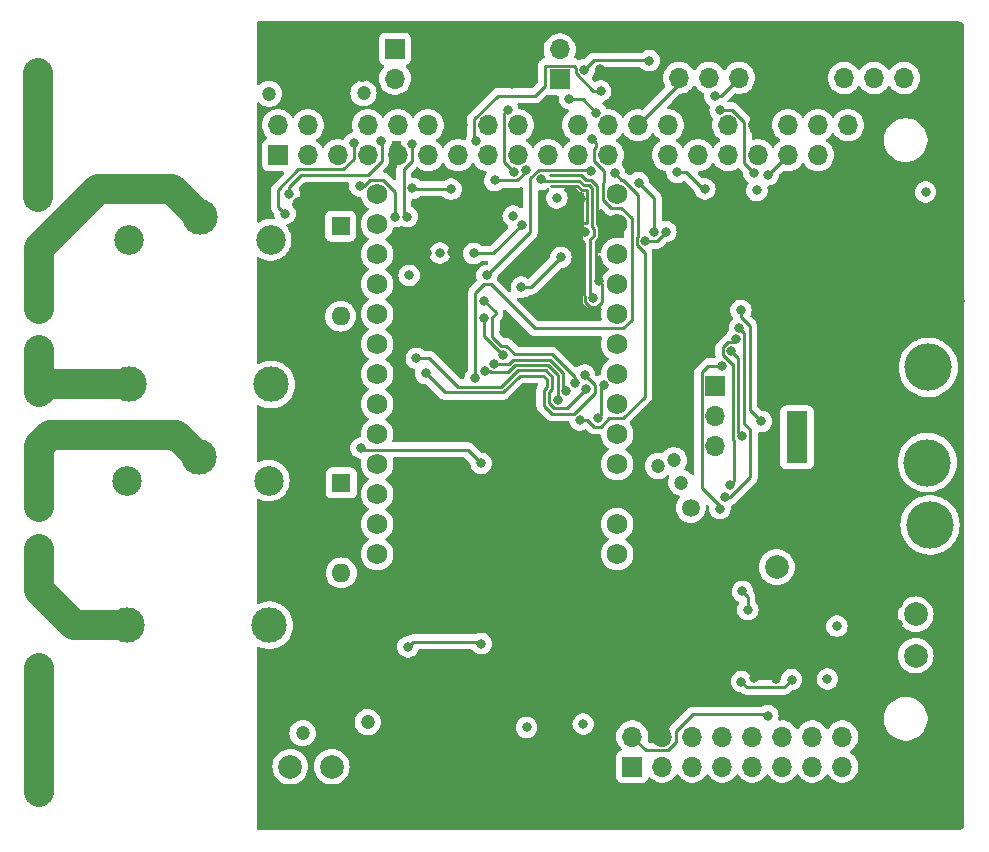
<source format=gbl>
G04 #@! TF.GenerationSoftware,KiCad,Pcbnew,8.0.0*
G04 #@! TF.CreationDate,2024-03-08T00:39:00-06:00*
G04 #@! TF.ProjectId,mn_wild_siren_v2p0,6d6e5f77-696c-4645-9f73-6972656e5f76,rev?*
G04 #@! TF.SameCoordinates,Original*
G04 #@! TF.FileFunction,Copper,L4,Bot*
G04 #@! TF.FilePolarity,Positive*
%FSLAX46Y46*%
G04 Gerber Fmt 4.6, Leading zero omitted, Abs format (unit mm)*
G04 Created by KiCad (PCBNEW 8.0.0) date 2024-03-08 00:39:00*
%MOMM*%
%LPD*%
G01*
G04 APERTURE LIST*
G04 #@! TA.AperFunction,ComponentPad*
%ADD10C,2.000000*%
G04 #@! TD*
G04 #@! TA.AperFunction,ComponentPad*
%ADD11R,1.700000X1.700000*%
G04 #@! TD*
G04 #@! TA.AperFunction,ComponentPad*
%ADD12O,1.700000X1.700000*%
G04 #@! TD*
G04 #@! TA.AperFunction,ComponentPad*
%ADD13C,3.000000*%
G04 #@! TD*
G04 #@! TA.AperFunction,ComponentPad*
%ADD14C,2.500000*%
G04 #@! TD*
G04 #@! TA.AperFunction,ComponentPad*
%ADD15C,1.750000*%
G04 #@! TD*
G04 #@! TA.AperFunction,ComponentPad*
%ADD16R,1.600000X1.600000*%
G04 #@! TD*
G04 #@! TA.AperFunction,ComponentPad*
%ADD17O,1.600000X1.600000*%
G04 #@! TD*
G04 #@! TA.AperFunction,ComponentPad*
%ADD18R,1.800000X4.400000*%
G04 #@! TD*
G04 #@! TA.AperFunction,ComponentPad*
%ADD19O,1.800000X4.000000*%
G04 #@! TD*
G04 #@! TA.AperFunction,ComponentPad*
%ADD20O,4.000000X1.800000*%
G04 #@! TD*
G04 #@! TA.AperFunction,ComponentPad*
%ADD21C,1.500000*%
G04 #@! TD*
G04 #@! TA.AperFunction,ViaPad*
%ADD22C,0.800000*%
G04 #@! TD*
G04 #@! TA.AperFunction,ViaPad*
%ADD23C,4.000000*%
G04 #@! TD*
G04 #@! TA.AperFunction,ViaPad*
%ADD24C,1.200000*%
G04 #@! TD*
G04 #@! TA.AperFunction,ViaPad*
%ADD25C,2.000000*%
G04 #@! TD*
G04 #@! TA.AperFunction,Conductor*
%ADD26C,0.250000*%
G04 #@! TD*
G04 #@! TA.AperFunction,Conductor*
%ADD27C,0.500000*%
G04 #@! TD*
G04 #@! TA.AperFunction,Conductor*
%ADD28C,2.500000*%
G04 #@! TD*
G04 APERTURE END LIST*
D10*
X165862000Y-71739999D03*
X165862000Y-75239999D03*
X165862000Y-78739999D03*
X165862000Y-82239999D03*
X165940000Y-122079999D03*
X165940000Y-125579999D03*
X165940000Y-129079999D03*
X165940000Y-132579999D03*
D11*
X186150000Y-78680000D03*
D12*
X186150000Y-76140000D03*
X188690000Y-78680000D03*
X188690000Y-76140000D03*
X191230000Y-78680000D03*
X191230000Y-76140000D03*
X193770000Y-78680000D03*
X193770000Y-76140000D03*
X196310000Y-78680000D03*
X196310000Y-76140000D03*
X198850000Y-78680000D03*
X198850000Y-76140000D03*
X201390000Y-78680000D03*
X201390000Y-76140000D03*
X203930000Y-78680000D03*
X203930000Y-76140000D03*
X206470000Y-78680000D03*
X206470000Y-76140000D03*
X209010000Y-78680000D03*
X209010000Y-76140000D03*
X211550000Y-78680000D03*
X211550000Y-76140000D03*
X214090000Y-78680000D03*
X214090000Y-76140000D03*
X216630000Y-78680000D03*
X216630000Y-76140000D03*
X219170000Y-78680000D03*
X219170000Y-76140000D03*
X221710000Y-78680000D03*
X221710000Y-76140000D03*
X224250000Y-78680000D03*
X224250000Y-76140000D03*
X226790000Y-78680000D03*
X226790000Y-76140000D03*
X229330000Y-78680000D03*
X229330000Y-76140000D03*
X231870000Y-78680000D03*
X231870000Y-76140000D03*
X234410000Y-78680000D03*
X234410000Y-76140000D03*
D11*
X210000000Y-72270000D03*
D12*
X210000000Y-69730000D03*
D13*
X179578000Y-83894001D03*
D14*
X173528000Y-85844002D03*
D13*
X173528000Y-98044000D03*
X185578000Y-98094001D03*
D14*
X185528000Y-85844001D03*
D13*
X179430000Y-104280000D03*
D14*
X173380000Y-106230000D03*
D13*
X173380000Y-118430000D03*
X185430000Y-118480000D03*
D14*
X185380000Y-106230000D03*
D11*
X227747500Y-72134999D03*
D12*
X225207500Y-72134999D03*
X222667500Y-72134999D03*
X220127500Y-72134999D03*
D15*
X214863700Y-81967100D03*
X214863700Y-84507100D03*
X214863700Y-87047100D03*
X214863700Y-89587100D03*
X214863700Y-92127100D03*
X214863700Y-94667100D03*
X214863700Y-97207100D03*
X214863700Y-99747100D03*
X214863700Y-102287100D03*
X214863700Y-104827100D03*
X214863700Y-107367100D03*
X214863700Y-109907100D03*
X214863700Y-112447100D03*
X214863700Y-114987100D03*
X194543700Y-114987100D03*
X194543700Y-112447100D03*
X194543700Y-109907100D03*
X194543700Y-107367100D03*
X194543700Y-104827100D03*
X194543700Y-102287100D03*
X194543700Y-99747100D03*
X194543700Y-97207100D03*
X194543700Y-94667100D03*
X194543700Y-92127100D03*
X194543700Y-89587100D03*
X194543700Y-87047100D03*
X194543700Y-84507100D03*
X194543700Y-81967100D03*
D11*
X223189800Y-98247200D03*
D12*
X223189800Y-100787200D03*
X223189800Y-103327200D03*
D10*
X187200000Y-130450000D03*
X190700000Y-130450000D03*
X194200000Y-130450000D03*
X197700000Y-130450000D03*
X240150000Y-121045000D03*
X240150000Y-117545000D03*
X240150000Y-114045000D03*
D16*
X191450000Y-84690000D03*
D17*
X191450000Y-92310000D03*
D11*
X216155000Y-130445000D03*
D12*
X216155000Y-127905000D03*
X218695000Y-130445000D03*
X218695000Y-127905000D03*
X221235000Y-130445000D03*
X221235000Y-127905000D03*
X223775000Y-130445000D03*
X223775000Y-127905000D03*
X226315000Y-130445000D03*
X226315000Y-127905000D03*
X228855000Y-130445000D03*
X228855000Y-127905000D03*
X231395000Y-130445000D03*
X231395000Y-127905000D03*
X233935000Y-130445000D03*
X233935000Y-127905000D03*
D18*
X230100000Y-102580000D03*
D19*
X235900000Y-102580000D03*
D20*
X233100000Y-97780000D03*
D11*
X196050000Y-69665000D03*
D12*
X196050000Y-72205000D03*
D11*
X241709999Y-72150000D03*
D12*
X239169999Y-72150000D03*
X236629999Y-72150000D03*
X234089999Y-72150000D03*
D16*
X191510000Y-106430000D03*
D17*
X191510000Y-114050000D03*
D10*
X165940000Y-105000000D03*
X165940000Y-108500000D03*
X165940000Y-112000000D03*
X165940000Y-115500000D03*
D21*
X221110000Y-108540000D03*
X221110000Y-112540000D03*
D10*
X165940000Y-88194000D03*
X165940000Y-91694000D03*
X165940000Y-95194000D03*
X165940000Y-98694000D03*
D22*
X213380000Y-71350000D03*
D23*
X233095800Y-94310200D03*
D22*
X201650600Y-95097600D03*
D24*
X216916000Y-103632000D03*
D22*
X205970000Y-72690000D03*
X216715000Y-72845000D03*
D24*
X220421200Y-94411800D03*
X234391200Y-116484400D03*
D22*
X223693868Y-125009529D03*
X226085400Y-120040400D03*
X218389200Y-95707200D03*
D24*
X188570000Y-104880000D03*
D22*
X228310000Y-123000000D03*
X213332353Y-89343353D03*
X225810000Y-119040000D03*
X208737200Y-133527800D03*
X238840000Y-84520000D03*
X236080000Y-124420000D03*
X212166895Y-85198661D03*
X226420000Y-122930000D03*
D23*
X242250000Y-91048800D03*
D24*
X193916300Y-124523500D03*
D22*
X201650600Y-93827600D03*
X202730000Y-71550000D03*
D25*
X230251000Y-95860000D03*
D24*
X187925000Y-82845000D03*
D22*
X211837900Y-82399500D03*
X238649778Y-116695000D03*
X205253808Y-93625476D03*
D24*
X188600000Y-101460000D03*
D22*
X200406000Y-93776800D03*
X200202800Y-95123000D03*
X198810000Y-86960000D03*
D24*
X193295000Y-71885000D03*
D22*
X213980000Y-125810000D03*
D24*
X188391800Y-124333000D03*
D22*
X223330000Y-80130000D03*
D23*
X236357200Y-92220000D03*
D24*
X185895000Y-71865000D03*
D22*
X238657291Y-118395000D03*
X200858504Y-86905287D03*
X226700000Y-81670000D03*
X240980000Y-81800000D03*
X223146328Y-73639133D03*
D24*
X185400000Y-73490000D03*
X193395000Y-73435000D03*
D22*
X206072642Y-83842959D03*
X199860000Y-86960000D03*
X196073200Y-83892100D03*
X210096893Y-87337107D03*
X206754100Y-89863300D03*
X197261751Y-88869249D03*
X209761397Y-82312458D03*
X193065000Y-81275000D03*
D24*
X220300000Y-106400000D03*
X219684000Y-104514000D03*
D22*
X203580000Y-90992200D03*
X211282049Y-97953685D03*
X203845000Y-88855000D03*
D24*
X218330000Y-104990000D03*
D22*
X212680000Y-80030000D03*
X212090000Y-71450200D03*
X217582093Y-70682507D03*
X211702077Y-101102265D03*
X193180000Y-103480000D03*
X203362896Y-104767145D03*
X214660000Y-80220000D03*
X197160000Y-120310000D03*
X223727695Y-96492305D03*
X227668299Y-80341702D03*
X203362896Y-120050000D03*
X223570000Y-108617771D03*
X204476057Y-96345105D03*
X210567867Y-98685759D03*
D24*
X188240000Y-127620000D03*
X193750000Y-126680000D03*
D22*
X233470000Y-118560000D03*
D23*
X241360000Y-109990000D03*
X241220000Y-96650000D03*
D22*
X207200500Y-127124300D03*
X212000000Y-126840000D03*
D25*
X228398401Y-113560154D03*
D22*
X232664000Y-123037600D03*
D23*
X241130000Y-104703911D03*
D22*
X202849432Y-97570624D03*
X212725000Y-77315000D03*
X218000000Y-85165000D03*
X216680000Y-81000000D03*
X212250000Y-98470000D03*
X197865947Y-95875947D03*
X192595000Y-77650000D03*
X186744205Y-83630023D03*
X198660869Y-97148270D03*
X194890000Y-77470000D03*
X212120000Y-97310000D03*
X187119612Y-81955418D03*
X229640000Y-123090000D03*
X225390000Y-123250000D03*
X212852000Y-90805000D03*
X208449926Y-80725600D03*
X227630000Y-126140000D03*
X209842867Y-99392867D03*
X203717536Y-96996757D03*
X224020000Y-107626012D03*
X225926098Y-117168970D03*
X225216001Y-93300912D03*
X225470000Y-115625200D03*
X224919294Y-94255883D03*
X224417347Y-106637347D03*
X210831600Y-73909756D03*
X223594001Y-74846875D03*
X225340000Y-91830000D03*
X213108267Y-75072899D03*
X227087371Y-101217204D03*
X226430000Y-80170000D03*
X225410000Y-102463600D03*
X224548786Y-95262786D03*
X206789841Y-84560159D03*
X202732580Y-87008280D03*
X205613000Y-74828400D03*
X206121131Y-80087408D03*
X204490764Y-80822154D03*
X197530000Y-81487853D03*
X200807049Y-81561049D03*
X203574432Y-92451000D03*
X205183166Y-95599000D03*
X207127266Y-79972481D03*
X213729916Y-98158521D03*
X217265000Y-85951856D03*
X219950200Y-80134553D03*
X213207347Y-100932653D03*
X222300200Y-81540684D03*
X219000003Y-85165000D03*
X197510000Y-77740000D03*
X202930000Y-77510000D03*
X197105842Y-83890323D03*
X213472621Y-73256481D03*
D26*
X202755000Y-77335000D02*
X202755000Y-75653299D01*
X202755000Y-75653299D02*
X204773299Y-73635000D01*
X202930000Y-77510000D02*
X202755000Y-77335000D01*
X204773299Y-73635000D02*
X207950000Y-73635000D01*
X208785000Y-72800000D02*
X208785000Y-71135000D01*
X208785000Y-71135000D02*
X208825000Y-71095000D01*
X208825000Y-71095000D02*
X211175000Y-71095000D01*
X207950000Y-73635000D02*
X208785000Y-72800000D01*
X211365000Y-71285000D02*
X211365000Y-71755000D01*
X211365000Y-71755000D02*
X212866481Y-73256481D01*
X211175000Y-71095000D02*
X211365000Y-71285000D01*
X212866481Y-73256481D02*
X213472621Y-73256481D01*
X211936051Y-84404200D02*
X212280000Y-84404200D01*
X209850000Y-80390000D02*
X209790000Y-80390000D01*
X212551695Y-91530000D02*
X212127000Y-91105305D01*
X211842792Y-80390000D02*
X209850000Y-80390000D01*
D27*
X216990000Y-126200000D02*
X215340000Y-126200000D01*
D26*
X213577000Y-91105305D02*
X213152305Y-91530000D01*
X211470000Y-81290000D02*
X211070000Y-81290000D01*
X212057776Y-86114847D02*
X211441895Y-85498966D01*
X211066200Y-81293800D02*
X209249695Y-81293800D01*
X213180000Y-81301408D02*
X212652792Y-80774200D01*
X213332353Y-89343353D02*
X213577000Y-89588000D01*
X211070000Y-81290000D02*
X211066200Y-81293800D01*
X212226992Y-80774200D02*
X211842792Y-80390000D01*
X211854200Y-81674200D02*
X211470000Y-81290000D01*
X212127000Y-90615600D02*
X212030000Y-90518600D01*
X213341895Y-85685362D02*
X213341895Y-84711960D01*
X213332353Y-89343353D02*
X213057353Y-89068353D01*
X212127000Y-91105305D02*
X212127000Y-90615600D01*
X212652792Y-80774200D02*
X212226992Y-80774200D01*
X209786200Y-80393800D02*
X209200000Y-80393800D01*
X212030000Y-86142623D02*
X212057776Y-86114847D01*
X211441895Y-84898356D02*
X211936051Y-84404200D01*
X212280000Y-84404200D02*
X212280000Y-81674200D01*
X213057353Y-85969904D02*
X213341895Y-85685362D01*
X209850000Y-80390000D02*
X209840000Y-80380000D01*
X212030000Y-90518600D02*
X212030000Y-86142623D01*
X213341895Y-84711960D02*
X213180000Y-84550065D01*
X209790000Y-80390000D02*
X209786200Y-80393800D01*
X211441895Y-85498966D02*
X211441895Y-84898356D01*
X213577000Y-89588000D02*
X213577000Y-91105305D01*
X213057353Y-89068353D02*
X213057353Y-85969904D01*
X212280000Y-81674200D02*
X211854200Y-81674200D01*
D27*
X218695000Y-127905000D02*
X216990000Y-126200000D01*
D26*
X213152305Y-91530000D02*
X212551695Y-91530000D01*
X213180000Y-84550065D02*
X213180000Y-81301408D01*
X223703366Y-73639133D02*
X225207500Y-72134999D01*
X223146328Y-73639133D02*
X223703366Y-73639133D01*
X193065000Y-81275000D02*
X193040000Y-81300000D01*
X193040000Y-81300000D02*
X193040000Y-81380000D01*
X193415000Y-81275000D02*
X193922900Y-80767100D01*
X195040757Y-80767100D02*
X196073200Y-81799543D01*
X207570700Y-89863300D02*
X210096893Y-87337107D01*
X193065000Y-81275000D02*
X193415000Y-81275000D01*
X196073200Y-81799543D02*
X196073200Y-83892100D01*
X193922900Y-80767100D02*
X195040757Y-80767100D01*
X206754100Y-89863300D02*
X207570700Y-89863300D01*
X211282049Y-97459994D02*
X211282049Y-97953685D01*
X205030115Y-94799715D02*
X205489715Y-94799715D01*
X206233800Y-95543800D02*
X209365855Y-95543800D01*
X203845000Y-88855000D02*
X207514841Y-85185159D01*
X204585400Y-91997600D02*
X204585400Y-92105000D01*
X212310000Y-79930000D02*
X212580000Y-79930000D01*
X209365855Y-95543800D02*
X211282049Y-97459994D01*
X204310400Y-94080000D02*
X205030115Y-94799715D01*
X204585400Y-92105000D02*
X204310400Y-92380000D01*
X207514841Y-85185159D02*
X207514841Y-82435159D01*
X203580000Y-90992200D02*
X204585400Y-91997600D01*
X212680000Y-80030000D02*
X212740000Y-80090000D01*
X208220221Y-79930000D02*
X209840000Y-79930000D01*
X212580000Y-79930000D02*
X212680000Y-80030000D01*
X205489715Y-94799715D02*
X206233800Y-95543800D01*
X207514841Y-82435159D02*
X207514841Y-80635380D01*
X204310400Y-92380000D02*
X204310400Y-94080000D01*
X207514841Y-80635380D02*
X208220221Y-79930000D01*
X209840000Y-79930000D02*
X212310000Y-79930000D01*
X212915200Y-70625000D02*
X212090000Y-71450200D01*
X217524586Y-70625000D02*
X212915200Y-70625000D01*
X217582093Y-70682507D02*
X217524586Y-70625000D01*
X220127500Y-72642500D02*
X220127500Y-72134999D01*
X216630000Y-76140000D02*
X220127500Y-72642500D01*
X217190000Y-86930000D02*
X216540000Y-86280000D01*
X212351654Y-101102265D02*
X212907042Y-101657653D01*
X212907042Y-101657653D02*
X213507652Y-101657653D01*
X217190000Y-99117857D02*
X217190000Y-86930000D01*
X216610000Y-85581551D02*
X216610000Y-82016343D01*
X215360757Y-80767100D02*
X215207100Y-80767100D01*
X193327100Y-103627100D02*
X193180000Y-103480000D01*
X211702077Y-101102265D02*
X212351654Y-101102265D01*
X215360757Y-100947100D02*
X217190000Y-99117857D01*
X216540000Y-85651551D02*
X216610000Y-85581551D01*
X215207100Y-80767100D02*
X214660000Y-80220000D01*
X216610000Y-82016343D02*
X215360757Y-80767100D01*
X216540000Y-86280000D02*
X216540000Y-85651551D01*
X214218205Y-100947100D02*
X215360757Y-100947100D01*
X203362896Y-104767145D02*
X202222851Y-103627100D01*
X213507652Y-101657653D02*
X214218205Y-100947100D01*
X202222851Y-103627100D02*
X193327100Y-103627100D01*
X223570000Y-108617771D02*
X223570000Y-108397273D01*
X222014800Y-97072200D02*
X222594695Y-96492305D01*
X223570000Y-108397273D02*
X222014800Y-106842073D01*
X227668299Y-80341702D02*
X227668299Y-80341701D01*
X222014800Y-106842073D02*
X222014800Y-97072200D01*
X203202896Y-119890000D02*
X203362896Y-120050000D01*
X197580000Y-119890000D02*
X203202896Y-119890000D01*
X227668299Y-80341701D02*
X229330000Y-78680000D01*
X197160000Y-120310000D02*
X197580000Y-119890000D01*
X222594695Y-96492305D02*
X223727695Y-96492305D01*
D28*
X165940000Y-112000001D02*
X165940000Y-115499999D01*
X173380000Y-118430000D02*
X168870001Y-118430000D01*
X168870001Y-118430000D02*
X165940000Y-115499999D01*
D26*
X210567867Y-98685759D02*
X210292867Y-98410759D01*
X210292867Y-98410759D02*
X210292867Y-97107208D01*
X204497162Y-96324000D02*
X204476057Y-96345105D01*
X205731404Y-96324000D02*
X204497162Y-96324000D01*
X209179459Y-95993800D02*
X206061604Y-95993800D01*
X206061604Y-95993800D02*
X205731404Y-96324000D01*
X210292867Y-97107208D02*
X209179459Y-95993800D01*
D28*
X165940000Y-103300000D02*
X165940000Y-105000000D01*
X177512000Y-102362000D02*
X166878000Y-102362000D01*
X165940000Y-105000000D02*
X165940000Y-108500000D01*
X166878000Y-102362000D02*
X165940000Y-103300000D01*
X179430000Y-104280000D02*
X177512000Y-102362000D01*
X165862000Y-71739999D02*
X165862000Y-75239999D01*
X165862000Y-78740000D02*
X165862000Y-82239998D01*
X165862000Y-78740000D02*
X165862000Y-75239999D01*
X165940000Y-132579998D02*
X165940000Y-129080000D01*
X165940000Y-125579999D02*
X165940000Y-129080000D01*
X165940000Y-122079999D02*
X165940000Y-125579999D01*
X165940000Y-88194000D02*
X165940000Y-86536000D01*
X170942000Y-81534000D02*
X177217999Y-81534000D01*
X177217999Y-81534000D02*
X179578000Y-83894001D01*
X165940000Y-91694000D02*
X165940000Y-88194000D01*
X165940000Y-86536000D02*
X170942000Y-81534000D01*
X173528000Y-98044000D02*
X166589999Y-98044000D01*
X165940000Y-95194001D02*
X165940000Y-98693999D01*
X166589999Y-98044000D02*
X165940000Y-98693999D01*
D26*
X212915000Y-78193299D02*
X212915000Y-79166701D01*
X213100000Y-77690000D02*
X213100000Y-78008299D01*
X213642502Y-82442959D02*
X214366643Y-83167100D01*
X202849432Y-90356615D02*
X202849432Y-97570624D01*
X207893691Y-93350000D02*
X204175174Y-89631483D01*
X213642502Y-81052502D02*
X213642502Y-82442959D01*
X212915000Y-79166701D02*
X213750000Y-80001701D01*
X213100000Y-78008299D02*
X212915000Y-78193299D01*
X215337857Y-93350000D02*
X207893691Y-93350000D01*
X213750000Y-80001701D02*
X213750000Y-80945004D01*
X216090000Y-84030000D02*
X216090000Y-92597857D01*
X204175174Y-89631483D02*
X203574564Y-89631483D01*
X214366643Y-83167100D02*
X215227100Y-83167100D01*
X215227100Y-83167100D02*
X216090000Y-84030000D01*
X213750000Y-80945004D02*
X213642502Y-81052502D01*
X212725000Y-77315000D02*
X213100000Y-77690000D01*
X216090000Y-92597857D02*
X215337857Y-93350000D01*
X203574564Y-89631483D02*
X202849432Y-90356615D01*
X218000000Y-85165000D02*
X218000000Y-82320000D01*
X218000000Y-82320000D02*
X216680000Y-81000000D01*
X208806667Y-96893800D02*
X209392867Y-97480000D01*
X191681701Y-79890000D02*
X187884695Y-79890000D01*
X186182000Y-83067818D02*
X186744205Y-83630023D01*
X192595000Y-77650000D02*
X192595000Y-78976701D01*
X186182000Y-81592695D02*
X186182000Y-83067818D01*
X205032572Y-98295624D02*
X206434396Y-96893800D01*
X209117867Y-99693172D02*
X209542562Y-100117867D01*
X210602133Y-100117867D02*
X212250000Y-98470000D01*
X206434396Y-96893800D02*
X208806667Y-96893800D01*
X209542562Y-100117867D02*
X210602133Y-100117867D01*
X197865947Y-95875947D02*
X198975947Y-95875947D01*
X187884695Y-79890000D02*
X186182000Y-81592695D01*
X198975947Y-95875947D02*
X201395624Y-98295624D01*
X209392867Y-97480000D02*
X209392867Y-98470000D01*
X209392867Y-98470000D02*
X209117867Y-98745000D01*
X192595000Y-78976701D02*
X191681701Y-79890000D01*
X201395624Y-98295624D02*
X205032572Y-98295624D01*
X209117867Y-98745000D02*
X209117867Y-99693172D01*
X209356166Y-100567867D02*
X211212133Y-100567867D01*
X200258223Y-98745624D02*
X205218968Y-98745624D01*
X212975000Y-98165000D02*
X212120000Y-97310000D01*
X188115305Y-80340000D02*
X187119612Y-81335693D01*
X208942867Y-98283604D02*
X208667867Y-98558604D01*
X198660869Y-97148270D02*
X200258223Y-98745624D01*
X208667867Y-99879568D02*
X209356166Y-100567867D01*
X208942867Y-97666396D02*
X208942867Y-98283604D01*
X211212133Y-100567867D02*
X212975000Y-98805000D01*
X193771701Y-80340000D02*
X188115305Y-80340000D01*
X194945000Y-79166701D02*
X193771701Y-80340000D01*
X212975000Y-98805000D02*
X212975000Y-98165000D01*
X187119612Y-81335693D02*
X187119612Y-81955418D01*
X205218968Y-98745624D02*
X206620792Y-97343800D01*
X208667867Y-98558604D02*
X208667867Y-99879568D01*
X194945000Y-77525000D02*
X194945000Y-79166701D01*
X208620271Y-97343800D02*
X208942867Y-97666396D01*
X194890000Y-77470000D02*
X194945000Y-77525000D01*
X206620792Y-97343800D02*
X208620271Y-97343800D01*
X229005000Y-123725000D02*
X225865000Y-123725000D01*
X225865000Y-123725000D02*
X225390000Y-123250000D01*
X229640000Y-123090000D02*
X229005000Y-123725000D01*
X212040596Y-81224200D02*
X212466396Y-81224200D01*
X212730000Y-84736461D02*
X212891895Y-84898356D01*
X212466396Y-81224200D02*
X212730000Y-81487804D01*
X212891895Y-84898356D02*
X212891895Y-85498966D01*
X212607353Y-90560353D02*
X212852000Y-90805000D01*
X212607353Y-85783508D02*
X212607353Y-90560353D01*
X210883604Y-80840000D02*
X211656396Y-80840000D01*
X212891895Y-85498966D02*
X212607353Y-85783508D01*
X211656396Y-80840000D02*
X212040596Y-81224200D01*
X212730000Y-81487804D02*
X212730000Y-84736461D01*
X208568126Y-80843800D02*
X210879804Y-80843800D01*
X208449926Y-80725600D02*
X208568126Y-80843800D01*
X210879804Y-80843800D02*
X210883604Y-80840000D01*
X227630000Y-126140000D02*
X227499529Y-126009529D01*
X219870000Y-127418299D02*
X219870000Y-128391701D01*
X219181701Y-129080000D02*
X217330000Y-129080000D01*
X221278770Y-126009529D02*
X219870000Y-127418299D01*
X227499529Y-126009529D02*
X221278770Y-126009529D01*
X217330000Y-129080000D02*
X216155000Y-127905000D01*
X219870000Y-128391701D02*
X219181701Y-129080000D01*
X203717536Y-96996757D02*
X204102404Y-96996757D01*
X209842867Y-97293604D02*
X209842867Y-99392867D01*
X206248000Y-96443800D02*
X208993063Y-96443800D01*
X205621695Y-97070105D02*
X206248000Y-96443800D01*
X208993063Y-96443800D02*
X209842867Y-97293604D01*
X204175752Y-97070105D02*
X205621695Y-97070105D01*
X204102404Y-96996757D02*
X204175752Y-97070105D01*
X226135000Y-105945000D02*
X226135000Y-101961600D01*
X225570200Y-98450400D02*
X225644294Y-98376306D01*
X224453988Y-107626012D02*
X226135000Y-105945000D01*
X225926098Y-116081298D02*
X225926098Y-117168970D01*
X225570200Y-101396800D02*
X225570200Y-98450400D01*
X226135000Y-101961600D02*
X225570200Y-101396800D01*
X225644294Y-98376306D02*
X225644294Y-93729205D01*
X225470000Y-115625200D02*
X225926098Y-116081298D01*
X224020000Y-107626012D02*
X224453988Y-107626012D01*
X225644294Y-93729205D02*
X225216001Y-93300912D01*
X224764600Y-102843505D02*
X224670200Y-102749105D01*
X224670200Y-102749105D02*
X224670200Y-96367600D01*
X224417347Y-106637347D02*
X224764600Y-106290094D01*
X224637391Y-94537786D02*
X224919294Y-94255883D01*
X223823786Y-94962481D02*
X224248481Y-94537786D01*
X224628295Y-96367600D02*
X223823786Y-95563091D01*
X224248481Y-94537786D02*
X224637391Y-94537786D01*
X224670200Y-96367600D02*
X224628295Y-96367600D01*
X223823786Y-95563091D02*
X223823786Y-94962481D01*
X224764600Y-106290094D02*
X224764600Y-102843505D01*
X210831600Y-73909756D02*
X211945124Y-73909756D01*
X226094294Y-100224127D02*
X226094294Y-94440000D01*
X223594001Y-74846875D02*
X224618576Y-74846875D01*
X225615000Y-75843299D02*
X225615000Y-79355000D01*
X211945124Y-73909756D02*
X213108267Y-75072899D01*
X226094294Y-93153900D02*
X225340000Y-92399606D01*
X226094294Y-94440000D02*
X226094294Y-93153900D01*
X225340000Y-92399606D02*
X225340000Y-91830000D01*
X225615000Y-79355000D02*
X226430000Y-80170000D01*
X227087371Y-101217204D02*
X226094294Y-100224127D01*
X224618576Y-74846875D02*
X225615000Y-75843299D01*
X225120200Y-95834200D02*
X224548786Y-95262786D01*
X225410000Y-102463600D02*
X225120200Y-102173800D01*
X225120200Y-102173800D02*
X225120200Y-95834200D01*
X205295000Y-79261277D02*
X205295000Y-75146400D01*
X204341720Y-87008280D02*
X206789841Y-84560159D01*
X202732580Y-87008280D02*
X204341720Y-87008280D01*
X206121131Y-80087408D02*
X205295000Y-79261277D01*
X205295000Y-75146400D02*
X205613000Y-74828400D01*
X203574432Y-93990266D02*
X203574432Y-92451000D01*
X205183166Y-95599000D02*
X203574432Y-93990266D01*
X200807049Y-81561049D02*
X200780000Y-81534000D01*
X207127266Y-79972481D02*
X207127266Y-80106578D01*
X200780000Y-81534000D02*
X197576147Y-81534000D01*
X206411690Y-80822154D02*
X204490764Y-80822154D01*
X197576147Y-81534000D02*
X197530000Y-81487853D01*
X207127266Y-80106578D02*
X206411690Y-80822154D01*
X213510000Y-98378437D02*
X213510000Y-100630000D01*
X222190000Y-81590000D02*
X220734553Y-80134553D01*
X213729916Y-98158521D02*
X213510000Y-98378437D01*
X222300200Y-81540684D02*
X222250884Y-81590000D01*
X217265000Y-85951856D02*
X218238449Y-85951856D01*
X222250884Y-81590000D02*
X222190000Y-81590000D01*
X218238449Y-85951856D02*
X219000003Y-85190302D01*
X219000003Y-85190302D02*
X219000003Y-85165000D01*
X220734553Y-80134553D02*
X219950200Y-80134553D01*
X213510000Y-100630000D02*
X213207347Y-100932653D01*
X196805000Y-79846701D02*
X197510000Y-79141701D01*
X196805000Y-83589481D02*
X196805000Y-79846701D01*
X197105842Y-83890323D02*
X196805000Y-83589481D01*
X197510000Y-79141701D02*
X197510000Y-77740000D01*
G04 #@! TA.AperFunction,Conductor*
G36*
X243790491Y-67359273D02*
G01*
X243800420Y-67360580D01*
X243887377Y-67372029D01*
X243919138Y-67380539D01*
X244001729Y-67414749D01*
X244030214Y-67431195D01*
X244101130Y-67485612D01*
X244124387Y-67508869D01*
X244178804Y-67579785D01*
X244195251Y-67608272D01*
X244229458Y-67690855D01*
X244237971Y-67722625D01*
X244250727Y-67819508D01*
X244251805Y-67835956D01*
X244251805Y-67862727D01*
X244251809Y-67862758D01*
X244261803Y-135354033D01*
X244260725Y-135370499D01*
X244247971Y-135467373D01*
X244239458Y-135499144D01*
X244205251Y-135581727D01*
X244188804Y-135610214D01*
X244134387Y-135681130D01*
X244111130Y-135704387D01*
X244040214Y-135758804D01*
X244011727Y-135775251D01*
X243929144Y-135809458D01*
X243897373Y-135817971D01*
X243800485Y-135830727D01*
X243784038Y-135831805D01*
X243765763Y-135831805D01*
X243765737Y-135831806D01*
X184486012Y-135837420D01*
X184417889Y-135817424D01*
X184371391Y-135763773D01*
X184360000Y-135711420D01*
X184360000Y-130450000D01*
X185686835Y-130450000D01*
X185705465Y-130686710D01*
X185760894Y-130917592D01*
X185836561Y-131100268D01*
X185851760Y-131136963D01*
X185940803Y-131282268D01*
X185975825Y-131339417D01*
X185975826Y-131339419D01*
X186130030Y-131519969D01*
X186310580Y-131674173D01*
X186310584Y-131674176D01*
X186513037Y-131798240D01*
X186732406Y-131889105D01*
X186963289Y-131944535D01*
X187200000Y-131963165D01*
X187436711Y-131944535D01*
X187667594Y-131889105D01*
X187886963Y-131798240D01*
X188089416Y-131674176D01*
X188269969Y-131519969D01*
X188424176Y-131339416D01*
X188548240Y-131136963D01*
X188639105Y-130917594D01*
X188694535Y-130686711D01*
X188713165Y-130450000D01*
X189186835Y-130450000D01*
X189205465Y-130686710D01*
X189260894Y-130917592D01*
X189336561Y-131100268D01*
X189351760Y-131136963D01*
X189440803Y-131282268D01*
X189475825Y-131339417D01*
X189475826Y-131339419D01*
X189630030Y-131519969D01*
X189810580Y-131674173D01*
X189810584Y-131674176D01*
X190013037Y-131798240D01*
X190232406Y-131889105D01*
X190463289Y-131944535D01*
X190700000Y-131963165D01*
X190936711Y-131944535D01*
X191167594Y-131889105D01*
X191386963Y-131798240D01*
X191589416Y-131674176D01*
X191769969Y-131519969D01*
X191924176Y-131339416D01*
X192048240Y-131136963D01*
X192139105Y-130917594D01*
X192194535Y-130686711D01*
X192213165Y-130450000D01*
X192194535Y-130213289D01*
X192139105Y-129982406D01*
X192048240Y-129763037D01*
X191924176Y-129560584D01*
X191924173Y-129560580D01*
X191769969Y-129380030D01*
X191589419Y-129225826D01*
X191589417Y-129225825D01*
X191589416Y-129225824D01*
X191386963Y-129101760D01*
X191385643Y-129101213D01*
X191167592Y-129010894D01*
X191009651Y-128972976D01*
X190936711Y-128955465D01*
X190700000Y-128936835D01*
X190463289Y-128955465D01*
X190232407Y-129010894D01*
X190013038Y-129101759D01*
X189810582Y-129225825D01*
X189810580Y-129225826D01*
X189630030Y-129380030D01*
X189475826Y-129560580D01*
X189475825Y-129560582D01*
X189351759Y-129763038D01*
X189260894Y-129982407D01*
X189205465Y-130213289D01*
X189186835Y-130450000D01*
X188713165Y-130450000D01*
X188694535Y-130213289D01*
X188639105Y-129982406D01*
X188548240Y-129763037D01*
X188424176Y-129560584D01*
X188424173Y-129560580D01*
X188269969Y-129380030D01*
X188089419Y-129225826D01*
X188089417Y-129225825D01*
X188089416Y-129225824D01*
X187886963Y-129101760D01*
X187885643Y-129101213D01*
X187667592Y-129010894D01*
X187509651Y-128972976D01*
X187436711Y-128955465D01*
X187200000Y-128936835D01*
X186963289Y-128955465D01*
X186732407Y-129010894D01*
X186513038Y-129101759D01*
X186310582Y-129225825D01*
X186310580Y-129225826D01*
X186130030Y-129380030D01*
X185975826Y-129560580D01*
X185975825Y-129560582D01*
X185851759Y-129763038D01*
X185760894Y-129982407D01*
X185705465Y-130213289D01*
X185686835Y-130450000D01*
X184360000Y-130450000D01*
X184360000Y-127620000D01*
X187126751Y-127620000D01*
X187145706Y-127824562D01*
X187201923Y-128022144D01*
X187201929Y-128022160D01*
X187293493Y-128206045D01*
X187293497Y-128206050D01*
X187417297Y-128369990D01*
X187569116Y-128508391D01*
X187569118Y-128508392D01*
X187743782Y-128616540D01*
X187935345Y-128690751D01*
X188137282Y-128728500D01*
X188137285Y-128728500D01*
X188342715Y-128728500D01*
X188342718Y-128728500D01*
X188544655Y-128690751D01*
X188736218Y-128616540D01*
X188910882Y-128508392D01*
X189062701Y-128369991D01*
X189186503Y-128206050D01*
X189186504Y-128206046D01*
X189186506Y-128206045D01*
X189278070Y-128022160D01*
X189278069Y-128022160D01*
X189278074Y-128022152D01*
X189334294Y-127824559D01*
X189353249Y-127620000D01*
X189334294Y-127415441D01*
X189305496Y-127314228D01*
X189278076Y-127217855D01*
X189278075Y-127217854D01*
X189278074Y-127217848D01*
X189278071Y-127217843D01*
X189278069Y-127217836D01*
X189186506Y-127033954D01*
X189186502Y-127033949D01*
X189062702Y-126870009D01*
X188910883Y-126731608D01*
X188827533Y-126680000D01*
X192636751Y-126680000D01*
X192655706Y-126884562D01*
X192711923Y-127082144D01*
X192711929Y-127082160D01*
X192803493Y-127266045D01*
X192803497Y-127266050D01*
X192927297Y-127429990D01*
X193079116Y-127568391D01*
X193079118Y-127568392D01*
X193253782Y-127676540D01*
X193445345Y-127750751D01*
X193647282Y-127788500D01*
X193647285Y-127788500D01*
X193852715Y-127788500D01*
X193852718Y-127788500D01*
X194054655Y-127750751D01*
X194246218Y-127676540D01*
X194420882Y-127568392D01*
X194572701Y-127429991D01*
X194581460Y-127418393D01*
X194628650Y-127355902D01*
X194696503Y-127266050D01*
X194696504Y-127266046D01*
X194696506Y-127266045D01*
X194767087Y-127124300D01*
X206286996Y-127124300D01*
X206306957Y-127314227D01*
X206327335Y-127376941D01*
X206365973Y-127495856D01*
X206365976Y-127495861D01*
X206461458Y-127661241D01*
X206461465Y-127661251D01*
X206589244Y-127803164D01*
X206589247Y-127803166D01*
X206743748Y-127915418D01*
X206918212Y-127993094D01*
X207105013Y-128032800D01*
X207295987Y-128032800D01*
X207482788Y-127993094D01*
X207657252Y-127915418D01*
X207671591Y-127905000D01*
X214791844Y-127905000D01*
X214806105Y-128077105D01*
X214810437Y-128129375D01*
X214865702Y-128347612D01*
X214865703Y-128347613D01*
X214865704Y-128347616D01*
X214900305Y-128426498D01*
X214956141Y-128553793D01*
X215079275Y-128742265D01*
X215079280Y-128742270D01*
X215222475Y-128897820D01*
X215253896Y-128961485D01*
X215245909Y-129032031D01*
X215201051Y-129087060D01*
X215173807Y-129101213D01*
X215058797Y-129144110D01*
X215058792Y-129144112D01*
X214941738Y-129231738D01*
X214854112Y-129348792D01*
X214854110Y-129348797D01*
X214803011Y-129485795D01*
X214803009Y-129485803D01*
X214796500Y-129546350D01*
X214796500Y-131343637D01*
X214803009Y-131404196D01*
X214803011Y-131404204D01*
X214854110Y-131541202D01*
X214854112Y-131541207D01*
X214941738Y-131658261D01*
X215058792Y-131745887D01*
X215058794Y-131745888D01*
X215058796Y-131745889D01*
X215113900Y-131766442D01*
X215195795Y-131796988D01*
X215195803Y-131796990D01*
X215256350Y-131803499D01*
X215256355Y-131803499D01*
X215256362Y-131803500D01*
X215256368Y-131803500D01*
X217053632Y-131803500D01*
X217053638Y-131803500D01*
X217053645Y-131803499D01*
X217053649Y-131803499D01*
X217114196Y-131796990D01*
X217114199Y-131796989D01*
X217114201Y-131796989D01*
X217251204Y-131745889D01*
X217321399Y-131693342D01*
X217368261Y-131658261D01*
X217455886Y-131541208D01*
X217455885Y-131541208D01*
X217455889Y-131541204D01*
X217499999Y-131422939D01*
X217542545Y-131366107D01*
X217609066Y-131341296D01*
X217678440Y-131356388D01*
X217710753Y-131381635D01*
X217731529Y-131404204D01*
X217771762Y-131447908D01*
X217826331Y-131490381D01*
X217949424Y-131586189D01*
X218147426Y-131693342D01*
X218147427Y-131693342D01*
X218147428Y-131693343D01*
X218259227Y-131731723D01*
X218360365Y-131766444D01*
X218582431Y-131803500D01*
X218582435Y-131803500D01*
X218807565Y-131803500D01*
X218807569Y-131803500D01*
X219029635Y-131766444D01*
X219242574Y-131693342D01*
X219440576Y-131586189D01*
X219618240Y-131447906D01*
X219770722Y-131282268D01*
X219859518Y-131146354D01*
X219913520Y-131100268D01*
X219983868Y-131090692D01*
X220048225Y-131120669D01*
X220070480Y-131146353D01*
X220103607Y-131197058D01*
X220159275Y-131282265D01*
X220159279Y-131282270D01*
X220311762Y-131447908D01*
X220366331Y-131490381D01*
X220489424Y-131586189D01*
X220687426Y-131693342D01*
X220687427Y-131693342D01*
X220687428Y-131693343D01*
X220799227Y-131731723D01*
X220900365Y-131766444D01*
X221122431Y-131803500D01*
X221122435Y-131803500D01*
X221347565Y-131803500D01*
X221347569Y-131803500D01*
X221569635Y-131766444D01*
X221782574Y-131693342D01*
X221980576Y-131586189D01*
X222158240Y-131447906D01*
X222310722Y-131282268D01*
X222399518Y-131146354D01*
X222453520Y-131100268D01*
X222523868Y-131090692D01*
X222588225Y-131120669D01*
X222610480Y-131146353D01*
X222643607Y-131197058D01*
X222699275Y-131282265D01*
X222699279Y-131282270D01*
X222851762Y-131447908D01*
X222906331Y-131490381D01*
X223029424Y-131586189D01*
X223227426Y-131693342D01*
X223227427Y-131693342D01*
X223227428Y-131693343D01*
X223339227Y-131731723D01*
X223440365Y-131766444D01*
X223662431Y-131803500D01*
X223662435Y-131803500D01*
X223887565Y-131803500D01*
X223887569Y-131803500D01*
X224109635Y-131766444D01*
X224322574Y-131693342D01*
X224520576Y-131586189D01*
X224698240Y-131447906D01*
X224850722Y-131282268D01*
X224939518Y-131146354D01*
X224993520Y-131100268D01*
X225063868Y-131090692D01*
X225128225Y-131120669D01*
X225150480Y-131146353D01*
X225183607Y-131197058D01*
X225239275Y-131282265D01*
X225239279Y-131282270D01*
X225391762Y-131447908D01*
X225446331Y-131490381D01*
X225569424Y-131586189D01*
X225767426Y-131693342D01*
X225767427Y-131693342D01*
X225767428Y-131693343D01*
X225879227Y-131731723D01*
X225980365Y-131766444D01*
X226202431Y-131803500D01*
X226202435Y-131803500D01*
X226427565Y-131803500D01*
X226427569Y-131803500D01*
X226649635Y-131766444D01*
X226862574Y-131693342D01*
X227060576Y-131586189D01*
X227238240Y-131447906D01*
X227390722Y-131282268D01*
X227479518Y-131146354D01*
X227533520Y-131100268D01*
X227603868Y-131090692D01*
X227668225Y-131120669D01*
X227690480Y-131146353D01*
X227723607Y-131197058D01*
X227779275Y-131282265D01*
X227779279Y-131282270D01*
X227931762Y-131447908D01*
X227986331Y-131490381D01*
X228109424Y-131586189D01*
X228307426Y-131693342D01*
X228307427Y-131693342D01*
X228307428Y-131693343D01*
X228419227Y-131731723D01*
X228520365Y-131766444D01*
X228742431Y-131803500D01*
X228742435Y-131803500D01*
X228967565Y-131803500D01*
X228967569Y-131803500D01*
X229189635Y-131766444D01*
X229402574Y-131693342D01*
X229600576Y-131586189D01*
X229778240Y-131447906D01*
X229930722Y-131282268D01*
X230019518Y-131146354D01*
X230073520Y-131100268D01*
X230143868Y-131090692D01*
X230208225Y-131120669D01*
X230230480Y-131146353D01*
X230263607Y-131197058D01*
X230319275Y-131282265D01*
X230319279Y-131282270D01*
X230471762Y-131447908D01*
X230526331Y-131490381D01*
X230649424Y-131586189D01*
X230847426Y-131693342D01*
X230847427Y-131693342D01*
X230847428Y-131693343D01*
X230959227Y-131731723D01*
X231060365Y-131766444D01*
X231282431Y-131803500D01*
X231282435Y-131803500D01*
X231507565Y-131803500D01*
X231507569Y-131803500D01*
X231729635Y-131766444D01*
X231942574Y-131693342D01*
X232140576Y-131586189D01*
X232318240Y-131447906D01*
X232470722Y-131282268D01*
X232559518Y-131146354D01*
X232613520Y-131100268D01*
X232683868Y-131090692D01*
X232748225Y-131120669D01*
X232770480Y-131146353D01*
X232803607Y-131197058D01*
X232859275Y-131282265D01*
X232859279Y-131282270D01*
X233011762Y-131447908D01*
X233066331Y-131490381D01*
X233189424Y-131586189D01*
X233387426Y-131693342D01*
X233387427Y-131693342D01*
X233387428Y-131693343D01*
X233499227Y-131731723D01*
X233600365Y-131766444D01*
X233822431Y-131803500D01*
X233822435Y-131803500D01*
X234047565Y-131803500D01*
X234047569Y-131803500D01*
X234269635Y-131766444D01*
X234482574Y-131693342D01*
X234680576Y-131586189D01*
X234858240Y-131447906D01*
X235010722Y-131282268D01*
X235133860Y-131093791D01*
X235224296Y-130887616D01*
X235279564Y-130669368D01*
X235298156Y-130445000D01*
X235279564Y-130220632D01*
X235279562Y-130220624D01*
X235224297Y-130002387D01*
X235224296Y-130002386D01*
X235224296Y-130002384D01*
X235133860Y-129796209D01*
X235116500Y-129769637D01*
X235010724Y-129607734D01*
X235010720Y-129607729D01*
X234894570Y-129481559D01*
X234858240Y-129442094D01*
X234858239Y-129442093D01*
X234858237Y-129442091D01*
X234738367Y-129348792D01*
X234680576Y-129303811D01*
X234647319Y-129285813D01*
X234596929Y-129235802D01*
X234581576Y-129166485D01*
X234606136Y-129099872D01*
X234647320Y-129064186D01*
X234680576Y-129046189D01*
X234858240Y-128907906D01*
X235010722Y-128742268D01*
X235133860Y-128553791D01*
X235224296Y-128347616D01*
X235279564Y-128129368D01*
X235298156Y-127905000D01*
X235279564Y-127680632D01*
X235224296Y-127462384D01*
X235133860Y-127256209D01*
X235119031Y-127233511D01*
X235010724Y-127067734D01*
X235010720Y-127067729D01*
X234858237Y-126902091D01*
X234776382Y-126838381D01*
X234680576Y-126763811D01*
X234482574Y-126656658D01*
X234482572Y-126656657D01*
X234482571Y-126656656D01*
X234269639Y-126583557D01*
X234269630Y-126583555D01*
X234225476Y-126576187D01*
X234047569Y-126546500D01*
X233822431Y-126546500D01*
X233674211Y-126571233D01*
X233600369Y-126583555D01*
X233600360Y-126583557D01*
X233387428Y-126656656D01*
X233387426Y-126656658D01*
X233233540Y-126739937D01*
X233189426Y-126763810D01*
X233189424Y-126763811D01*
X233011762Y-126902091D01*
X232859279Y-127067729D01*
X232770483Y-127203643D01*
X232716479Y-127249731D01*
X232646131Y-127259306D01*
X232581774Y-127229329D01*
X232559517Y-127203643D01*
X232470720Y-127067729D01*
X232318237Y-126902091D01*
X232236382Y-126838381D01*
X232140576Y-126763811D01*
X231942574Y-126656658D01*
X231942572Y-126656657D01*
X231942571Y-126656656D01*
X231729639Y-126583557D01*
X231729630Y-126583555D01*
X231685476Y-126576187D01*
X231507569Y-126546500D01*
X231282431Y-126546500D01*
X231134211Y-126571233D01*
X231060369Y-126583555D01*
X231060360Y-126583557D01*
X230847428Y-126656656D01*
X230847426Y-126656658D01*
X230693540Y-126739937D01*
X230649426Y-126763810D01*
X230649424Y-126763811D01*
X230471762Y-126902091D01*
X230319279Y-127067729D01*
X230230483Y-127203643D01*
X230176479Y-127249731D01*
X230106131Y-127259306D01*
X230041774Y-127229329D01*
X230019517Y-127203643D01*
X229930720Y-127067729D01*
X229778237Y-126902091D01*
X229696382Y-126838381D01*
X229600576Y-126763811D01*
X229402574Y-126656658D01*
X229402572Y-126656657D01*
X229402571Y-126656656D01*
X229189639Y-126583557D01*
X229189630Y-126583555D01*
X229145476Y-126576187D01*
X228967569Y-126546500D01*
X228742431Y-126546500D01*
X228641292Y-126563376D01*
X228570809Y-126554859D01*
X228530256Y-126521290D01*
X237449500Y-126521290D01*
X237481160Y-126761782D01*
X237543944Y-126996095D01*
X237543945Y-126996097D01*
X237543946Y-126996100D01*
X237636776Y-127220212D01*
X237636777Y-127220213D01*
X237636782Y-127220224D01*
X237758061Y-127430285D01*
X237758063Y-127430288D01*
X237758064Y-127430289D01*
X237905735Y-127622738D01*
X237905739Y-127622742D01*
X237905744Y-127622748D01*
X238077251Y-127794255D01*
X238077256Y-127794259D01*
X238077262Y-127794265D01*
X238269711Y-127941936D01*
X238269714Y-127941938D01*
X238479775Y-128063217D01*
X238479779Y-128063218D01*
X238479788Y-128063224D01*
X238703900Y-128156054D01*
X238938211Y-128218838D01*
X238938215Y-128218838D01*
X238938217Y-128218839D01*
X239000202Y-128226999D01*
X239178712Y-128250500D01*
X239178719Y-128250500D01*
X239421281Y-128250500D01*
X239421288Y-128250500D01*
X239638637Y-128221885D01*
X239661782Y-128218839D01*
X239661782Y-128218838D01*
X239661789Y-128218838D01*
X239896100Y-128156054D01*
X240120212Y-128063224D01*
X240330289Y-127941936D01*
X240522738Y-127794265D01*
X240694265Y-127622738D01*
X240841936Y-127430289D01*
X240963224Y-127220212D01*
X241056054Y-126996100D01*
X241118838Y-126761789D01*
X241150500Y-126521288D01*
X241150500Y-126278712D01*
X241118838Y-126038211D01*
X241056054Y-125803900D01*
X240963224Y-125579788D01*
X240963218Y-125579779D01*
X240963217Y-125579775D01*
X240841938Y-125369714D01*
X240825953Y-125348882D01*
X240694265Y-125177262D01*
X240694259Y-125177256D01*
X240694255Y-125177251D01*
X240522748Y-125005744D01*
X240522742Y-125005739D01*
X240522738Y-125005735D01*
X240330289Y-124858064D01*
X240330288Y-124858063D01*
X240330285Y-124858061D01*
X240120224Y-124736782D01*
X240120216Y-124736778D01*
X240120212Y-124736776D01*
X239896100Y-124643946D01*
X239896097Y-124643945D01*
X239896095Y-124643944D01*
X239661782Y-124581160D01*
X239421290Y-124549500D01*
X239421288Y-124549500D01*
X239178712Y-124549500D01*
X239178709Y-124549500D01*
X238938217Y-124581160D01*
X238703904Y-124643944D01*
X238703900Y-124643946D01*
X238479786Y-124736777D01*
X238479775Y-124736782D01*
X238269714Y-124858061D01*
X238077262Y-125005735D01*
X238077251Y-125005744D01*
X237905744Y-125177251D01*
X237905735Y-125177262D01*
X237758061Y-125369714D01*
X237636782Y-125579775D01*
X237636777Y-125579786D01*
X237636776Y-125579788D01*
X237627138Y-125603056D01*
X237543946Y-125803900D01*
X237543944Y-125803904D01*
X237481160Y-126038217D01*
X237449500Y-126278709D01*
X237449500Y-126521290D01*
X228530256Y-126521290D01*
X228516119Y-126509588D01*
X228494587Y-126441935D01*
X228500721Y-126400162D01*
X228523542Y-126329928D01*
X228543504Y-126140000D01*
X228523542Y-125950072D01*
X228464527Y-125768444D01*
X228369040Y-125603056D01*
X228369038Y-125603054D01*
X228369034Y-125603048D01*
X228241255Y-125461135D01*
X228086752Y-125348882D01*
X227912288Y-125271206D01*
X227725487Y-125231500D01*
X227534513Y-125231500D01*
X227347711Y-125271206D01*
X227173250Y-125348881D01*
X227173248Y-125348882D01*
X227169003Y-125351965D01*
X227102138Y-125375823D01*
X227094944Y-125376029D01*
X221216370Y-125376029D01*
X221093987Y-125400373D01*
X221093979Y-125400375D01*
X221060217Y-125414359D01*
X221060217Y-125414360D01*
X220978695Y-125448128D01*
X220874937Y-125517456D01*
X220623956Y-125768438D01*
X219466167Y-126926228D01*
X219377931Y-127014463D01*
X219377926Y-127014470D01*
X219332703Y-127082152D01*
X219308600Y-127118224D01*
X219260845Y-127233514D01*
X219256331Y-127256209D01*
X219236500Y-127355902D01*
X219236500Y-128077105D01*
X219216498Y-128145226D01*
X219199596Y-128166200D01*
X218956202Y-128409595D01*
X218893889Y-128443620D01*
X218867106Y-128446500D01*
X217644594Y-128446500D01*
X217576473Y-128426498D01*
X217555499Y-128409595D01*
X217504866Y-128358962D01*
X217470840Y-128296650D01*
X217471816Y-128238937D01*
X217499564Y-128129368D01*
X217518156Y-127905000D01*
X217499564Y-127680632D01*
X217444296Y-127462384D01*
X217353860Y-127256209D01*
X217339031Y-127233511D01*
X217230724Y-127067734D01*
X217230720Y-127067729D01*
X217078237Y-126902091D01*
X216996382Y-126838381D01*
X216900576Y-126763811D01*
X216702574Y-126656658D01*
X216702572Y-126656657D01*
X216702571Y-126656656D01*
X216489639Y-126583557D01*
X216489630Y-126583555D01*
X216445476Y-126576187D01*
X216267569Y-126546500D01*
X216042431Y-126546500D01*
X215894211Y-126571233D01*
X215820369Y-126583555D01*
X215820360Y-126583557D01*
X215607428Y-126656656D01*
X215607426Y-126656658D01*
X215453540Y-126739937D01*
X215409426Y-126763810D01*
X215409424Y-126763811D01*
X215231762Y-126902091D01*
X215079279Y-127067729D01*
X215079275Y-127067734D01*
X214956141Y-127256206D01*
X214865703Y-127462386D01*
X214865702Y-127462387D01*
X214810437Y-127680624D01*
X214810436Y-127680630D01*
X214810436Y-127680632D01*
X214791844Y-127905000D01*
X207671591Y-127905000D01*
X207811753Y-127803166D01*
X207811755Y-127803164D01*
X207939534Y-127661251D01*
X207939535Y-127661249D01*
X207939540Y-127661244D01*
X208035027Y-127495856D01*
X208094042Y-127314228D01*
X208114004Y-127124300D01*
X208094042Y-126934372D01*
X208063378Y-126840000D01*
X211086496Y-126840000D01*
X211106457Y-127029927D01*
X211123429Y-127082160D01*
X211165473Y-127211556D01*
X211187513Y-127249731D01*
X211260958Y-127376941D01*
X211260965Y-127376951D01*
X211388744Y-127518864D01*
X211388747Y-127518866D01*
X211543248Y-127631118D01*
X211717712Y-127708794D01*
X211904513Y-127748500D01*
X212095487Y-127748500D01*
X212282288Y-127708794D01*
X212456752Y-127631118D01*
X212611253Y-127518866D01*
X212691012Y-127430285D01*
X212739034Y-127376951D01*
X212739035Y-127376949D01*
X212739040Y-127376944D01*
X212834527Y-127211556D01*
X212893542Y-127029928D01*
X212913504Y-126840000D01*
X212893542Y-126650072D01*
X212834527Y-126468444D01*
X212739040Y-126303056D01*
X212739038Y-126303054D01*
X212739034Y-126303048D01*
X212611255Y-126161135D01*
X212456752Y-126048882D01*
X212282288Y-125971206D01*
X212095487Y-125931500D01*
X211904513Y-125931500D01*
X211717711Y-125971206D01*
X211543247Y-126048882D01*
X211388744Y-126161135D01*
X211260965Y-126303048D01*
X211260958Y-126303058D01*
X211165476Y-126468438D01*
X211165473Y-126468445D01*
X211106457Y-126650072D01*
X211086496Y-126840000D01*
X208063378Y-126840000D01*
X208035027Y-126752744D01*
X207939540Y-126587356D01*
X207939538Y-126587354D01*
X207939534Y-126587348D01*
X207811755Y-126445435D01*
X207657252Y-126333182D01*
X207482788Y-126255506D01*
X207295987Y-126215800D01*
X207105013Y-126215800D01*
X206918211Y-126255506D01*
X206743747Y-126333182D01*
X206589244Y-126445435D01*
X206461465Y-126587348D01*
X206461458Y-126587358D01*
X206373367Y-126739937D01*
X206365973Y-126752744D01*
X206362377Y-126763811D01*
X206306957Y-126934372D01*
X206286996Y-127124300D01*
X194767087Y-127124300D01*
X194788070Y-127082160D01*
X194788069Y-127082160D01*
X194788074Y-127082152D01*
X194844294Y-126884559D01*
X194863249Y-126680000D01*
X194844294Y-126475441D01*
X194842303Y-126468445D01*
X194788076Y-126277855D01*
X194788075Y-126277854D01*
X194788074Y-126277848D01*
X194757178Y-126215800D01*
X194696506Y-126093954D01*
X194696502Y-126093949D01*
X194572702Y-125930009D01*
X194420883Y-125791608D01*
X194246223Y-125683463D01*
X194246222Y-125683462D01*
X194246218Y-125683460D01*
X194128867Y-125637998D01*
X194054656Y-125609249D01*
X194004170Y-125599811D01*
X193852718Y-125571500D01*
X193647282Y-125571500D01*
X193526119Y-125594149D01*
X193445343Y-125609249D01*
X193296921Y-125666748D01*
X193253782Y-125683460D01*
X193253781Y-125683460D01*
X193253780Y-125683461D01*
X193253776Y-125683463D01*
X193079116Y-125791608D01*
X192927297Y-125930009D01*
X192803497Y-126093949D01*
X192803493Y-126093954D01*
X192711929Y-126277839D01*
X192711923Y-126277855D01*
X192655706Y-126475437D01*
X192636751Y-126680000D01*
X188827533Y-126680000D01*
X188736223Y-126623463D01*
X188736222Y-126623462D01*
X188736218Y-126623460D01*
X188618867Y-126577998D01*
X188544656Y-126549249D01*
X188494170Y-126539811D01*
X188342718Y-126511500D01*
X188137282Y-126511500D01*
X188016119Y-126534149D01*
X187935343Y-126549249D01*
X187786921Y-126606748D01*
X187743782Y-126623460D01*
X187743781Y-126623460D01*
X187743780Y-126623461D01*
X187743776Y-126623463D01*
X187569116Y-126731608D01*
X187417297Y-126870009D01*
X187293497Y-127033949D01*
X187293493Y-127033954D01*
X187201931Y-127217836D01*
X187201923Y-127217855D01*
X187145706Y-127415437D01*
X187126751Y-127620000D01*
X184360000Y-127620000D01*
X184360000Y-123250000D01*
X224476496Y-123250000D01*
X224496457Y-123439927D01*
X224503485Y-123461556D01*
X224555473Y-123621556D01*
X224555476Y-123621561D01*
X224650958Y-123786941D01*
X224650965Y-123786951D01*
X224778744Y-123928864D01*
X224778747Y-123928866D01*
X224933248Y-124041118D01*
X225107712Y-124118794D01*
X225294513Y-124158500D01*
X225350406Y-124158500D01*
X225418527Y-124178502D01*
X225439501Y-124195405D01*
X225461167Y-124217071D01*
X225564925Y-124286400D01*
X225680215Y-124334155D01*
X225802606Y-124358500D01*
X225802607Y-124358500D01*
X229067393Y-124358500D01*
X229067394Y-124358500D01*
X229189785Y-124334155D01*
X229305075Y-124286400D01*
X229408833Y-124217071D01*
X229590499Y-124035405D01*
X229652811Y-124001379D01*
X229679594Y-123998500D01*
X229735487Y-123998500D01*
X229922288Y-123958794D01*
X230096752Y-123881118D01*
X230251253Y-123768866D01*
X230379040Y-123626944D01*
X230474527Y-123461556D01*
X230533542Y-123279928D01*
X230553504Y-123090000D01*
X230547997Y-123037600D01*
X231750496Y-123037600D01*
X231770457Y-123227527D01*
X231787484Y-123279928D01*
X231829473Y-123409156D01*
X231829476Y-123409161D01*
X231924958Y-123574541D01*
X231924965Y-123574551D01*
X232052744Y-123716464D01*
X232052747Y-123716466D01*
X232207248Y-123828718D01*
X232381712Y-123906394D01*
X232568513Y-123946100D01*
X232759487Y-123946100D01*
X232946288Y-123906394D01*
X233120752Y-123828718D01*
X233275253Y-123716466D01*
X233360706Y-123621561D01*
X233403034Y-123574551D01*
X233403035Y-123574549D01*
X233403040Y-123574544D01*
X233498527Y-123409156D01*
X233557542Y-123227528D01*
X233577504Y-123037600D01*
X233557542Y-122847672D01*
X233498527Y-122666044D01*
X233403040Y-122500656D01*
X233403038Y-122500654D01*
X233403034Y-122500648D01*
X233275255Y-122358735D01*
X233120752Y-122246482D01*
X232946288Y-122168806D01*
X232759487Y-122129100D01*
X232568513Y-122129100D01*
X232381711Y-122168806D01*
X232207247Y-122246482D01*
X232052744Y-122358735D01*
X231924965Y-122500648D01*
X231924958Y-122500658D01*
X231829476Y-122666038D01*
X231829473Y-122666045D01*
X231770457Y-122847672D01*
X231750496Y-123037600D01*
X230547997Y-123037600D01*
X230533542Y-122900072D01*
X230474527Y-122718444D01*
X230379040Y-122553056D01*
X230379038Y-122553054D01*
X230379034Y-122553048D01*
X230251255Y-122411135D01*
X230096752Y-122298882D01*
X229922288Y-122221206D01*
X229735487Y-122181500D01*
X229544513Y-122181500D01*
X229357711Y-122221206D01*
X229183247Y-122298882D01*
X229028744Y-122411135D01*
X228900965Y-122553048D01*
X228900958Y-122553058D01*
X228805476Y-122718438D01*
X228805473Y-122718445D01*
X228746457Y-122900072D01*
X228738197Y-122978670D01*
X228711184Y-123044327D01*
X228652963Y-123084957D01*
X228612887Y-123091500D01*
X226385298Y-123091500D01*
X226317177Y-123071498D01*
X226270684Y-123017842D01*
X226265465Y-123004437D01*
X226263805Y-122999328D01*
X226224527Y-122878444D01*
X226129040Y-122713056D01*
X226129038Y-122713054D01*
X226129034Y-122713048D01*
X226001255Y-122571135D01*
X225846752Y-122458882D01*
X225672288Y-122381206D01*
X225485487Y-122341500D01*
X225294513Y-122341500D01*
X225107711Y-122381206D01*
X224933247Y-122458882D01*
X224778744Y-122571135D01*
X224650965Y-122713048D01*
X224650958Y-122713058D01*
X224555476Y-122878438D01*
X224555473Y-122878445D01*
X224496457Y-123060072D01*
X224476496Y-123250000D01*
X184360000Y-123250000D01*
X184360000Y-120397125D01*
X184380002Y-120329004D01*
X184433658Y-120282511D01*
X184503932Y-120272407D01*
X184536193Y-120281554D01*
X184755823Y-120376953D01*
X185020404Y-120451085D01*
X185115504Y-120464156D01*
X185292604Y-120488499D01*
X185292615Y-120488500D01*
X185567385Y-120488500D01*
X185567395Y-120488499D01*
X185696945Y-120470692D01*
X185839596Y-120451085D01*
X186104177Y-120376953D01*
X186258318Y-120310000D01*
X196246496Y-120310000D01*
X196266457Y-120499927D01*
X196291632Y-120577406D01*
X196325473Y-120681556D01*
X196353841Y-120730691D01*
X196420958Y-120846941D01*
X196420965Y-120846951D01*
X196548744Y-120988864D01*
X196548747Y-120988866D01*
X196703248Y-121101118D01*
X196877712Y-121178794D01*
X197064513Y-121218500D01*
X197255487Y-121218500D01*
X197442288Y-121178794D01*
X197616752Y-121101118D01*
X197693991Y-121045000D01*
X238636835Y-121045000D01*
X238655465Y-121281710D01*
X238710894Y-121512592D01*
X238801759Y-121731961D01*
X238925825Y-121934417D01*
X238925826Y-121934419D01*
X239080030Y-122114969D01*
X239260580Y-122269173D01*
X239260584Y-122269176D01*
X239463037Y-122393240D01*
X239682406Y-122484105D01*
X239913289Y-122539535D01*
X240150000Y-122558165D01*
X240386711Y-122539535D01*
X240617594Y-122484105D01*
X240836963Y-122393240D01*
X241039416Y-122269176D01*
X241219969Y-122114969D01*
X241374176Y-121934416D01*
X241498240Y-121731963D01*
X241589105Y-121512594D01*
X241644535Y-121281711D01*
X241663165Y-121045000D01*
X241644535Y-120808289D01*
X241589105Y-120577406D01*
X241498240Y-120358037D01*
X241374176Y-120155584D01*
X241347814Y-120124718D01*
X241219969Y-119975030D01*
X241039419Y-119820826D01*
X241039417Y-119820825D01*
X241039416Y-119820824D01*
X240836963Y-119696760D01*
X240792747Y-119678445D01*
X240617592Y-119605894D01*
X240459651Y-119567976D01*
X240386711Y-119550465D01*
X240150000Y-119531835D01*
X239913289Y-119550465D01*
X239682407Y-119605894D01*
X239463038Y-119696759D01*
X239260582Y-119820825D01*
X239260580Y-119820826D01*
X239080030Y-119975030D01*
X238925826Y-120155580D01*
X238925825Y-120155582D01*
X238801759Y-120358038D01*
X238710894Y-120577407D01*
X238655465Y-120808289D01*
X238636835Y-121045000D01*
X197693991Y-121045000D01*
X197771253Y-120988866D01*
X197899040Y-120846944D01*
X197994527Y-120681556D01*
X198017594Y-120610562D01*
X198057668Y-120551958D01*
X198123065Y-120524321D01*
X198137427Y-120523500D01*
X202514480Y-120523500D01*
X202582601Y-120543502D01*
X202619357Y-120582050D01*
X202619975Y-120581602D01*
X202623318Y-120586203D01*
X202623596Y-120586495D01*
X202623851Y-120586938D01*
X202623859Y-120586949D01*
X202751640Y-120728864D01*
X202751643Y-120728866D01*
X202906144Y-120841118D01*
X203080608Y-120918794D01*
X203267409Y-120958500D01*
X203458383Y-120958500D01*
X203645184Y-120918794D01*
X203819648Y-120841118D01*
X203974149Y-120728866D01*
X204016749Y-120681554D01*
X204101930Y-120586951D01*
X204101931Y-120586949D01*
X204101936Y-120586944D01*
X204197423Y-120421556D01*
X204256438Y-120239928D01*
X204276400Y-120050000D01*
X204256438Y-119860072D01*
X204197423Y-119678444D01*
X204101936Y-119513056D01*
X204101934Y-119513054D01*
X204101930Y-119513048D01*
X203974151Y-119371135D01*
X203819648Y-119258882D01*
X203645184Y-119181206D01*
X203458383Y-119141500D01*
X203267409Y-119141500D01*
X203080605Y-119181206D01*
X202935959Y-119245607D01*
X202884711Y-119256500D01*
X197517603Y-119256500D01*
X197395217Y-119280844D01*
X197395211Y-119280846D01*
X197392297Y-119282054D01*
X197392287Y-119282058D01*
X197279924Y-119328599D01*
X197202601Y-119380265D01*
X197134848Y-119401480D01*
X197132599Y-119401500D01*
X197064513Y-119401500D01*
X196877711Y-119441206D01*
X196703247Y-119518882D01*
X196548744Y-119631135D01*
X196420965Y-119773048D01*
X196420958Y-119773058D01*
X196325476Y-119938438D01*
X196325473Y-119938445D01*
X196266457Y-120120072D01*
X196246496Y-120310000D01*
X186258318Y-120310000D01*
X186356200Y-120267484D01*
X186590969Y-120124718D01*
X186804111Y-119951314D01*
X186991657Y-119750502D01*
X187150111Y-119526023D01*
X187276523Y-119282058D01*
X187368538Y-119023153D01*
X187424442Y-118754130D01*
X187424729Y-118749928D01*
X187437721Y-118560000D01*
X232556496Y-118560000D01*
X232576457Y-118749927D01*
X232577823Y-118754130D01*
X232635473Y-118931556D01*
X232635476Y-118931561D01*
X232730958Y-119096941D01*
X232730965Y-119096951D01*
X232858744Y-119238864D01*
X232916525Y-119280844D01*
X233013248Y-119351118D01*
X233187712Y-119428794D01*
X233374513Y-119468500D01*
X233565487Y-119468500D01*
X233752288Y-119428794D01*
X233926752Y-119351118D01*
X234081253Y-119238866D01*
X234209040Y-119096944D01*
X234304527Y-118931556D01*
X234363542Y-118749928D01*
X234383504Y-118560000D01*
X234363542Y-118370072D01*
X234304527Y-118188444D01*
X234209040Y-118023056D01*
X234209038Y-118023054D01*
X234209034Y-118023048D01*
X234081255Y-117881135D01*
X233926752Y-117768882D01*
X233752288Y-117691206D01*
X233565487Y-117651500D01*
X233374513Y-117651500D01*
X233187711Y-117691206D01*
X233013247Y-117768882D01*
X232858744Y-117881135D01*
X232730965Y-118023048D01*
X232730958Y-118023058D01*
X232635476Y-118188438D01*
X232635473Y-118188445D01*
X232576457Y-118370072D01*
X232556496Y-118560000D01*
X187437721Y-118560000D01*
X187443193Y-118480004D01*
X187443193Y-118479995D01*
X187424443Y-118205883D01*
X187424442Y-118205877D01*
X187424442Y-118205870D01*
X187368538Y-117936847D01*
X187276523Y-117677942D01*
X187150111Y-117433977D01*
X186991657Y-117209498D01*
X186804111Y-117008686D01*
X186590969Y-116835282D01*
X186356200Y-116692516D01*
X186356201Y-116692516D01*
X186356197Y-116692514D01*
X186104180Y-116583048D01*
X186104178Y-116583047D01*
X186104177Y-116583047D01*
X185865065Y-116516051D01*
X185839593Y-116508914D01*
X185567395Y-116471500D01*
X185567385Y-116471500D01*
X185292615Y-116471500D01*
X185292604Y-116471500D01*
X185020406Y-116508914D01*
X184755819Y-116583048D01*
X184536198Y-116678443D01*
X184465748Y-116687236D01*
X184401728Y-116656545D01*
X184364464Y-116596114D01*
X184360000Y-116562874D01*
X184360000Y-115625200D01*
X224556496Y-115625200D01*
X224576457Y-115815127D01*
X224602901Y-115896510D01*
X224635473Y-115996756D01*
X224648260Y-116018904D01*
X224730958Y-116162141D01*
X224730965Y-116162151D01*
X224858744Y-116304064D01*
X224858747Y-116304066D01*
X225013248Y-116416318D01*
X225122748Y-116465070D01*
X225176844Y-116511050D01*
X225197494Y-116578977D01*
X225180619Y-116643177D01*
X225091574Y-116797408D01*
X225091571Y-116797415D01*
X225032555Y-116979042D01*
X225012594Y-117168970D01*
X225032555Y-117358897D01*
X225056949Y-117433971D01*
X225091571Y-117540526D01*
X225091574Y-117540531D01*
X225187056Y-117705911D01*
X225187063Y-117705921D01*
X225314842Y-117847834D01*
X225314845Y-117847836D01*
X225469346Y-117960088D01*
X225643810Y-118037764D01*
X225830611Y-118077470D01*
X226021585Y-118077470D01*
X226208386Y-118037764D01*
X226382850Y-117960088D01*
X226537351Y-117847836D01*
X226596891Y-117781710D01*
X226665132Y-117705921D01*
X226665133Y-117705919D01*
X226665138Y-117705914D01*
X226758042Y-117545000D01*
X238636835Y-117545000D01*
X238655465Y-117781710D01*
X238710894Y-118012592D01*
X238801759Y-118231961D01*
X238925825Y-118434417D01*
X238925826Y-118434419D01*
X239080030Y-118614969D01*
X239242958Y-118754122D01*
X239260584Y-118769176D01*
X239463037Y-118893240D01*
X239682406Y-118984105D01*
X239913289Y-119039535D01*
X240150000Y-119058165D01*
X240386711Y-119039535D01*
X240617594Y-118984105D01*
X240836963Y-118893240D01*
X241039416Y-118769176D01*
X241219969Y-118614969D01*
X241374176Y-118434416D01*
X241498240Y-118231963D01*
X241589105Y-118012594D01*
X241644535Y-117781711D01*
X241663165Y-117545000D01*
X241644535Y-117308289D01*
X241589105Y-117077406D01*
X241498240Y-116858037D01*
X241374176Y-116655584D01*
X241374173Y-116655580D01*
X241219969Y-116475030D01*
X241039419Y-116320826D01*
X241039417Y-116320825D01*
X241039416Y-116320824D01*
X240836963Y-116196760D01*
X240617594Y-116105895D01*
X240617592Y-116105894D01*
X240459651Y-116067976D01*
X240386711Y-116050465D01*
X240150000Y-116031835D01*
X239913289Y-116050465D01*
X239682407Y-116105894D01*
X239463038Y-116196759D01*
X239260582Y-116320825D01*
X239260580Y-116320826D01*
X239080030Y-116475030D01*
X238925826Y-116655580D01*
X238925825Y-116655582D01*
X238801759Y-116858038D01*
X238710894Y-117077407D01*
X238655465Y-117308289D01*
X238636835Y-117545000D01*
X226758042Y-117545000D01*
X226760625Y-117540526D01*
X226819640Y-117358898D01*
X226839602Y-117168970D01*
X226819640Y-116979042D01*
X226760625Y-116797414D01*
X226665138Y-116632026D01*
X226591961Y-116550754D01*
X226561244Y-116486746D01*
X226559598Y-116466444D01*
X226559598Y-116018905D01*
X226559597Y-116018901D01*
X226555193Y-115996761D01*
X226535253Y-115896513D01*
X226487498Y-115781223D01*
X226418169Y-115677465D01*
X226417122Y-115676418D01*
X226416750Y-115675736D01*
X226414246Y-115672686D01*
X226414824Y-115672210D01*
X226383096Y-115614106D01*
X226380907Y-115600493D01*
X226363542Y-115435272D01*
X226304527Y-115253644D01*
X226209040Y-115088256D01*
X226209038Y-115088254D01*
X226209034Y-115088248D01*
X226081255Y-114946335D01*
X225926752Y-114834082D01*
X225752288Y-114756406D01*
X225565487Y-114716700D01*
X225374513Y-114716700D01*
X225187711Y-114756406D01*
X225013247Y-114834082D01*
X224858744Y-114946335D01*
X224730965Y-115088248D01*
X224730958Y-115088258D01*
X224635476Y-115253638D01*
X224635473Y-115253645D01*
X224576457Y-115435272D01*
X224556496Y-115625200D01*
X184360000Y-115625200D01*
X184360000Y-114050000D01*
X190196502Y-114050000D01*
X190213747Y-114247117D01*
X190216457Y-114278086D01*
X190275715Y-114499240D01*
X190275717Y-114499246D01*
X190372477Y-114706749D01*
X190426798Y-114784328D01*
X190503802Y-114894300D01*
X190665700Y-115056198D01*
X190853251Y-115187523D01*
X191060757Y-115284284D01*
X191281913Y-115343543D01*
X191510000Y-115363498D01*
X191738087Y-115343543D01*
X191959243Y-115284284D01*
X192166749Y-115187523D01*
X192354300Y-115056198D01*
X192516198Y-114894300D01*
X192647523Y-114706749D01*
X192744284Y-114499243D01*
X192803543Y-114278087D01*
X192823498Y-114050000D01*
X192803543Y-113821913D01*
X192744284Y-113600757D01*
X192647523Y-113393251D01*
X192516198Y-113205700D01*
X192354300Y-113043802D01*
X192166749Y-112912477D01*
X192135396Y-112897857D01*
X191959246Y-112815717D01*
X191959240Y-112815715D01*
X191865771Y-112790670D01*
X191738087Y-112756457D01*
X191510000Y-112736502D01*
X191281913Y-112756457D01*
X191060759Y-112815715D01*
X191060753Y-112815717D01*
X190853250Y-112912477D01*
X190665703Y-113043799D01*
X190665697Y-113043804D01*
X190503804Y-113205697D01*
X190503799Y-113205703D01*
X190372477Y-113393250D01*
X190275717Y-113600753D01*
X190275715Y-113600759D01*
X190244189Y-113718415D01*
X190216457Y-113821913D01*
X190196502Y-114050000D01*
X184360000Y-114050000D01*
X184360000Y-107891109D01*
X184380002Y-107822988D01*
X184433658Y-107776495D01*
X184503932Y-107766391D01*
X184540666Y-107777585D01*
X184735746Y-107871532D01*
X184735749Y-107871532D01*
X184735754Y-107871535D01*
X184987589Y-107949215D01*
X184987591Y-107949215D01*
X184987600Y-107949218D01*
X185248219Y-107988500D01*
X185248223Y-107988500D01*
X185511777Y-107988500D01*
X185511781Y-107988500D01*
X185772400Y-107949218D01*
X185904905Y-107908346D01*
X186024245Y-107871535D01*
X186024247Y-107871534D01*
X186024254Y-107871532D01*
X186261716Y-107757176D01*
X186479481Y-107608706D01*
X186672686Y-107429438D01*
X186792936Y-107278649D01*
X190201500Y-107278649D01*
X190208009Y-107339196D01*
X190208011Y-107339204D01*
X190259110Y-107476202D01*
X190259112Y-107476207D01*
X190346738Y-107593261D01*
X190463792Y-107680887D01*
X190463794Y-107680888D01*
X190463796Y-107680889D01*
X190522875Y-107702924D01*
X190600795Y-107731988D01*
X190600803Y-107731990D01*
X190661350Y-107738499D01*
X190661355Y-107738499D01*
X190661362Y-107738500D01*
X190661368Y-107738500D01*
X192358632Y-107738500D01*
X192358638Y-107738500D01*
X192358645Y-107738499D01*
X192358649Y-107738499D01*
X192419196Y-107731990D01*
X192419199Y-107731989D01*
X192419201Y-107731989D01*
X192556204Y-107680889D01*
X192673261Y-107593261D01*
X192727312Y-107521058D01*
X192760887Y-107476207D01*
X192760887Y-107476206D01*
X192760889Y-107476204D01*
X192811989Y-107339201D01*
X192817393Y-107288941D01*
X192818499Y-107278649D01*
X192818500Y-107278632D01*
X192818500Y-105581367D01*
X192818499Y-105581350D01*
X192811990Y-105520803D01*
X192811988Y-105520795D01*
X192768223Y-105403460D01*
X192760889Y-105383796D01*
X192760888Y-105383794D01*
X192760887Y-105383792D01*
X192673261Y-105266738D01*
X192556207Y-105179112D01*
X192556202Y-105179110D01*
X192419204Y-105128011D01*
X192419196Y-105128009D01*
X192358649Y-105121500D01*
X192358638Y-105121500D01*
X190661362Y-105121500D01*
X190661350Y-105121500D01*
X190600803Y-105128009D01*
X190600795Y-105128011D01*
X190463797Y-105179110D01*
X190463792Y-105179112D01*
X190346738Y-105266738D01*
X190259112Y-105383792D01*
X190259110Y-105383797D01*
X190208011Y-105520795D01*
X190208009Y-105520803D01*
X190201500Y-105581350D01*
X190201500Y-107278649D01*
X186792936Y-107278649D01*
X186837015Y-107223376D01*
X186934078Y-107055257D01*
X186968794Y-106995128D01*
X186968796Y-106995124D01*
X187065087Y-106749780D01*
X187123735Y-106492826D01*
X187143431Y-106230000D01*
X187123735Y-105967174D01*
X187065087Y-105710220D01*
X186968796Y-105464876D01*
X186968795Y-105464875D01*
X186968794Y-105464871D01*
X186837017Y-105236627D01*
X186832441Y-105230889D01*
X186672686Y-105030562D01*
X186479481Y-104851294D01*
X186446251Y-104828638D01*
X186261725Y-104702829D01*
X186261718Y-104702825D01*
X186024257Y-104588469D01*
X186024245Y-104588464D01*
X185772410Y-104510784D01*
X185772402Y-104510782D01*
X185772400Y-104510782D01*
X185511781Y-104471500D01*
X185248219Y-104471500D01*
X184987600Y-104510782D01*
X184987598Y-104510782D01*
X184987589Y-104510784D01*
X184735754Y-104588464D01*
X184735741Y-104588469D01*
X184540670Y-104682412D01*
X184470616Y-104693947D01*
X184405447Y-104665778D01*
X184365853Y-104606847D01*
X184360000Y-104568890D01*
X184360000Y-99928128D01*
X184380002Y-99860007D01*
X184433658Y-99813514D01*
X184503932Y-99803410D01*
X184551464Y-99820469D01*
X184651800Y-99881485D01*
X184903823Y-99990954D01*
X185168404Y-100065086D01*
X185263504Y-100078157D01*
X185440604Y-100102500D01*
X185440615Y-100102501D01*
X185715385Y-100102501D01*
X185715395Y-100102500D01*
X185844945Y-100084693D01*
X185987596Y-100065086D01*
X186252177Y-99990954D01*
X186504200Y-99881485D01*
X186738969Y-99738719D01*
X186952111Y-99565315D01*
X187139657Y-99364503D01*
X187298111Y-99140024D01*
X187424523Y-98896059D01*
X187516538Y-98637154D01*
X187572442Y-98368131D01*
X187588911Y-98127368D01*
X187591193Y-98094005D01*
X187591193Y-98093996D01*
X187572443Y-97819884D01*
X187572442Y-97819878D01*
X187572442Y-97819871D01*
X187516538Y-97550848D01*
X187424523Y-97291943D01*
X187298111Y-97047978D01*
X187288018Y-97033680D01*
X187234839Y-96958342D01*
X187139657Y-96823499D01*
X186952111Y-96622687D01*
X186738969Y-96449283D01*
X186504200Y-96306517D01*
X186504201Y-96306517D01*
X186504197Y-96306515D01*
X186252180Y-96197049D01*
X186252178Y-96197048D01*
X186252177Y-96197048D01*
X186119886Y-96159982D01*
X185987593Y-96122915D01*
X185715395Y-96085501D01*
X185715385Y-96085501D01*
X185440615Y-96085501D01*
X185440604Y-96085501D01*
X185168406Y-96122915D01*
X184903819Y-96197049D01*
X184651799Y-96306517D01*
X184551467Y-96367530D01*
X184482870Y-96385834D01*
X184415267Y-96364146D01*
X184370122Y-96309352D01*
X184360000Y-96259873D01*
X184360000Y-92310000D01*
X190136502Y-92310000D01*
X190156457Y-92538087D01*
X190180140Y-92626474D01*
X190215715Y-92759240D01*
X190215717Y-92759246D01*
X190259820Y-92853825D01*
X190312477Y-92966749D01*
X190443802Y-93154300D01*
X190605700Y-93316198D01*
X190793251Y-93447523D01*
X191000757Y-93544284D01*
X191221913Y-93603543D01*
X191450000Y-93623498D01*
X191678087Y-93603543D01*
X191899243Y-93544284D01*
X192106749Y-93447523D01*
X192294300Y-93316198D01*
X192456198Y-93154300D01*
X192587523Y-92966749D01*
X192684284Y-92759243D01*
X192743543Y-92538087D01*
X192763498Y-92310000D01*
X192743543Y-92081913D01*
X192684284Y-91860757D01*
X192587523Y-91653251D01*
X192456198Y-91465700D01*
X192294300Y-91303802D01*
X192106749Y-91172477D01*
X192060981Y-91151135D01*
X191899246Y-91075717D01*
X191899240Y-91075715D01*
X191805771Y-91050670D01*
X191678087Y-91016457D01*
X191450000Y-90996502D01*
X191221913Y-91016457D01*
X191000759Y-91075715D01*
X191000753Y-91075717D01*
X190793250Y-91172477D01*
X190605703Y-91303799D01*
X190605697Y-91303804D01*
X190443804Y-91465697D01*
X190443799Y-91465703D01*
X190312477Y-91653250D01*
X190215717Y-91860753D01*
X190215715Y-91860759D01*
X190195767Y-91935206D01*
X190156457Y-92081913D01*
X190136502Y-92310000D01*
X184360000Y-92310000D01*
X184360000Y-87414395D01*
X184380002Y-87346274D01*
X184433658Y-87299781D01*
X184503932Y-87289677D01*
X184556978Y-87310289D01*
X184646275Y-87371171D01*
X184646279Y-87371173D01*
X184646285Y-87371177D01*
X184883746Y-87485533D01*
X184883749Y-87485533D01*
X184883754Y-87485536D01*
X185135589Y-87563216D01*
X185135591Y-87563216D01*
X185135600Y-87563219D01*
X185396219Y-87602501D01*
X185396223Y-87602501D01*
X185659777Y-87602501D01*
X185659781Y-87602501D01*
X185920400Y-87563219D01*
X185920410Y-87563216D01*
X186172245Y-87485536D01*
X186172247Y-87485535D01*
X186172254Y-87485533D01*
X186409716Y-87371177D01*
X186627481Y-87222707D01*
X186820686Y-87043439D01*
X186985015Y-86837377D01*
X187064177Y-86700264D01*
X187116794Y-86609129D01*
X187116796Y-86609125D01*
X187213087Y-86363781D01*
X187271735Y-86106827D01*
X187291431Y-85844001D01*
X187271735Y-85581175D01*
X187262029Y-85538649D01*
X190141500Y-85538649D01*
X190148009Y-85599196D01*
X190148011Y-85599204D01*
X190199110Y-85736202D01*
X190199112Y-85736207D01*
X190286738Y-85853261D01*
X190403792Y-85940887D01*
X190403794Y-85940888D01*
X190403796Y-85940889D01*
X190444626Y-85956118D01*
X190540795Y-85991988D01*
X190540803Y-85991990D01*
X190601350Y-85998499D01*
X190601355Y-85998499D01*
X190601362Y-85998500D01*
X190601368Y-85998500D01*
X192298632Y-85998500D01*
X192298638Y-85998500D01*
X192298645Y-85998499D01*
X192298649Y-85998499D01*
X192359196Y-85991990D01*
X192359199Y-85991989D01*
X192359201Y-85991989D01*
X192496204Y-85940889D01*
X192547084Y-85902801D01*
X192613261Y-85853261D01*
X192700887Y-85736207D01*
X192700887Y-85736206D01*
X192700889Y-85736204D01*
X192751989Y-85599201D01*
X192752041Y-85598723D01*
X192758499Y-85538649D01*
X192758500Y-85538632D01*
X192758500Y-83841367D01*
X192758499Y-83841350D01*
X192751990Y-83780803D01*
X192751988Y-83780795D01*
X192706624Y-83659173D01*
X192700889Y-83643796D01*
X192700888Y-83643794D01*
X192700887Y-83643792D01*
X192613261Y-83526738D01*
X192496207Y-83439112D01*
X192496202Y-83439110D01*
X192359204Y-83388011D01*
X192359196Y-83388009D01*
X192298649Y-83381500D01*
X192298638Y-83381500D01*
X190601362Y-83381500D01*
X190601350Y-83381500D01*
X190540803Y-83388009D01*
X190540795Y-83388011D01*
X190403797Y-83439110D01*
X190403792Y-83439112D01*
X190286738Y-83526738D01*
X190199112Y-83643792D01*
X190199110Y-83643797D01*
X190148011Y-83780795D01*
X190148009Y-83780803D01*
X190141500Y-83841350D01*
X190141500Y-85538649D01*
X187262029Y-85538649D01*
X187213087Y-85324221D01*
X187116796Y-85078877D01*
X187116795Y-85078876D01*
X187116794Y-85078872D01*
X186985017Y-84850628D01*
X186973321Y-84835962D01*
X186878260Y-84716759D01*
X186851427Y-84651030D01*
X186864389Y-84581226D01*
X186913032Y-84529512D01*
X186950571Y-84514954D01*
X187026493Y-84498817D01*
X187200957Y-84421141D01*
X187355458Y-84308889D01*
X187387227Y-84273606D01*
X187483239Y-84166974D01*
X187483240Y-84166972D01*
X187483245Y-84166967D01*
X187578732Y-84001579D01*
X187637747Y-83819951D01*
X187657709Y-83630023D01*
X187637747Y-83440095D01*
X187578732Y-83258467D01*
X187483245Y-83093079D01*
X187483243Y-83093077D01*
X187483239Y-83093071D01*
X187403199Y-83004178D01*
X187372481Y-82940171D01*
X187381246Y-82869717D01*
X187426709Y-82815186D01*
X187445583Y-82804763D01*
X187576364Y-82746536D01*
X187730865Y-82634284D01*
X187730867Y-82634282D01*
X187858646Y-82492369D01*
X187858647Y-82492367D01*
X187858652Y-82492362D01*
X187954139Y-82326974D01*
X188013154Y-82145346D01*
X188033116Y-81955418D01*
X188013154Y-81765490D01*
X187954139Y-81583862D01*
X187934109Y-81549170D01*
X187917371Y-81480176D01*
X187940590Y-81413084D01*
X187954125Y-81397082D01*
X188340806Y-81010404D01*
X188403118Y-80976379D01*
X188429901Y-80973500D01*
X192043247Y-80973500D01*
X192111368Y-80993502D01*
X192157861Y-81047158D01*
X192168557Y-81112670D01*
X192151496Y-81274999D01*
X192171457Y-81464927D01*
X192192698Y-81530298D01*
X192230473Y-81646556D01*
X192230476Y-81646561D01*
X192325958Y-81811941D01*
X192325965Y-81811951D01*
X192453744Y-81953864D01*
X192503382Y-81989928D01*
X192608248Y-82066118D01*
X192782712Y-82143794D01*
X192969513Y-82183500D01*
X193073259Y-82183500D01*
X193141380Y-82203502D01*
X193187873Y-82257158D01*
X193195403Y-82278569D01*
X193230675Y-82417857D01*
X193230678Y-82417864D01*
X193322773Y-82627820D01*
X193322775Y-82627824D01*
X193322778Y-82627830D01*
X193448182Y-82819776D01*
X193603469Y-82988463D01*
X193784404Y-83129290D01*
X193784406Y-83129291D01*
X193784410Y-83129294D01*
X193787965Y-83131617D01*
X193834054Y-83185621D01*
X193843629Y-83255968D01*
X193813652Y-83320326D01*
X193787965Y-83342583D01*
X193784410Y-83344905D01*
X193603466Y-83485739D01*
X193448179Y-83654427D01*
X193322780Y-83846367D01*
X193322773Y-83846379D01*
X193230678Y-84056335D01*
X193230675Y-84056342D01*
X193174393Y-84278595D01*
X193174392Y-84278601D01*
X193174392Y-84278603D01*
X193155458Y-84507100D01*
X193169968Y-84682211D01*
X193174393Y-84735604D01*
X193230675Y-84957857D01*
X193230678Y-84957864D01*
X193322773Y-85167820D01*
X193322775Y-85167824D01*
X193322778Y-85167830D01*
X193374865Y-85247555D01*
X193445014Y-85354928D01*
X193448182Y-85359776D01*
X193603469Y-85528463D01*
X193784404Y-85669290D01*
X193784406Y-85669291D01*
X193784410Y-85669294D01*
X193787965Y-85671617D01*
X193834054Y-85725621D01*
X193843629Y-85795968D01*
X193813652Y-85860326D01*
X193787965Y-85882583D01*
X193784410Y-85884905D01*
X193603466Y-86025739D01*
X193448179Y-86194427D01*
X193322780Y-86386367D01*
X193322773Y-86386379D01*
X193230678Y-86596335D01*
X193230675Y-86596342D01*
X193174393Y-86818595D01*
X193174392Y-86818601D01*
X193174392Y-86818603D01*
X193155458Y-87047100D01*
X193172422Y-87251827D01*
X193174393Y-87275604D01*
X193230675Y-87497857D01*
X193230678Y-87497864D01*
X193322773Y-87707820D01*
X193322775Y-87707824D01*
X193322778Y-87707830D01*
X193382602Y-87799398D01*
X193431379Y-87874058D01*
X193448182Y-87899776D01*
X193603469Y-88068463D01*
X193784404Y-88209290D01*
X193784406Y-88209291D01*
X193784410Y-88209294D01*
X193787965Y-88211617D01*
X193834054Y-88265621D01*
X193843629Y-88335968D01*
X193813652Y-88400326D01*
X193787965Y-88422583D01*
X193784410Y-88424905D01*
X193603466Y-88565739D01*
X193448179Y-88734427D01*
X193322780Y-88926367D01*
X193322773Y-88926379D01*
X193230678Y-89136335D01*
X193230675Y-89136342D01*
X193174393Y-89358595D01*
X193174392Y-89358601D01*
X193174392Y-89358603D01*
X193163108Y-89494778D01*
X193155458Y-89587100D01*
X193174393Y-89815604D01*
X193230675Y-90037857D01*
X193230678Y-90037864D01*
X193322773Y-90247820D01*
X193322775Y-90247824D01*
X193322778Y-90247830D01*
X193353085Y-90294218D01*
X193422354Y-90400244D01*
X193448182Y-90439776D01*
X193603469Y-90608463D01*
X193784404Y-90749290D01*
X193784406Y-90749291D01*
X193784410Y-90749294D01*
X193787965Y-90751617D01*
X193834054Y-90805621D01*
X193843629Y-90875968D01*
X193813652Y-90940326D01*
X193787965Y-90962583D01*
X193784410Y-90964905D01*
X193603466Y-91105739D01*
X193448179Y-91274427D01*
X193322780Y-91466367D01*
X193322773Y-91466379D01*
X193230678Y-91676335D01*
X193230675Y-91676342D01*
X193174393Y-91898595D01*
X193174392Y-91898601D01*
X193174392Y-91898603D01*
X193155458Y-92127100D01*
X193168807Y-92288202D01*
X193174393Y-92355604D01*
X193230675Y-92577857D01*
X193230678Y-92577864D01*
X193322773Y-92787820D01*
X193322775Y-92787824D01*
X193322778Y-92787830D01*
X193448182Y-92979776D01*
X193603469Y-93148463D01*
X193784404Y-93289290D01*
X193784406Y-93289291D01*
X193784410Y-93289294D01*
X193787965Y-93291617D01*
X193834054Y-93345621D01*
X193843629Y-93415968D01*
X193813652Y-93480326D01*
X193787965Y-93502583D01*
X193784410Y-93504905D01*
X193603466Y-93645739D01*
X193448179Y-93814427D01*
X193322780Y-94006367D01*
X193322773Y-94006379D01*
X193230678Y-94216335D01*
X193230675Y-94216342D01*
X193174393Y-94438595D01*
X193174392Y-94438601D01*
X193174392Y-94438603D01*
X193155458Y-94667100D01*
X193172552Y-94873395D01*
X193174393Y-94895604D01*
X193230675Y-95117857D01*
X193230678Y-95117864D01*
X193322773Y-95327820D01*
X193322775Y-95327824D01*
X193322778Y-95327830D01*
X193359393Y-95383873D01*
X193438130Y-95504391D01*
X193448182Y-95519776D01*
X193603469Y-95688463D01*
X193784404Y-95829290D01*
X193784406Y-95829291D01*
X193784410Y-95829294D01*
X193787965Y-95831617D01*
X193834054Y-95885621D01*
X193843629Y-95955968D01*
X193813652Y-96020326D01*
X193787965Y-96042583D01*
X193784410Y-96044905D01*
X193603466Y-96185739D01*
X193448179Y-96354427D01*
X193322780Y-96546367D01*
X193322773Y-96546379D01*
X193230678Y-96756335D01*
X193230675Y-96756342D01*
X193174393Y-96978595D01*
X193174392Y-96978601D01*
X193174392Y-96978603D01*
X193155458Y-97207100D01*
X193168741Y-97367405D01*
X193174393Y-97435604D01*
X193230675Y-97657857D01*
X193230678Y-97657864D01*
X193322773Y-97867820D01*
X193322775Y-97867824D01*
X193322778Y-97867830D01*
X193369529Y-97939388D01*
X193422978Y-98021199D01*
X193448182Y-98059776D01*
X193603469Y-98228463D01*
X193784404Y-98369290D01*
X193784406Y-98369291D01*
X193784410Y-98369294D01*
X193787965Y-98371617D01*
X193834054Y-98425621D01*
X193843629Y-98495968D01*
X193813652Y-98560326D01*
X193787965Y-98582583D01*
X193784410Y-98584905D01*
X193603466Y-98725739D01*
X193448179Y-98894427D01*
X193322780Y-99086367D01*
X193322773Y-99086379D01*
X193230678Y-99296335D01*
X193230675Y-99296342D01*
X193174393Y-99518595D01*
X193174392Y-99518601D01*
X193174392Y-99518603D01*
X193155458Y-99747100D01*
X193173242Y-99961723D01*
X193174393Y-99975604D01*
X193230675Y-100197857D01*
X193230678Y-100197864D01*
X193322773Y-100407820D01*
X193322775Y-100407824D01*
X193322778Y-100407830D01*
X193448182Y-100599776D01*
X193603469Y-100768463D01*
X193784404Y-100909290D01*
X193784406Y-100909291D01*
X193784410Y-100909294D01*
X193787965Y-100911617D01*
X193834054Y-100965621D01*
X193843629Y-101035968D01*
X193813652Y-101100326D01*
X193787965Y-101122583D01*
X193784410Y-101124905D01*
X193603466Y-101265739D01*
X193448179Y-101434427D01*
X193322780Y-101626367D01*
X193322773Y-101626379D01*
X193230678Y-101836335D01*
X193230675Y-101836342D01*
X193174393Y-102058595D01*
X193174392Y-102058601D01*
X193174392Y-102058603D01*
X193166841Y-102149726D01*
X193155458Y-102287100D01*
X193168225Y-102441176D01*
X193153916Y-102510716D01*
X193104283Y-102561481D01*
X193068853Y-102574827D01*
X192897715Y-102611204D01*
X192723247Y-102688882D01*
X192568744Y-102801135D01*
X192440965Y-102943048D01*
X192440958Y-102943058D01*
X192345476Y-103108438D01*
X192345473Y-103108445D01*
X192286457Y-103290072D01*
X192266496Y-103480000D01*
X192286457Y-103669927D01*
X192316526Y-103762470D01*
X192345473Y-103851556D01*
X192345476Y-103851561D01*
X192440958Y-104016941D01*
X192440965Y-104016951D01*
X192568744Y-104158864D01*
X192568747Y-104158866D01*
X192723248Y-104271118D01*
X192897712Y-104348794D01*
X193084513Y-104388500D01*
X193090972Y-104389873D01*
X193090400Y-104392563D01*
X193144801Y-104414911D01*
X193185463Y-104473110D01*
X193188205Y-104544054D01*
X193188173Y-104544181D01*
X193174392Y-104598599D01*
X193167447Y-104682412D01*
X193155458Y-104827100D01*
X193172317Y-105030561D01*
X193174393Y-105055604D01*
X193230675Y-105277857D01*
X193230678Y-105277864D01*
X193322773Y-105487820D01*
X193322775Y-105487824D01*
X193322778Y-105487830D01*
X193448182Y-105679776D01*
X193477607Y-105711740D01*
X193601410Y-105846227D01*
X193603469Y-105848463D01*
X193784404Y-105989290D01*
X193784406Y-105989291D01*
X193784410Y-105989294D01*
X193787965Y-105991617D01*
X193834054Y-106045621D01*
X193843629Y-106115968D01*
X193813652Y-106180326D01*
X193787965Y-106202583D01*
X193784410Y-106204905D01*
X193603466Y-106345739D01*
X193448179Y-106514427D01*
X193322780Y-106706367D01*
X193322773Y-106706379D01*
X193230678Y-106916335D01*
X193230675Y-106916342D01*
X193174393Y-107138595D01*
X193174392Y-107138601D01*
X193174392Y-107138603D01*
X193155458Y-107367100D01*
X193174198Y-107593261D01*
X193174393Y-107595604D01*
X193230675Y-107817857D01*
X193230678Y-107817864D01*
X193322773Y-108027820D01*
X193322775Y-108027824D01*
X193322778Y-108027830D01*
X193375103Y-108107920D01*
X193427263Y-108187758D01*
X193448182Y-108219776D01*
X193603469Y-108388463D01*
X193784404Y-108529290D01*
X193784406Y-108529291D01*
X193784410Y-108529294D01*
X193787965Y-108531617D01*
X193834054Y-108585621D01*
X193843629Y-108655968D01*
X193813652Y-108720326D01*
X193787965Y-108742583D01*
X193784410Y-108744905D01*
X193603466Y-108885739D01*
X193448179Y-109054427D01*
X193322780Y-109246367D01*
X193322773Y-109246379D01*
X193230678Y-109456335D01*
X193230675Y-109456342D01*
X193174393Y-109678595D01*
X193174392Y-109678601D01*
X193174392Y-109678603D01*
X193155458Y-109907100D01*
X193162327Y-109990000D01*
X193174393Y-110135604D01*
X193230675Y-110357857D01*
X193230678Y-110357864D01*
X193322773Y-110567820D01*
X193322775Y-110567824D01*
X193322778Y-110567830D01*
X193448182Y-110759776D01*
X193603469Y-110928463D01*
X193784404Y-111069290D01*
X193784406Y-111069291D01*
X193784410Y-111069294D01*
X193787965Y-111071617D01*
X193834054Y-111125621D01*
X193843629Y-111195968D01*
X193813652Y-111260326D01*
X193787965Y-111282583D01*
X193784410Y-111284905D01*
X193603466Y-111425739D01*
X193448179Y-111594427D01*
X193322780Y-111786367D01*
X193322773Y-111786379D01*
X193230678Y-111996335D01*
X193230675Y-111996342D01*
X193174393Y-112218595D01*
X193174392Y-112218601D01*
X193174392Y-112218603D01*
X193155458Y-112447100D01*
X193173989Y-112670738D01*
X193174393Y-112675604D01*
X193230675Y-112897857D01*
X193230678Y-112897864D01*
X193322773Y-113107820D01*
X193322775Y-113107824D01*
X193322778Y-113107830D01*
X193448182Y-113299776D01*
X193603469Y-113468463D01*
X193784404Y-113609290D01*
X193986050Y-113718415D01*
X193986051Y-113718415D01*
X193986052Y-113718416D01*
X194099908Y-113757502D01*
X194202907Y-113792862D01*
X194429060Y-113830600D01*
X194429064Y-113830600D01*
X194658336Y-113830600D01*
X194658340Y-113830600D01*
X194884493Y-113792862D01*
X195101350Y-113718415D01*
X195302996Y-113609290D01*
X195483931Y-113468463D01*
X195639218Y-113299776D01*
X195764622Y-113107830D01*
X195856723Y-112897861D01*
X195913008Y-112675597D01*
X195931942Y-112447100D01*
X213475458Y-112447100D01*
X213493989Y-112670738D01*
X213494393Y-112675604D01*
X213550675Y-112897857D01*
X213550678Y-112897864D01*
X213642773Y-113107820D01*
X213642775Y-113107824D01*
X213642778Y-113107830D01*
X213768182Y-113299776D01*
X213923469Y-113468463D01*
X214104404Y-113609290D01*
X214306050Y-113718415D01*
X214306051Y-113718415D01*
X214306052Y-113718416D01*
X214419908Y-113757502D01*
X214522907Y-113792862D01*
X214749060Y-113830600D01*
X214749064Y-113830600D01*
X214978336Y-113830600D01*
X214978340Y-113830600D01*
X215204493Y-113792862D01*
X215421350Y-113718415D01*
X215622996Y-113609290D01*
X215686126Y-113560154D01*
X226885236Y-113560154D01*
X226903866Y-113796865D01*
X226911965Y-113830600D01*
X226959295Y-114027746D01*
X227050160Y-114247115D01*
X227174226Y-114449571D01*
X227174227Y-114449573D01*
X227328431Y-114630123D01*
X227476290Y-114756406D01*
X227508985Y-114784330D01*
X227711438Y-114908394D01*
X227930807Y-114999259D01*
X228161690Y-115054689D01*
X228398401Y-115073319D01*
X228635112Y-115054689D01*
X228865995Y-114999259D01*
X229085364Y-114908394D01*
X229287817Y-114784330D01*
X229468370Y-114630123D01*
X229622577Y-114449570D01*
X229746641Y-114247117D01*
X229837506Y-114027748D01*
X229892936Y-113796865D01*
X229911566Y-113560154D01*
X229892936Y-113323443D01*
X229837506Y-113092560D01*
X229746641Y-112873191D01*
X229622577Y-112670738D01*
X229622574Y-112670734D01*
X229468370Y-112490184D01*
X229287820Y-112335980D01*
X229287818Y-112335979D01*
X229287817Y-112335978D01*
X229085364Y-112211914D01*
X228865995Y-112121049D01*
X228865993Y-112121048D01*
X228708052Y-112083130D01*
X228635112Y-112065619D01*
X228398401Y-112046989D01*
X228161690Y-112065619D01*
X227930808Y-112121048D01*
X227711439Y-112211913D01*
X227508983Y-112335979D01*
X227508981Y-112335980D01*
X227328431Y-112490184D01*
X227174227Y-112670734D01*
X227174226Y-112670736D01*
X227050160Y-112873192D01*
X226959295Y-113092561D01*
X226909549Y-113299772D01*
X226903866Y-113323443D01*
X226885236Y-113560154D01*
X215686126Y-113560154D01*
X215803931Y-113468463D01*
X215959218Y-113299776D01*
X216084622Y-113107830D01*
X216176723Y-112897861D01*
X216233008Y-112675597D01*
X216251942Y-112447100D01*
X216233008Y-112218603D01*
X216206059Y-112112184D01*
X216176724Y-111996342D01*
X216176721Y-111996335D01*
X216084626Y-111786379D01*
X216084625Y-111786378D01*
X216084622Y-111786370D01*
X215959218Y-111594424D01*
X215803931Y-111425737D01*
X215622996Y-111284910D01*
X215622994Y-111284908D01*
X215622989Y-111284905D01*
X215619435Y-111282583D01*
X215573346Y-111228579D01*
X215563771Y-111158232D01*
X215593748Y-111093874D01*
X215619435Y-111071617D01*
X215622989Y-111069294D01*
X215622989Y-111069293D01*
X215622996Y-111069290D01*
X215803931Y-110928463D01*
X215959218Y-110759776D01*
X216084622Y-110567830D01*
X216176723Y-110357861D01*
X216233008Y-110135597D01*
X216245072Y-109990006D01*
X238846540Y-109990006D01*
X238866357Y-110305007D01*
X238866359Y-110305024D01*
X238925504Y-110615067D01*
X238925507Y-110615080D01*
X239023039Y-110915254D01*
X239023044Y-110915267D01*
X239029254Y-110928463D01*
X239157438Y-111200869D01*
X239157440Y-111200872D01*
X239157443Y-111200878D01*
X239326562Y-111467368D01*
X239527763Y-111710578D01*
X239527766Y-111710580D01*
X239527767Y-111710582D01*
X239757860Y-111926654D01*
X239949129Y-112065619D01*
X240013221Y-112112184D01*
X240289821Y-112264247D01*
X240583298Y-112380443D01*
X240889025Y-112458940D01*
X240889033Y-112458941D01*
X240889032Y-112458941D01*
X241053129Y-112479670D01*
X241202179Y-112498500D01*
X241202183Y-112498500D01*
X241517817Y-112498500D01*
X241517821Y-112498500D01*
X241830975Y-112458940D01*
X242136702Y-112380443D01*
X242430179Y-112264247D01*
X242706779Y-112112184D01*
X242962140Y-111926654D01*
X243192233Y-111710582D01*
X243393432Y-111467375D01*
X243393434Y-111467370D01*
X243393437Y-111467368D01*
X243524829Y-111260326D01*
X243562562Y-111200869D01*
X243696956Y-110915266D01*
X243794495Y-110615072D01*
X243853641Y-110305020D01*
X243873460Y-109990000D01*
X243868244Y-109907100D01*
X243853642Y-109674992D01*
X243853640Y-109674975D01*
X243825273Y-109526271D01*
X243794495Y-109364928D01*
X243755972Y-109246367D01*
X243696960Y-109064745D01*
X243696955Y-109064732D01*
X243692106Y-109054427D01*
X243562562Y-108779131D01*
X243550022Y-108759371D01*
X243393437Y-108512631D01*
X243192236Y-108269421D01*
X242962139Y-108053345D01*
X242706781Y-107867817D01*
X242664385Y-107844509D01*
X242430179Y-107715753D01*
X242136702Y-107599557D01*
X241830975Y-107521060D01*
X241830970Y-107521059D01*
X241830965Y-107521058D01*
X241830967Y-107521058D01*
X241517835Y-107481501D01*
X241517824Y-107481500D01*
X241517821Y-107481500D01*
X241202179Y-107481500D01*
X241202176Y-107481500D01*
X241202164Y-107481501D01*
X240889033Y-107521058D01*
X240889025Y-107521059D01*
X240889025Y-107521060D01*
X240830810Y-107536006D01*
X240583301Y-107599556D01*
X240583299Y-107599556D01*
X240583298Y-107599557D01*
X240443594Y-107654870D01*
X240289821Y-107715753D01*
X240013218Y-107867817D01*
X239757861Y-108053345D01*
X239757860Y-108053345D01*
X239527763Y-108269421D01*
X239326562Y-108512631D01*
X239157443Y-108779121D01*
X239157436Y-108779135D01*
X239023044Y-109064732D01*
X239023039Y-109064745D01*
X238925507Y-109364919D01*
X238925504Y-109364932D01*
X238866359Y-109674975D01*
X238866357Y-109674992D01*
X238846540Y-109989993D01*
X238846540Y-109990006D01*
X216245072Y-109990006D01*
X216251942Y-109907100D01*
X216233008Y-109678603D01*
X216176723Y-109456339D01*
X216084622Y-109246370D01*
X215959218Y-109054424D01*
X215803931Y-108885737D01*
X215622996Y-108744910D01*
X215622995Y-108744909D01*
X215518905Y-108688579D01*
X215421350Y-108635785D01*
X215421348Y-108635784D01*
X215421347Y-108635783D01*
X215204497Y-108561339D01*
X215204488Y-108561337D01*
X215159521Y-108553833D01*
X214978340Y-108523600D01*
X214749060Y-108523600D01*
X214598112Y-108548788D01*
X214522911Y-108561337D01*
X214522902Y-108561339D01*
X214306052Y-108635783D01*
X214306050Y-108635785D01*
X214104404Y-108744909D01*
X214104403Y-108744910D01*
X213923466Y-108885739D01*
X213768179Y-109054427D01*
X213642780Y-109246367D01*
X213642773Y-109246379D01*
X213550678Y-109456335D01*
X213550675Y-109456342D01*
X213494393Y-109678595D01*
X213494392Y-109678601D01*
X213494392Y-109678603D01*
X213475458Y-109907100D01*
X213482327Y-109990000D01*
X213494393Y-110135604D01*
X213550675Y-110357857D01*
X213550678Y-110357864D01*
X213642773Y-110567820D01*
X213642775Y-110567824D01*
X213642778Y-110567830D01*
X213768182Y-110759776D01*
X213923469Y-110928463D01*
X214104404Y-111069290D01*
X214104406Y-111069291D01*
X214104410Y-111069294D01*
X214107965Y-111071617D01*
X214154054Y-111125621D01*
X214163629Y-111195968D01*
X214133652Y-111260326D01*
X214107965Y-111282583D01*
X214104410Y-111284905D01*
X213923466Y-111425739D01*
X213768179Y-111594427D01*
X213642780Y-111786367D01*
X213642773Y-111786379D01*
X213550678Y-111996335D01*
X213550675Y-111996342D01*
X213494393Y-112218595D01*
X213494392Y-112218601D01*
X213494392Y-112218603D01*
X213475458Y-112447100D01*
X195931942Y-112447100D01*
X195913008Y-112218603D01*
X195886059Y-112112184D01*
X195856724Y-111996342D01*
X195856721Y-111996335D01*
X195764626Y-111786379D01*
X195764625Y-111786378D01*
X195764622Y-111786370D01*
X195639218Y-111594424D01*
X195483931Y-111425737D01*
X195302996Y-111284910D01*
X195302994Y-111284908D01*
X195302989Y-111284905D01*
X195299435Y-111282583D01*
X195253346Y-111228579D01*
X195243771Y-111158232D01*
X195273748Y-111093874D01*
X195299435Y-111071617D01*
X195302989Y-111069294D01*
X195302989Y-111069293D01*
X195302996Y-111069290D01*
X195483931Y-110928463D01*
X195639218Y-110759776D01*
X195764622Y-110567830D01*
X195856723Y-110357861D01*
X195913008Y-110135597D01*
X195931942Y-109907100D01*
X195913008Y-109678603D01*
X195856723Y-109456339D01*
X195764622Y-109246370D01*
X195639218Y-109054424D01*
X195483931Y-108885737D01*
X195302996Y-108744910D01*
X195302994Y-108744908D01*
X195302989Y-108744905D01*
X195299435Y-108742583D01*
X195253346Y-108688579D01*
X195243771Y-108618232D01*
X195273748Y-108553874D01*
X195299435Y-108531617D01*
X195302989Y-108529294D01*
X195302989Y-108529293D01*
X195302996Y-108529290D01*
X195483931Y-108388463D01*
X195639218Y-108219776D01*
X195764622Y-108027830D01*
X195856723Y-107817861D01*
X195913008Y-107595597D01*
X195931942Y-107367100D01*
X195913008Y-107138603D01*
X195872378Y-106978158D01*
X195856724Y-106916342D01*
X195856721Y-106916335D01*
X195764626Y-106706379D01*
X195764625Y-106706378D01*
X195764622Y-106706370D01*
X195639218Y-106514424D01*
X195486781Y-106348833D01*
X195483933Y-106345739D01*
X195483932Y-106345738D01*
X195483931Y-106345737D01*
X195302996Y-106204910D01*
X195302994Y-106204908D01*
X195302989Y-106204905D01*
X195299435Y-106202583D01*
X195253346Y-106148579D01*
X195243771Y-106078232D01*
X195273748Y-106013874D01*
X195299435Y-105991617D01*
X195302989Y-105989294D01*
X195302989Y-105989293D01*
X195302996Y-105989290D01*
X195483931Y-105848463D01*
X195639218Y-105679776D01*
X195764622Y-105487830D01*
X195856723Y-105277861D01*
X195913008Y-105055597D01*
X195931942Y-104827100D01*
X195913008Y-104598603D01*
X195910442Y-104588469D01*
X195867155Y-104417531D01*
X195869822Y-104346585D01*
X195910422Y-104288343D01*
X195976066Y-104261297D01*
X195989299Y-104260600D01*
X201908257Y-104260600D01*
X201976378Y-104280602D01*
X201997352Y-104297505D01*
X202415773Y-104715926D01*
X202449799Y-104778238D01*
X202451988Y-104791850D01*
X202469353Y-104957072D01*
X202491816Y-105026204D01*
X202528369Y-105138701D01*
X202528372Y-105138706D01*
X202623854Y-105304086D01*
X202623861Y-105304096D01*
X202751640Y-105446009D01*
X202751643Y-105446011D01*
X202906144Y-105558263D01*
X203080608Y-105635939D01*
X203267409Y-105675645D01*
X203458383Y-105675645D01*
X203645184Y-105635939D01*
X203819648Y-105558263D01*
X203974149Y-105446011D01*
X203974151Y-105446009D01*
X204101930Y-105304096D01*
X204101931Y-105304094D01*
X204101936Y-105304089D01*
X204197423Y-105138701D01*
X204256438Y-104957073D01*
X204276400Y-104767145D01*
X204256438Y-104577217D01*
X204197423Y-104395589D01*
X204101936Y-104230201D01*
X204101934Y-104230199D01*
X204101930Y-104230193D01*
X203974151Y-104088280D01*
X203819648Y-103976027D01*
X203645184Y-103898351D01*
X203458383Y-103858645D01*
X203402490Y-103858645D01*
X203334369Y-103838643D01*
X203313395Y-103821740D01*
X202626686Y-103135031D01*
X202626684Y-103135029D01*
X202522926Y-103065700D01*
X202407636Y-103017945D01*
X202333937Y-103003285D01*
X202285247Y-102993600D01*
X202285245Y-102993600D01*
X195937403Y-102993600D01*
X195869282Y-102973598D01*
X195822789Y-102919942D01*
X195812685Y-102849668D01*
X195822016Y-102816986D01*
X195836052Y-102784985D01*
X195856723Y-102737861D01*
X195913008Y-102515597D01*
X195931942Y-102287100D01*
X195913008Y-102058603D01*
X195879807Y-101927494D01*
X195856724Y-101836342D01*
X195856721Y-101836335D01*
X195832506Y-101781131D01*
X195764622Y-101626370D01*
X195639218Y-101434424D01*
X195483931Y-101265737D01*
X195302996Y-101124910D01*
X195302994Y-101124908D01*
X195302989Y-101124905D01*
X195299435Y-101122583D01*
X195253346Y-101068579D01*
X195243771Y-100998232D01*
X195273748Y-100933874D01*
X195299435Y-100911617D01*
X195302989Y-100909294D01*
X195302989Y-100909293D01*
X195302996Y-100909290D01*
X195483931Y-100768463D01*
X195639218Y-100599776D01*
X195764622Y-100407830D01*
X195856723Y-100197861D01*
X195913008Y-99975597D01*
X195931942Y-99747100D01*
X195913008Y-99518603D01*
X195859429Y-99307024D01*
X195856724Y-99296342D01*
X195856721Y-99296335D01*
X195795815Y-99157484D01*
X195766631Y-99090950D01*
X195764626Y-99086379D01*
X195764625Y-99086378D01*
X195764622Y-99086370D01*
X195639218Y-98894424D01*
X195483931Y-98725737D01*
X195302996Y-98584910D01*
X195302994Y-98584908D01*
X195302989Y-98584905D01*
X195299435Y-98582583D01*
X195253346Y-98528579D01*
X195243771Y-98458232D01*
X195273748Y-98393874D01*
X195299435Y-98371617D01*
X195302989Y-98369294D01*
X195302989Y-98369293D01*
X195302996Y-98369290D01*
X195483931Y-98228463D01*
X195639218Y-98059776D01*
X195764622Y-97867830D01*
X195856723Y-97657861D01*
X195913008Y-97435597D01*
X195931942Y-97207100D01*
X195913008Y-96978603D01*
X195900230Y-96928144D01*
X195856724Y-96756342D01*
X195856721Y-96756335D01*
X195851635Y-96744741D01*
X195764622Y-96546370D01*
X195639218Y-96354424D01*
X195510733Y-96214851D01*
X195483933Y-96185739D01*
X195483932Y-96185738D01*
X195483931Y-96185737D01*
X195302996Y-96044910D01*
X195302994Y-96044908D01*
X195302989Y-96044905D01*
X195299435Y-96042583D01*
X195253346Y-95988579D01*
X195243771Y-95918232D01*
X195273748Y-95853874D01*
X195299435Y-95831617D01*
X195302989Y-95829294D01*
X195302989Y-95829293D01*
X195302996Y-95829290D01*
X195483931Y-95688463D01*
X195639218Y-95519776D01*
X195764622Y-95327830D01*
X195856723Y-95117861D01*
X195913008Y-94895597D01*
X195931942Y-94667100D01*
X195913008Y-94438603D01*
X195913006Y-94438595D01*
X195856724Y-94216342D01*
X195856721Y-94216335D01*
X195834736Y-94166215D01*
X195764622Y-94006370D01*
X195639218Y-93814424D01*
X195483931Y-93645737D01*
X195302996Y-93504910D01*
X195302994Y-93504908D01*
X195302989Y-93504905D01*
X195299435Y-93502583D01*
X195253346Y-93448579D01*
X195243771Y-93378232D01*
X195273748Y-93313874D01*
X195299435Y-93291617D01*
X195302989Y-93289294D01*
X195302989Y-93289293D01*
X195302996Y-93289290D01*
X195483931Y-93148463D01*
X195639218Y-92979776D01*
X195764622Y-92787830D01*
X195856723Y-92577861D01*
X195913008Y-92355597D01*
X195931942Y-92127100D01*
X195913008Y-91898603D01*
X195892439Y-91817379D01*
X195856724Y-91676342D01*
X195856721Y-91676335D01*
X195855606Y-91673794D01*
X195764622Y-91466370D01*
X195639218Y-91274424D01*
X195483931Y-91105737D01*
X195302996Y-90964910D01*
X195302994Y-90964908D01*
X195302989Y-90964905D01*
X195299435Y-90962583D01*
X195253346Y-90908579D01*
X195243771Y-90838232D01*
X195273748Y-90773874D01*
X195299435Y-90751617D01*
X195302989Y-90749294D01*
X195302989Y-90749293D01*
X195302996Y-90749290D01*
X195483931Y-90608463D01*
X195639218Y-90439776D01*
X195764622Y-90247830D01*
X195856723Y-90037861D01*
X195913008Y-89815597D01*
X195931942Y-89587100D01*
X195913008Y-89358603D01*
X195883179Y-89240810D01*
X195856724Y-89136342D01*
X195856721Y-89136335D01*
X195847915Y-89116260D01*
X195764622Y-88926370D01*
X195727303Y-88869249D01*
X196348247Y-88869249D01*
X196368208Y-89059176D01*
X196391994Y-89132380D01*
X196427224Y-89240805D01*
X196427227Y-89240810D01*
X196522709Y-89406190D01*
X196522716Y-89406200D01*
X196650495Y-89548113D01*
X196650498Y-89548115D01*
X196804999Y-89660367D01*
X196979463Y-89738043D01*
X197166264Y-89777749D01*
X197357238Y-89777749D01*
X197544039Y-89738043D01*
X197718503Y-89660367D01*
X197873004Y-89548115D01*
X198000791Y-89406193D01*
X198096278Y-89240805D01*
X198155293Y-89059177D01*
X198175255Y-88869249D01*
X198155293Y-88679321D01*
X198096278Y-88497693D01*
X198000791Y-88332305D01*
X198000789Y-88332303D01*
X198000785Y-88332297D01*
X197873006Y-88190384D01*
X197718503Y-88078131D01*
X197544039Y-88000455D01*
X197357238Y-87960749D01*
X197166264Y-87960749D01*
X196979462Y-88000455D01*
X196804998Y-88078131D01*
X196650495Y-88190384D01*
X196522716Y-88332297D01*
X196522709Y-88332307D01*
X196427227Y-88497687D01*
X196427224Y-88497694D01*
X196368208Y-88679321D01*
X196348247Y-88869249D01*
X195727303Y-88869249D01*
X195639218Y-88734424D01*
X195483931Y-88565737D01*
X195302996Y-88424910D01*
X195302994Y-88424908D01*
X195302989Y-88424905D01*
X195299435Y-88422583D01*
X195253346Y-88368579D01*
X195243771Y-88298232D01*
X195273748Y-88233874D01*
X195299435Y-88211617D01*
X195302989Y-88209294D01*
X195302989Y-88209293D01*
X195302996Y-88209290D01*
X195483931Y-88068463D01*
X195639218Y-87899776D01*
X195764622Y-87707830D01*
X195856723Y-87497861D01*
X195913008Y-87275597D01*
X195931942Y-87047100D01*
X195924725Y-86960000D01*
X198946496Y-86960000D01*
X198966457Y-87149927D01*
X198990107Y-87222711D01*
X199025473Y-87331556D01*
X199037873Y-87353033D01*
X199120958Y-87496941D01*
X199120965Y-87496951D01*
X199248744Y-87638864D01*
X199280288Y-87661782D01*
X199403248Y-87751118D01*
X199577712Y-87828794D01*
X199764513Y-87868500D01*
X199955487Y-87868500D01*
X200142288Y-87828794D01*
X200316752Y-87751118D01*
X200471253Y-87638866D01*
X200539367Y-87563218D01*
X200599034Y-87496951D01*
X200599035Y-87496949D01*
X200599040Y-87496944D01*
X200694527Y-87331556D01*
X200753542Y-87149928D01*
X200773504Y-86960000D01*
X200753542Y-86770072D01*
X200694527Y-86588444D01*
X200599040Y-86423056D01*
X200599038Y-86423054D01*
X200599034Y-86423048D01*
X200471255Y-86281135D01*
X200316752Y-86168882D01*
X200142288Y-86091206D01*
X199955487Y-86051500D01*
X199764513Y-86051500D01*
X199577711Y-86091206D01*
X199403247Y-86168882D01*
X199248744Y-86281135D01*
X199120965Y-86423048D01*
X199120958Y-86423058D01*
X199025476Y-86588438D01*
X199025473Y-86588444D01*
X199022909Y-86596335D01*
X198966457Y-86770072D01*
X198946496Y-86960000D01*
X195924725Y-86960000D01*
X195913008Y-86818603D01*
X195894424Y-86745215D01*
X195856724Y-86596342D01*
X195856721Y-86596335D01*
X195841226Y-86561011D01*
X195764622Y-86386370D01*
X195639218Y-86194424D01*
X195483931Y-86025737D01*
X195302996Y-85884910D01*
X195302994Y-85884908D01*
X195302989Y-85884905D01*
X195299435Y-85882583D01*
X195253346Y-85828579D01*
X195243771Y-85758232D01*
X195273748Y-85693874D01*
X195299435Y-85671617D01*
X195302989Y-85669294D01*
X195302989Y-85669293D01*
X195302996Y-85669290D01*
X195483931Y-85528463D01*
X195639218Y-85359776D01*
X195764622Y-85167830D01*
X195856723Y-84957861D01*
X195872472Y-84895668D01*
X195908584Y-84834543D01*
X195972010Y-84802644D01*
X195994616Y-84800600D01*
X196168687Y-84800600D01*
X196355488Y-84760894D01*
X196529952Y-84683218D01*
X196529951Y-84683218D01*
X196535985Y-84680532D01*
X196536732Y-84682211D01*
X196597029Y-84667570D01*
X196642137Y-84680823D01*
X196643058Y-84678755D01*
X196649088Y-84681439D01*
X196649090Y-84681441D01*
X196823554Y-84759117D01*
X197010355Y-84798823D01*
X197201329Y-84798823D01*
X197388130Y-84759117D01*
X197562594Y-84681441D01*
X197717095Y-84569189D01*
X197744707Y-84538523D01*
X197844876Y-84427274D01*
X197844877Y-84427272D01*
X197844882Y-84427267D01*
X197940369Y-84261879D01*
X197999384Y-84080251D01*
X198019346Y-83890323D01*
X197999384Y-83700395D01*
X197940369Y-83518767D01*
X197844882Y-83353379D01*
X197844880Y-83353377D01*
X197844876Y-83353371D01*
X197717097Y-83211458D01*
X197605271Y-83130212D01*
X197562594Y-83099205D01*
X197562592Y-83099204D01*
X197562591Y-83099203D01*
X197513250Y-83077235D01*
X197459155Y-83031255D01*
X197438506Y-82963328D01*
X197438500Y-82962129D01*
X197438500Y-82522353D01*
X197458502Y-82454232D01*
X197512158Y-82407739D01*
X197564500Y-82396353D01*
X197625487Y-82396353D01*
X197812288Y-82356647D01*
X197986752Y-82278971D01*
X198107057Y-82191564D01*
X198173925Y-82167705D01*
X198181118Y-82167500D01*
X200074494Y-82167500D01*
X200142615Y-82187502D01*
X200168130Y-82209190D01*
X200195793Y-82239913D01*
X200195796Y-82239915D01*
X200350297Y-82352167D01*
X200524761Y-82429843D01*
X200711562Y-82469549D01*
X200902536Y-82469549D01*
X201089337Y-82429843D01*
X201263801Y-82352167D01*
X201418302Y-82239915D01*
X201447992Y-82206941D01*
X201546083Y-82098000D01*
X201546084Y-82097998D01*
X201546089Y-82097993D01*
X201641576Y-81932605D01*
X201700591Y-81750977D01*
X201720553Y-81561049D01*
X201700591Y-81371121D01*
X201641576Y-81189493D01*
X201546089Y-81024105D01*
X201546087Y-81024103D01*
X201546083Y-81024097D01*
X201418304Y-80882184D01*
X201263801Y-80769931D01*
X201089337Y-80692255D01*
X200902536Y-80652549D01*
X200711562Y-80652549D01*
X200524760Y-80692255D01*
X200350296Y-80769931D01*
X200203706Y-80876436D01*
X200136838Y-80900295D01*
X200129645Y-80900500D01*
X198279751Y-80900500D01*
X198211630Y-80880498D01*
X198186115Y-80858810D01*
X198141255Y-80808988D01*
X197986752Y-80696735D01*
X197812288Y-80619059D01*
X197625487Y-80579353D01*
X197564500Y-80579353D01*
X197496379Y-80559351D01*
X197449886Y-80505695D01*
X197438500Y-80453353D01*
X197438500Y-80161295D01*
X197458502Y-80093174D01*
X197475399Y-80072205D01*
X197813185Y-79734419D01*
X197875494Y-79700397D01*
X197946309Y-79705461D01*
X197979663Y-79724082D01*
X198104424Y-79821189D01*
X198302426Y-79928342D01*
X198302427Y-79928342D01*
X198302428Y-79928343D01*
X198375301Y-79953360D01*
X198515365Y-80001444D01*
X198737431Y-80038500D01*
X198737435Y-80038500D01*
X198962565Y-80038500D01*
X198962569Y-80038500D01*
X199184635Y-80001444D01*
X199397574Y-79928342D01*
X199595576Y-79821189D01*
X199773240Y-79682906D01*
X199925722Y-79517268D01*
X200014518Y-79381354D01*
X200068520Y-79335268D01*
X200138868Y-79325692D01*
X200203225Y-79355669D01*
X200225480Y-79381353D01*
X200258607Y-79432058D01*
X200314275Y-79517265D01*
X200314279Y-79517270D01*
X200466762Y-79682908D01*
X200489232Y-79700397D01*
X200644424Y-79821189D01*
X200842426Y-79928342D01*
X200842427Y-79928342D01*
X200842428Y-79928343D01*
X200915301Y-79953360D01*
X201055365Y-80001444D01*
X201277431Y-80038500D01*
X201277435Y-80038500D01*
X201502565Y-80038500D01*
X201502569Y-80038500D01*
X201724635Y-80001444D01*
X201937574Y-79928342D01*
X202135576Y-79821189D01*
X202313240Y-79682906D01*
X202465722Y-79517268D01*
X202554518Y-79381354D01*
X202608520Y-79335268D01*
X202678868Y-79325692D01*
X202743225Y-79355669D01*
X202765480Y-79381353D01*
X202798607Y-79432058D01*
X202854275Y-79517265D01*
X202854279Y-79517270D01*
X203006762Y-79682908D01*
X203029232Y-79700397D01*
X203184424Y-79821189D01*
X203382426Y-79928342D01*
X203382427Y-79928342D01*
X203382428Y-79928343D01*
X203455301Y-79953360D01*
X203595365Y-80001444D01*
X203726773Y-80023371D01*
X203790668Y-80054311D01*
X203827696Y-80114887D01*
X203826096Y-80185866D01*
X203799668Y-80231962D01*
X203751726Y-80285207D01*
X203751722Y-80285212D01*
X203656240Y-80450592D01*
X203656237Y-80450598D01*
X203641763Y-80495140D01*
X203597221Y-80632226D01*
X203577260Y-80822154D01*
X203597221Y-81012081D01*
X203601129Y-81024107D01*
X203656237Y-81193710D01*
X203656240Y-81193715D01*
X203751722Y-81359095D01*
X203751729Y-81359105D01*
X203879508Y-81501018D01*
X203919813Y-81530301D01*
X204034012Y-81613272D01*
X204208476Y-81690948D01*
X204395277Y-81730654D01*
X204586251Y-81730654D01*
X204773052Y-81690948D01*
X204947516Y-81613272D01*
X205102017Y-81501020D01*
X205105327Y-81497344D01*
X205165773Y-81460104D01*
X205198964Y-81455654D01*
X206474083Y-81455654D01*
X206474084Y-81455654D01*
X206596475Y-81431309D01*
X206707122Y-81385476D01*
X206777711Y-81377887D01*
X206841199Y-81409665D01*
X206877427Y-81470723D01*
X206881341Y-81501885D01*
X206881341Y-83060256D01*
X206861339Y-83128377D01*
X206807683Y-83174870D01*
X206737409Y-83184974D01*
X206681280Y-83162192D01*
X206529394Y-83051841D01*
X206354930Y-82974165D01*
X206168129Y-82934459D01*
X205977155Y-82934459D01*
X205790353Y-82974165D01*
X205615889Y-83051841D01*
X205461386Y-83164094D01*
X205333607Y-83306007D01*
X205333600Y-83306017D01*
X205238118Y-83471397D01*
X205238115Y-83471403D01*
X205238034Y-83471653D01*
X205179099Y-83653031D01*
X205159138Y-83842959D01*
X205179099Y-84032886D01*
X205196195Y-84085501D01*
X205238115Y-84214515D01*
X205238118Y-84214520D01*
X205333600Y-84379900D01*
X205333607Y-84379910D01*
X205461386Y-84521823D01*
X205461389Y-84521825D01*
X205614769Y-84633262D01*
X205658122Y-84689483D01*
X205664197Y-84760219D01*
X205631066Y-84823011D01*
X205629803Y-84824292D01*
X204116219Y-86337876D01*
X204053909Y-86371900D01*
X204027126Y-86374780D01*
X203440780Y-86374780D01*
X203372659Y-86354778D01*
X203347143Y-86333090D01*
X203343832Y-86329413D01*
X203189332Y-86217162D01*
X203014868Y-86139486D01*
X202828067Y-86099780D01*
X202637093Y-86099780D01*
X202450291Y-86139486D01*
X202275827Y-86217162D01*
X202121324Y-86329415D01*
X201993545Y-86471328D01*
X201993538Y-86471338D01*
X201898056Y-86636718D01*
X201898053Y-86636725D01*
X201839037Y-86818352D01*
X201819076Y-87008280D01*
X201839037Y-87198207D01*
X201856460Y-87251827D01*
X201898053Y-87379836D01*
X201898056Y-87379841D01*
X201993538Y-87545221D01*
X201993545Y-87545231D01*
X202121324Y-87687144D01*
X202121327Y-87687146D01*
X202275828Y-87799398D01*
X202450292Y-87877074D01*
X202637093Y-87916780D01*
X202828067Y-87916780D01*
X203014868Y-87877074D01*
X203189332Y-87799398D01*
X203343833Y-87687146D01*
X203347143Y-87683470D01*
X203407589Y-87646230D01*
X203440780Y-87641780D01*
X203858126Y-87641780D01*
X203926247Y-87661782D01*
X203972740Y-87715438D01*
X203982844Y-87785712D01*
X203953350Y-87850292D01*
X203947221Y-87856875D01*
X203894501Y-87909595D01*
X203832189Y-87943621D01*
X203805406Y-87946500D01*
X203749513Y-87946500D01*
X203562711Y-87986206D01*
X203388247Y-88063882D01*
X203233744Y-88176135D01*
X203105965Y-88318048D01*
X203105958Y-88318058D01*
X203010476Y-88483438D01*
X203010473Y-88483445D01*
X202951457Y-88665072D01*
X202931496Y-88855000D01*
X202951457Y-89044928D01*
X203004542Y-89208304D01*
X203006570Y-89279271D01*
X202973805Y-89336335D01*
X202445599Y-89864544D01*
X202357359Y-89952784D01*
X202357358Y-89952786D01*
X202288033Y-90056538D01*
X202240278Y-90171827D01*
X202215932Y-90294218D01*
X202215932Y-96868098D01*
X202195930Y-96936219D01*
X202183569Y-96952408D01*
X202110389Y-97033683D01*
X202014908Y-97199062D01*
X202014905Y-97199069D01*
X201955889Y-97380696D01*
X201938170Y-97549294D01*
X201911157Y-97614951D01*
X201852936Y-97655581D01*
X201812860Y-97662124D01*
X201710218Y-97662124D01*
X201642097Y-97642122D01*
X201621123Y-97625219D01*
X199379782Y-95383878D01*
X199379780Y-95383876D01*
X199276022Y-95314547D01*
X199160732Y-95266792D01*
X199087033Y-95252132D01*
X199038343Y-95242447D01*
X199038341Y-95242447D01*
X198574147Y-95242447D01*
X198506026Y-95222445D01*
X198480510Y-95200757D01*
X198477199Y-95197080D01*
X198322699Y-95084829D01*
X198148235Y-95007153D01*
X197961434Y-94967447D01*
X197770460Y-94967447D01*
X197583658Y-95007153D01*
X197409194Y-95084829D01*
X197254691Y-95197082D01*
X197126912Y-95338995D01*
X197126905Y-95339005D01*
X197031423Y-95504385D01*
X197031420Y-95504391D01*
X197026421Y-95519776D01*
X196972404Y-95686019D01*
X196952443Y-95875947D01*
X196972404Y-96065874D01*
X196990939Y-96122916D01*
X197031420Y-96247503D01*
X197031423Y-96247508D01*
X197126905Y-96412888D01*
X197126912Y-96412898D01*
X197254691Y-96554811D01*
X197254694Y-96554813D01*
X197409195Y-96667065D01*
X197583659Y-96744741D01*
X197683501Y-96765963D01*
X197745974Y-96799691D01*
X197780296Y-96861841D01*
X197777138Y-96928144D01*
X197767326Y-96958342D01*
X197747365Y-97148270D01*
X197767326Y-97338197D01*
X197783590Y-97388251D01*
X197826342Y-97519826D01*
X197826345Y-97519831D01*
X197921827Y-97685211D01*
X197921834Y-97685221D01*
X198049613Y-97827134D01*
X198049616Y-97827136D01*
X198204117Y-97939388D01*
X198378581Y-98017064D01*
X198565382Y-98056770D01*
X198621275Y-98056770D01*
X198689396Y-98076772D01*
X198710365Y-98093670D01*
X199854390Y-99237696D01*
X199958148Y-99307025D01*
X200034847Y-99338794D01*
X200073438Y-99354779D01*
X200195829Y-99379124D01*
X200195830Y-99379124D01*
X205281361Y-99379124D01*
X205281362Y-99379124D01*
X205403753Y-99354779D01*
X205519043Y-99307024D01*
X205622801Y-99237695D01*
X206846292Y-98014205D01*
X206908604Y-97980179D01*
X206935387Y-97977300D01*
X208058649Y-97977300D01*
X208126770Y-97997302D01*
X208173263Y-98050958D01*
X208183367Y-98121232D01*
X208163414Y-98173302D01*
X208106468Y-98258527D01*
X208058713Y-98373816D01*
X208034367Y-98496207D01*
X208034367Y-99941964D01*
X208041057Y-99975597D01*
X208058712Y-100064353D01*
X208106467Y-100179643D01*
X208175796Y-100283401D01*
X208952333Y-101059939D01*
X209056091Y-101129268D01*
X209171381Y-101177022D01*
X209293772Y-101201367D01*
X209418560Y-101201367D01*
X210687479Y-101201367D01*
X210755600Y-101221369D01*
X210802093Y-101275025D01*
X210807312Y-101288430D01*
X210808535Y-101292193D01*
X210867550Y-101473821D01*
X210867553Y-101473826D01*
X210963035Y-101639206D01*
X210963042Y-101639216D01*
X211090821Y-101781129D01*
X211090824Y-101781131D01*
X211245325Y-101893383D01*
X211419789Y-101971059D01*
X211606590Y-102010765D01*
X211797564Y-102010765D01*
X211984365Y-101971059D01*
X211984365Y-101971058D01*
X211984369Y-101971058D01*
X212094208Y-101922154D01*
X212140636Y-101901482D01*
X212211001Y-101892048D01*
X212275299Y-101922154D01*
X212280979Y-101927494D01*
X212414971Y-102061486D01*
X212503209Y-102149724D01*
X212606967Y-102219053D01*
X212722257Y-102266808D01*
X212844648Y-102291153D01*
X213359803Y-102291153D01*
X213427924Y-102311155D01*
X213474417Y-102364811D01*
X213485372Y-102406745D01*
X213493988Y-102510716D01*
X213494393Y-102515604D01*
X213550675Y-102737857D01*
X213550678Y-102737864D01*
X213642773Y-102947820D01*
X213642775Y-102947824D01*
X213642778Y-102947830D01*
X213688587Y-103017946D01*
X213765080Y-103135029D01*
X213768182Y-103139776D01*
X213923469Y-103308463D01*
X214104404Y-103449290D01*
X214104406Y-103449291D01*
X214104410Y-103449294D01*
X214107965Y-103451617D01*
X214154054Y-103505621D01*
X214163629Y-103575968D01*
X214133652Y-103640326D01*
X214107965Y-103662583D01*
X214104410Y-103664905D01*
X213923466Y-103805739D01*
X213768179Y-103974427D01*
X213642780Y-104166367D01*
X213642773Y-104166379D01*
X213550678Y-104376335D01*
X213550675Y-104376342D01*
X213494393Y-104598595D01*
X213494393Y-104598599D01*
X213494392Y-104598603D01*
X213475458Y-104827100D01*
X213492317Y-105030561D01*
X213494393Y-105055604D01*
X213550675Y-105277857D01*
X213550678Y-105277864D01*
X213642773Y-105487820D01*
X213642775Y-105487824D01*
X213642778Y-105487830D01*
X213768182Y-105679776D01*
X213797607Y-105711740D01*
X213921410Y-105846227D01*
X213923469Y-105848463D01*
X214104404Y-105989290D01*
X214306050Y-106098415D01*
X214306051Y-106098415D01*
X214306052Y-106098416D01*
X214419908Y-106137502D01*
X214522907Y-106172862D01*
X214749060Y-106210600D01*
X214749064Y-106210600D01*
X214978336Y-106210600D01*
X214978340Y-106210600D01*
X215204493Y-106172862D01*
X215421350Y-106098415D01*
X215622996Y-105989290D01*
X215803931Y-105848463D01*
X215959218Y-105679776D01*
X216084622Y-105487830D01*
X216176723Y-105277861D01*
X216233008Y-105055597D01*
X216238444Y-104990000D01*
X217216751Y-104990000D01*
X217235706Y-105194562D01*
X217291923Y-105392144D01*
X217291929Y-105392160D01*
X217383493Y-105576045D01*
X217383497Y-105576050D01*
X217507297Y-105739990D01*
X217659116Y-105878391D01*
X217673563Y-105887336D01*
X217833782Y-105986540D01*
X218025345Y-106060751D01*
X218227282Y-106098500D01*
X218227285Y-106098500D01*
X218432715Y-106098500D01*
X218432718Y-106098500D01*
X218634655Y-106060751D01*
X218826218Y-105986540D01*
X219000882Y-105878392D01*
X219036163Y-105846229D01*
X219089731Y-105797396D01*
X219153549Y-105766285D01*
X219224055Y-105774615D01*
X219278865Y-105819741D01*
X219300577Y-105887336D01*
X219287407Y-105946674D01*
X219261929Y-105997838D01*
X219261923Y-105997855D01*
X219205706Y-106195437D01*
X219186751Y-106400000D01*
X219205706Y-106604562D01*
X219261923Y-106802144D01*
X219261929Y-106802160D01*
X219353493Y-106986045D01*
X219353497Y-106986050D01*
X219477297Y-107149990D01*
X219629116Y-107288391D01*
X219708672Y-107337650D01*
X219803782Y-107396540D01*
X219995345Y-107470751D01*
X220100850Y-107490473D01*
X220164133Y-107522651D01*
X220199975Y-107583936D01*
X220196994Y-107654870D01*
X220166792Y-107703421D01*
X220142248Y-107727965D01*
X220015944Y-107908346D01*
X219922881Y-108107920D01*
X219922879Y-108107926D01*
X219870105Y-108304879D01*
X219865885Y-108320629D01*
X219846693Y-108540000D01*
X219865885Y-108759371D01*
X219878835Y-108807699D01*
X219922879Y-108972073D01*
X219922881Y-108972079D01*
X220015942Y-109171650D01*
X220015944Y-109171654D01*
X220103457Y-109296635D01*
X220142251Y-109352038D01*
X220142254Y-109352042D01*
X220297957Y-109507745D01*
X220297961Y-109507748D01*
X220297962Y-109507749D01*
X220478346Y-109634056D01*
X220677924Y-109727120D01*
X220890629Y-109784115D01*
X221110000Y-109803307D01*
X221329371Y-109784115D01*
X221542076Y-109727120D01*
X221741654Y-109634056D01*
X221922038Y-109507749D01*
X222077749Y-109352038D01*
X222204056Y-109171654D01*
X222297120Y-108972076D01*
X222354115Y-108759371D01*
X222373307Y-108540000D01*
X222360955Y-108398821D01*
X222374944Y-108329220D01*
X222424343Y-108278228D01*
X222493469Y-108262037D01*
X222560375Y-108285789D01*
X222575571Y-108298748D01*
X222636643Y-108359820D01*
X222670669Y-108422132D01*
X222672858Y-108462084D01*
X222662427Y-108561337D01*
X222656496Y-108617771D01*
X222658389Y-108635783D01*
X222676457Y-108807698D01*
X222701814Y-108885737D01*
X222735473Y-108989327D01*
X222735476Y-108989332D01*
X222830958Y-109154712D01*
X222830965Y-109154722D01*
X222958744Y-109296635D01*
X222958747Y-109296637D01*
X223113248Y-109408889D01*
X223287712Y-109486565D01*
X223474513Y-109526271D01*
X223665487Y-109526271D01*
X223852288Y-109486565D01*
X224026752Y-109408889D01*
X224181253Y-109296637D01*
X224181255Y-109296635D01*
X224309034Y-109154722D01*
X224309035Y-109154720D01*
X224309040Y-109154715D01*
X224404527Y-108989327D01*
X224463542Y-108807699D01*
X224483504Y-108617771D01*
X224471036Y-108499150D01*
X224483808Y-108429316D01*
X224522282Y-108384049D01*
X224631253Y-108304878D01*
X224707804Y-108219857D01*
X224748878Y-108190831D01*
X224748609Y-108190327D01*
X224752644Y-108188170D01*
X224753228Y-108187758D01*
X224754063Y-108187412D01*
X224754067Y-108187409D01*
X224857821Y-108118083D01*
X226627071Y-106348833D01*
X226696400Y-106245075D01*
X226744155Y-106129785D01*
X226768500Y-106007394D01*
X226768500Y-105882606D01*
X226768500Y-104828649D01*
X228691500Y-104828649D01*
X228698009Y-104889196D01*
X228698011Y-104889204D01*
X228749110Y-105026202D01*
X228749112Y-105026207D01*
X228836738Y-105143261D01*
X228953792Y-105230887D01*
X228953794Y-105230888D01*
X228953796Y-105230889D01*
X229012875Y-105252924D01*
X229090795Y-105281988D01*
X229090803Y-105281990D01*
X229151350Y-105288499D01*
X229151355Y-105288499D01*
X229151362Y-105288500D01*
X229151368Y-105288500D01*
X231048632Y-105288500D01*
X231048638Y-105288500D01*
X231048645Y-105288499D01*
X231048649Y-105288499D01*
X231109196Y-105281990D01*
X231109199Y-105281989D01*
X231109201Y-105281989D01*
X231120261Y-105277864D01*
X231157455Y-105263991D01*
X231246204Y-105230889D01*
X231315373Y-105179110D01*
X231363261Y-105143261D01*
X231450887Y-105026207D01*
X231450887Y-105026206D01*
X231450889Y-105026204D01*
X231501989Y-104889201D01*
X231506065Y-104851294D01*
X231508499Y-104828649D01*
X231508500Y-104828632D01*
X231508500Y-104703917D01*
X238616540Y-104703917D01*
X238636357Y-105018918D01*
X238636359Y-105018935D01*
X238695504Y-105328978D01*
X238695507Y-105328991D01*
X238793039Y-105629165D01*
X238793044Y-105629178D01*
X238831895Y-105711740D01*
X238927438Y-105914780D01*
X238927440Y-105914783D01*
X238927443Y-105914789D01*
X239096562Y-106181279D01*
X239297763Y-106424489D01*
X239297766Y-106424491D01*
X239297767Y-106424493D01*
X239489518Y-106604559D01*
X239527860Y-106640565D01*
X239731654Y-106788630D01*
X239783221Y-106826095D01*
X240059821Y-106978158D01*
X240353298Y-107094354D01*
X240659025Y-107172851D01*
X240659033Y-107172852D01*
X240659032Y-107172852D01*
X240823129Y-107193581D01*
X240972179Y-107212411D01*
X240972183Y-107212411D01*
X241287817Y-107212411D01*
X241287821Y-107212411D01*
X241600975Y-107172851D01*
X241906702Y-107094354D01*
X242200179Y-106978158D01*
X242476779Y-106826095D01*
X242732140Y-106640565D01*
X242962233Y-106424493D01*
X243163432Y-106181286D01*
X243163434Y-106181281D01*
X243163437Y-106181279D01*
X243332556Y-105914789D01*
X243332562Y-105914780D01*
X243466956Y-105629177D01*
X243564495Y-105328983D01*
X243623641Y-105018931D01*
X243634188Y-104851289D01*
X243643460Y-104703917D01*
X243643460Y-104703904D01*
X243623642Y-104388903D01*
X243623640Y-104388886D01*
X243621247Y-104376342D01*
X243564495Y-104078839D01*
X243531089Y-103976027D01*
X243466960Y-103778656D01*
X243466955Y-103778643D01*
X243415797Y-103669927D01*
X243332562Y-103493042D01*
X243332556Y-103493032D01*
X243163437Y-103226542D01*
X242962236Y-102983332D01*
X242951870Y-102973598D01*
X242732140Y-102767257D01*
X242691680Y-102737861D01*
X242476781Y-102581728D01*
X242356502Y-102515604D01*
X242200179Y-102429664D01*
X241906702Y-102313468D01*
X241600975Y-102234971D01*
X241600970Y-102234970D01*
X241600965Y-102234969D01*
X241600967Y-102234969D01*
X241287835Y-102195412D01*
X241287824Y-102195411D01*
X241287821Y-102195411D01*
X240972179Y-102195411D01*
X240972176Y-102195411D01*
X240972164Y-102195412D01*
X240659033Y-102234969D01*
X240353301Y-102313467D01*
X240059821Y-102429664D01*
X239783218Y-102581728D01*
X239527861Y-102767256D01*
X239527860Y-102767256D01*
X239297763Y-102983332D01*
X239096562Y-103226542D01*
X238927443Y-103493032D01*
X238927436Y-103493046D01*
X238793044Y-103778643D01*
X238793039Y-103778656D01*
X238695507Y-104078830D01*
X238695504Y-104078843D01*
X238636359Y-104388886D01*
X238636357Y-104388903D01*
X238616540Y-104703904D01*
X238616540Y-104703917D01*
X231508500Y-104703917D01*
X231508500Y-100331367D01*
X231508499Y-100331350D01*
X231501990Y-100270803D01*
X231501988Y-100270795D01*
X231467989Y-100179643D01*
X231450889Y-100133796D01*
X231450888Y-100133794D01*
X231450887Y-100133792D01*
X231363261Y-100016738D01*
X231246207Y-99929112D01*
X231246202Y-99929110D01*
X231109204Y-99878011D01*
X231109196Y-99878009D01*
X231048649Y-99871500D01*
X231048638Y-99871500D01*
X229151362Y-99871500D01*
X229151350Y-99871500D01*
X229090803Y-99878009D01*
X229090795Y-99878011D01*
X228953797Y-99929110D01*
X228953792Y-99929112D01*
X228836738Y-100016738D01*
X228749112Y-100133792D01*
X228749110Y-100133797D01*
X228698011Y-100270795D01*
X228698009Y-100270803D01*
X228691500Y-100331350D01*
X228691500Y-104828649D01*
X226768500Y-104828649D01*
X226768500Y-102233819D01*
X226788502Y-102165698D01*
X226842158Y-102119205D01*
X226912432Y-102109101D01*
X226920698Y-102110573D01*
X226991880Y-102125704D01*
X226991884Y-102125704D01*
X227182858Y-102125704D01*
X227369659Y-102085998D01*
X227544123Y-102008322D01*
X227698624Y-101896070D01*
X227698626Y-101896068D01*
X227826405Y-101754155D01*
X227826406Y-101754153D01*
X227826411Y-101754148D01*
X227921898Y-101588760D01*
X227980913Y-101407132D01*
X228000875Y-101217204D01*
X227980913Y-101027276D01*
X227921898Y-100845648D01*
X227826411Y-100680260D01*
X227826409Y-100680258D01*
X227826405Y-100680252D01*
X227698626Y-100538339D01*
X227544123Y-100426086D01*
X227369659Y-100348410D01*
X227182858Y-100308704D01*
X227126965Y-100308704D01*
X227058844Y-100288702D01*
X227037870Y-100271799D01*
X226764699Y-99998628D01*
X226730673Y-99936316D01*
X226727794Y-99909533D01*
X226727794Y-96650006D01*
X238706540Y-96650006D01*
X238726357Y-96965007D01*
X238726359Y-96965024D01*
X238785504Y-97275067D01*
X238785507Y-97275080D01*
X238883039Y-97575254D01*
X238883044Y-97575267D01*
X238923916Y-97662124D01*
X239017438Y-97860869D01*
X239017440Y-97860872D01*
X239017443Y-97860878D01*
X239186562Y-98127368D01*
X239387763Y-98370578D01*
X239387766Y-98370580D01*
X239387767Y-98370582D01*
X239589824Y-98560326D01*
X239617860Y-98586654D01*
X239687367Y-98637154D01*
X239873221Y-98772184D01*
X240149821Y-98924247D01*
X240443298Y-99040443D01*
X240749025Y-99118940D01*
X240749033Y-99118941D01*
X240749032Y-99118941D01*
X240913129Y-99139670D01*
X241062179Y-99158500D01*
X241062183Y-99158500D01*
X241377817Y-99158500D01*
X241377821Y-99158500D01*
X241690975Y-99118940D01*
X241996702Y-99040443D01*
X242290179Y-98924247D01*
X242566779Y-98772184D01*
X242822140Y-98586654D01*
X243052233Y-98370582D01*
X243253432Y-98127375D01*
X243253434Y-98127370D01*
X243253437Y-98127368D01*
X243418144Y-97867830D01*
X243422562Y-97860869D01*
X243556956Y-97575266D01*
X243654495Y-97275072D01*
X243713641Y-96965020D01*
X243714061Y-96958342D01*
X243733460Y-96650006D01*
X243733460Y-96649993D01*
X243713642Y-96334992D01*
X243713640Y-96334975D01*
X243699313Y-96259873D01*
X243654495Y-96024928D01*
X243610656Y-95890004D01*
X243556960Y-95724745D01*
X243556955Y-95724732D01*
X243529430Y-95666239D01*
X243422562Y-95439131D01*
X243422556Y-95439121D01*
X243253437Y-95172631D01*
X243052236Y-94929421D01*
X243020995Y-94900084D01*
X242822140Y-94713346D01*
X242752027Y-94662406D01*
X242566781Y-94527817D01*
X242404502Y-94438603D01*
X242290179Y-94375753D01*
X241996702Y-94259557D01*
X241690975Y-94181060D01*
X241690970Y-94181059D01*
X241690965Y-94181058D01*
X241690967Y-94181058D01*
X241377835Y-94141501D01*
X241377824Y-94141500D01*
X241377821Y-94141500D01*
X241062179Y-94141500D01*
X241062176Y-94141500D01*
X241062164Y-94141501D01*
X240749033Y-94181058D01*
X240443301Y-94259556D01*
X240443299Y-94259556D01*
X240443298Y-94259557D01*
X240149821Y-94375753D01*
X239873218Y-94527817D01*
X239617861Y-94713345D01*
X239617860Y-94713345D01*
X239387763Y-94929421D01*
X239186562Y-95172631D01*
X239017443Y-95439121D01*
X239017436Y-95439135D01*
X238883044Y-95724732D01*
X238883039Y-95724745D01*
X238785507Y-96024919D01*
X238785504Y-96024932D01*
X238726359Y-96334975D01*
X238726357Y-96334992D01*
X238706540Y-96649993D01*
X238706540Y-96650006D01*
X226727794Y-96650006D01*
X226727794Y-93091507D01*
X226727793Y-93091503D01*
X226703449Y-92969115D01*
X226655694Y-92853825D01*
X226625637Y-92808841D01*
X226586366Y-92750067D01*
X226192865Y-92356566D01*
X226158842Y-92294256D01*
X226163906Y-92223441D01*
X226172846Y-92204467D01*
X226174526Y-92201557D01*
X226174527Y-92201556D01*
X226233542Y-92019928D01*
X226253504Y-91830000D01*
X226233542Y-91640072D01*
X226174527Y-91458444D01*
X226079040Y-91293056D01*
X226079038Y-91293054D01*
X226079034Y-91293048D01*
X225951255Y-91151135D01*
X225796752Y-91038882D01*
X225622288Y-90961206D01*
X225435487Y-90921500D01*
X225244513Y-90921500D01*
X225057711Y-90961206D01*
X224883247Y-91038882D01*
X224728744Y-91151135D01*
X224600965Y-91293048D01*
X224600958Y-91293058D01*
X224572734Y-91341944D01*
X224505473Y-91458444D01*
X224497213Y-91483866D01*
X224446457Y-91640072D01*
X224426496Y-91830000D01*
X224446457Y-92019927D01*
X224466598Y-92081913D01*
X224505473Y-92201556D01*
X224505474Y-92201557D01*
X224505476Y-92201561D01*
X224572474Y-92317606D01*
X224600960Y-92366944D01*
X224647678Y-92418830D01*
X224678395Y-92482837D01*
X224669632Y-92553290D01*
X224628107Y-92605073D01*
X224604746Y-92622046D01*
X224604744Y-92622048D01*
X224476966Y-92763960D01*
X224476959Y-92763970D01*
X224381477Y-92929350D01*
X224381474Y-92929357D01*
X224322458Y-93110984D01*
X224302497Y-93300912D01*
X224323149Y-93497408D01*
X224320218Y-93497715D01*
X224315719Y-93555743D01*
X224291566Y-93595314D01*
X224180255Y-93718937D01*
X224180252Y-93718941D01*
X224081466Y-93890045D01*
X224079800Y-93889083D01*
X224039781Y-93936140D01*
X224018905Y-93947183D01*
X223948407Y-93976385D01*
X223948406Y-93976385D01*
X223844652Y-94045712D01*
X223844645Y-94045717D01*
X223331717Y-94558645D01*
X223331712Y-94558652D01*
X223262387Y-94662404D01*
X223214632Y-94777693D01*
X223190286Y-94900084D01*
X223190286Y-95625490D01*
X223197891Y-95663721D01*
X223191563Y-95734435D01*
X223148376Y-95790236D01*
X223116441Y-95813439D01*
X223113132Y-95817115D01*
X223052686Y-95854355D01*
X223019495Y-95858805D01*
X222532298Y-95858805D01*
X222459263Y-95873333D01*
X222409910Y-95883150D01*
X222409908Y-95883150D01*
X222409907Y-95883151D01*
X222294618Y-95930906D01*
X222190866Y-96000231D01*
X222190859Y-96000236D01*
X221522731Y-96668364D01*
X221522726Y-96668371D01*
X221463951Y-96756335D01*
X221453400Y-96772125D01*
X221453014Y-96773058D01*
X221405646Y-96887412D01*
X221381300Y-97009803D01*
X221381300Y-105616516D01*
X221361298Y-105684637D01*
X221307642Y-105731130D01*
X221237368Y-105741234D01*
X221172788Y-105711740D01*
X221154750Y-105692448D01*
X221122702Y-105650009D01*
X220970883Y-105511608D01*
X220796223Y-105403463D01*
X220796222Y-105403462D01*
X220796218Y-105403460D01*
X220796213Y-105403458D01*
X220646328Y-105345392D01*
X220590033Y-105302133D01*
X220566063Y-105235305D01*
X220582027Y-105166127D01*
X220591292Y-105151973D01*
X220630503Y-105100050D01*
X220630503Y-105100048D01*
X220630506Y-105100045D01*
X220722070Y-104916160D01*
X220722069Y-104916160D01*
X220722074Y-104916152D01*
X220778294Y-104718559D01*
X220797249Y-104514000D01*
X220778294Y-104309441D01*
X220722074Y-104111848D01*
X220722070Y-104111839D01*
X220630506Y-103927954D01*
X220630502Y-103927949D01*
X220626904Y-103923185D01*
X220595426Y-103881500D01*
X220506702Y-103764009D01*
X220354883Y-103625608D01*
X220180223Y-103517463D01*
X220180222Y-103517462D01*
X220180218Y-103517460D01*
X220010256Y-103451617D01*
X219988656Y-103443249D01*
X219938170Y-103433811D01*
X219786718Y-103405500D01*
X219581282Y-103405500D01*
X219460119Y-103428149D01*
X219379343Y-103443249D01*
X219230921Y-103500748D01*
X219187782Y-103517460D01*
X219187781Y-103517460D01*
X219187780Y-103517461D01*
X219187776Y-103517463D01*
X219013116Y-103625608D01*
X218861297Y-103764009D01*
X218776644Y-103876110D01*
X218719631Y-103918417D01*
X218648794Y-103923185D01*
X218640321Y-103920619D01*
X218640258Y-103920843D01*
X218634662Y-103919251D01*
X218634658Y-103919250D01*
X218634655Y-103919249D01*
X218432718Y-103881500D01*
X218227282Y-103881500D01*
X218106119Y-103904149D01*
X218025343Y-103919249D01*
X217882920Y-103974424D01*
X217833782Y-103993460D01*
X217833781Y-103993460D01*
X217833780Y-103993461D01*
X217833776Y-103993463D01*
X217659116Y-104101608D01*
X217507297Y-104240009D01*
X217383497Y-104403949D01*
X217383493Y-104403954D01*
X217291929Y-104587839D01*
X217291923Y-104587855D01*
X217235706Y-104785437D01*
X217216751Y-104990000D01*
X216238444Y-104990000D01*
X216251942Y-104827100D01*
X216233008Y-104598603D01*
X216230442Y-104588469D01*
X216176724Y-104376342D01*
X216176721Y-104376335D01*
X216164640Y-104348794D01*
X216084622Y-104166370D01*
X215959218Y-103974424D01*
X215803931Y-103805737D01*
X215622996Y-103664910D01*
X215622994Y-103664908D01*
X215622989Y-103664905D01*
X215619435Y-103662583D01*
X215573346Y-103608579D01*
X215563771Y-103538232D01*
X215593748Y-103473874D01*
X215619435Y-103451617D01*
X215622989Y-103449294D01*
X215622989Y-103449293D01*
X215622996Y-103449290D01*
X215803931Y-103308463D01*
X215959218Y-103139776D01*
X216084622Y-102947830D01*
X216176723Y-102737861D01*
X216233008Y-102515597D01*
X216251942Y-102287100D01*
X216233008Y-102058603D01*
X216199807Y-101927494D01*
X216176724Y-101836342D01*
X216176721Y-101836335D01*
X216152506Y-101781131D01*
X216084622Y-101626370D01*
X215959218Y-101434424D01*
X215950082Y-101424500D01*
X215918663Y-101360835D01*
X215926650Y-101290290D01*
X215953685Y-101250074D01*
X217682071Y-99521690D01*
X217751400Y-99417932D01*
X217799155Y-99302642D01*
X217823500Y-99180251D01*
X217823500Y-99055463D01*
X217823500Y-86867606D01*
X217804727Y-86773227D01*
X217811055Y-86702515D01*
X217854245Y-86646711D01*
X217876253Y-86630722D01*
X217879564Y-86627044D01*
X217940008Y-86589806D01*
X217973199Y-86585356D01*
X218300842Y-86585356D01*
X218300843Y-86585356D01*
X218423234Y-86561011D01*
X218538524Y-86513256D01*
X218642282Y-86443927D01*
X218975804Y-86110405D01*
X219038116Y-86076379D01*
X219064899Y-86073500D01*
X219095490Y-86073500D01*
X219282291Y-86033794D01*
X219456755Y-85956118D01*
X219611256Y-85843866D01*
X219611258Y-85843864D01*
X219739037Y-85701951D01*
X219739038Y-85701949D01*
X219739043Y-85701944D01*
X219834530Y-85536556D01*
X219893545Y-85354928D01*
X219913507Y-85165000D01*
X219893545Y-84975072D01*
X219834530Y-84793444D01*
X219739043Y-84628056D01*
X219739041Y-84628054D01*
X219739037Y-84628048D01*
X219611258Y-84486135D01*
X219456755Y-84373882D01*
X219282291Y-84296206D01*
X219095490Y-84256500D01*
X218904516Y-84256500D01*
X218904514Y-84256500D01*
X218785696Y-84281755D01*
X218714905Y-84276353D01*
X218658273Y-84233535D01*
X218633780Y-84166898D01*
X218633500Y-84158508D01*
X218633500Y-82257607D01*
X218633499Y-82257603D01*
X218609155Y-82135215D01*
X218561400Y-82019925D01*
X218492071Y-81916167D01*
X218403833Y-81827929D01*
X217627122Y-81051218D01*
X217593096Y-80988906D01*
X217590907Y-80975293D01*
X217586273Y-80931206D01*
X217573542Y-80810072D01*
X217514527Y-80628444D01*
X217419040Y-80463056D01*
X217419038Y-80463054D01*
X217419034Y-80463048D01*
X217291255Y-80321135D01*
X217136752Y-80208882D01*
X216962288Y-80131206D01*
X216775487Y-80091500D01*
X216584513Y-80091500D01*
X216397711Y-80131206D01*
X216223247Y-80208882D01*
X216068745Y-80321134D01*
X216035325Y-80358251D01*
X215974878Y-80395490D01*
X215903894Y-80394137D01*
X215852595Y-80363034D01*
X215764592Y-80275031D01*
X215764590Y-80275029D01*
X215660832Y-80205700D01*
X215660830Y-80205699D01*
X215660824Y-80205695D01*
X215637212Y-80195915D01*
X215581931Y-80151366D01*
X215560121Y-80092675D01*
X215559567Y-80087408D01*
X215553542Y-80030072D01*
X215494527Y-79848444D01*
X215399040Y-79683056D01*
X215399038Y-79683054D01*
X215399034Y-79683048D01*
X215266835Y-79536226D01*
X215268859Y-79534403D01*
X215237950Y-79484237D01*
X215239298Y-79413253D01*
X215254013Y-79382127D01*
X215288860Y-79328791D01*
X215379296Y-79122616D01*
X215434564Y-78904368D01*
X215453156Y-78680000D01*
X215434564Y-78455632D01*
X215379296Y-78237384D01*
X215288860Y-78031209D01*
X215271500Y-78004637D01*
X215165724Y-77842734D01*
X215165720Y-77842729D01*
X215013237Y-77677091D01*
X214865605Y-77562184D01*
X214835576Y-77538811D01*
X214802319Y-77520813D01*
X214751929Y-77470802D01*
X214736576Y-77401485D01*
X214761136Y-77334872D01*
X214802320Y-77299186D01*
X214835576Y-77281189D01*
X215013240Y-77142906D01*
X215165722Y-76977268D01*
X215254518Y-76841354D01*
X215308520Y-76795268D01*
X215378868Y-76785692D01*
X215443225Y-76815669D01*
X215465480Y-76841353D01*
X215476933Y-76858882D01*
X215554275Y-76977265D01*
X215554279Y-76977270D01*
X215679281Y-77113056D01*
X215702652Y-77138444D01*
X215706762Y-77142908D01*
X215761331Y-77185381D01*
X215884424Y-77281189D01*
X216082426Y-77388342D01*
X216082427Y-77388342D01*
X216082428Y-77388343D01*
X216148429Y-77411001D01*
X216295365Y-77461444D01*
X216517431Y-77498500D01*
X216517435Y-77498500D01*
X216742565Y-77498500D01*
X216742569Y-77498500D01*
X216964635Y-77461444D01*
X217177574Y-77388342D01*
X217375576Y-77281189D01*
X217553240Y-77142906D01*
X217705722Y-76977268D01*
X217794518Y-76841354D01*
X217848520Y-76795268D01*
X217918868Y-76785692D01*
X217983225Y-76815669D01*
X218005480Y-76841353D01*
X218016933Y-76858882D01*
X218094275Y-76977265D01*
X218094279Y-76977270D01*
X218219281Y-77113056D01*
X218242652Y-77138444D01*
X218246762Y-77142908D01*
X218301331Y-77185381D01*
X218424424Y-77281189D01*
X218457680Y-77299186D01*
X218508071Y-77349200D01*
X218523423Y-77418516D01*
X218498862Y-77485129D01*
X218457680Y-77520813D01*
X218424426Y-77538810D01*
X218424424Y-77538811D01*
X218246762Y-77677091D01*
X218094279Y-77842729D01*
X218094275Y-77842734D01*
X217971141Y-78031206D01*
X217880703Y-78237386D01*
X217880702Y-78237387D01*
X217825437Y-78455624D01*
X217825436Y-78455630D01*
X217825436Y-78455632D01*
X217806844Y-78680000D01*
X217824678Y-78895226D01*
X217825437Y-78904375D01*
X217880702Y-79122612D01*
X217880703Y-79122613D01*
X217880704Y-79122616D01*
X217955711Y-79293615D01*
X217971141Y-79328793D01*
X218094275Y-79517265D01*
X218094279Y-79517270D01*
X218246762Y-79682908D01*
X218269232Y-79700397D01*
X218424424Y-79821189D01*
X218622426Y-79928342D01*
X218622427Y-79928342D01*
X218622428Y-79928343D01*
X218695301Y-79953360D01*
X218835365Y-80001444D01*
X218931499Y-80017485D01*
X218995398Y-80048427D01*
X219032426Y-80109003D01*
X219036070Y-80128597D01*
X219056657Y-80324480D01*
X219070280Y-80366406D01*
X219115673Y-80506109D01*
X219115676Y-80506114D01*
X219211158Y-80671494D01*
X219211165Y-80671504D01*
X219338940Y-80813413D01*
X219338943Y-80813416D01*
X219338946Y-80813418D01*
X219338947Y-80813419D01*
X219493448Y-80925671D01*
X219667912Y-81003347D01*
X219854713Y-81043053D01*
X220045687Y-81043053D01*
X220232488Y-81003347D01*
X220406952Y-80925671D01*
X220448944Y-80895160D01*
X220515810Y-80871304D01*
X220584961Y-80887384D01*
X220612099Y-80908003D01*
X221372694Y-81668598D01*
X221403353Y-81724744D01*
X221404618Y-81724333D01*
X221465671Y-81912236D01*
X221465676Y-81912245D01*
X221561158Y-82077625D01*
X221561165Y-82077635D01*
X221688944Y-82219548D01*
X221688947Y-82219550D01*
X221843448Y-82331802D01*
X222017912Y-82409478D01*
X222204713Y-82449184D01*
X222395687Y-82449184D01*
X222582488Y-82409478D01*
X222756952Y-82331802D01*
X222911453Y-82219550D01*
X222922797Y-82206951D01*
X223039234Y-82077635D01*
X223039235Y-82077633D01*
X223039240Y-82077628D01*
X223134727Y-81912240D01*
X223193742Y-81730612D01*
X223213704Y-81540684D01*
X223193742Y-81350756D01*
X223134727Y-81169128D01*
X223039240Y-81003740D01*
X223039238Y-81003738D01*
X223039234Y-81003732D01*
X222911455Y-80861819D01*
X222756952Y-80749566D01*
X222582488Y-80671890D01*
X222395687Y-80632184D01*
X222204713Y-80632184D01*
X222204708Y-80632184D01*
X222198140Y-80632874D01*
X222197900Y-80630592D01*
X222137622Y-80625981D01*
X222093144Y-80597240D01*
X221748671Y-80252767D01*
X221714645Y-80190455D01*
X221719710Y-80119640D01*
X221762257Y-80062804D01*
X221817826Y-80041738D01*
X221817429Y-80039357D01*
X221822565Y-80038500D01*
X221822569Y-80038500D01*
X222044635Y-80001444D01*
X222257574Y-79928342D01*
X222455576Y-79821189D01*
X222633240Y-79682906D01*
X222785722Y-79517268D01*
X222874518Y-79381354D01*
X222928520Y-79335268D01*
X222998868Y-79325692D01*
X223063225Y-79355669D01*
X223085480Y-79381353D01*
X223118607Y-79432058D01*
X223174275Y-79517265D01*
X223174279Y-79517270D01*
X223326762Y-79682908D01*
X223349232Y-79700397D01*
X223504424Y-79821189D01*
X223702426Y-79928342D01*
X223702427Y-79928342D01*
X223702428Y-79928343D01*
X223775301Y-79953360D01*
X223915365Y-80001444D01*
X224137431Y-80038500D01*
X224137435Y-80038500D01*
X224362565Y-80038500D01*
X224362569Y-80038500D01*
X224584635Y-80001444D01*
X224797574Y-79928342D01*
X224995576Y-79821189D01*
X225014446Y-79806501D01*
X225080484Y-79780445D01*
X225150130Y-79794227D01*
X225180932Y-79816836D01*
X225482878Y-80118782D01*
X225516902Y-80181093D01*
X225519092Y-80194705D01*
X225536457Y-80359927D01*
X225565917Y-80450592D01*
X225595473Y-80541556D01*
X225595476Y-80541561D01*
X225690958Y-80706941D01*
X225690965Y-80706951D01*
X225818744Y-80848864D01*
X225946197Y-80941464D01*
X225989551Y-80997686D01*
X225995626Y-81068422D01*
X225965776Y-81127706D01*
X225960959Y-81133055D01*
X225960958Y-81133057D01*
X225868835Y-81292620D01*
X225865473Y-81298444D01*
X225850999Y-81342986D01*
X225806457Y-81480072D01*
X225786496Y-81670000D01*
X225806457Y-81859927D01*
X225830072Y-81932603D01*
X225865473Y-82041556D01*
X225886299Y-82077628D01*
X225960958Y-82206941D01*
X225960965Y-82206951D01*
X226088744Y-82348864D01*
X226121641Y-82372765D01*
X226243248Y-82461118D01*
X226417712Y-82538794D01*
X226604513Y-82578500D01*
X226795487Y-82578500D01*
X226982288Y-82538794D01*
X227156752Y-82461118D01*
X227311253Y-82348866D01*
X227311255Y-82348864D01*
X227439034Y-82206951D01*
X227439035Y-82206949D01*
X227439040Y-82206944D01*
X227534527Y-82041556D01*
X227593542Y-81859928D01*
X227599841Y-81800000D01*
X240066496Y-81800000D01*
X240086457Y-81989927D01*
X240111214Y-82066118D01*
X240145473Y-82171556D01*
X240157025Y-82191564D01*
X240240958Y-82336941D01*
X240240965Y-82336951D01*
X240368744Y-82478864D01*
X240387332Y-82492369D01*
X240523248Y-82591118D01*
X240697712Y-82668794D01*
X240884513Y-82708500D01*
X241075487Y-82708500D01*
X241262288Y-82668794D01*
X241436752Y-82591118D01*
X241591253Y-82478866D01*
X241599642Y-82469549D01*
X241719034Y-82336951D01*
X241719035Y-82336949D01*
X241719040Y-82336944D01*
X241814527Y-82171556D01*
X241873542Y-81989928D01*
X241893504Y-81800000D01*
X241873542Y-81610072D01*
X241814527Y-81428444D01*
X241719040Y-81263056D01*
X241719038Y-81263054D01*
X241719034Y-81263048D01*
X241591255Y-81121135D01*
X241436752Y-81008882D01*
X241262288Y-80931206D01*
X241075487Y-80891500D01*
X240884513Y-80891500D01*
X240697711Y-80931206D01*
X240523247Y-81008882D01*
X240368744Y-81121135D01*
X240240965Y-81263048D01*
X240240958Y-81263058D01*
X240145476Y-81428438D01*
X240145473Y-81428445D01*
X240086457Y-81610072D01*
X240066496Y-81800000D01*
X227599841Y-81800000D01*
X227613504Y-81670000D01*
X227593542Y-81480072D01*
X227592649Y-81477323D01*
X227572444Y-81415138D01*
X227570416Y-81344171D01*
X227607079Y-81283373D01*
X227670791Y-81252047D01*
X227692277Y-81250202D01*
X227763786Y-81250202D01*
X227950587Y-81210496D01*
X228125051Y-81132820D01*
X228279552Y-81020568D01*
X228290074Y-81008882D01*
X228407333Y-80878653D01*
X228407334Y-80878651D01*
X228407339Y-80878646D01*
X228502826Y-80713258D01*
X228561841Y-80531630D01*
X228579206Y-80366404D01*
X228606219Y-80300749D01*
X228615412Y-80290490D01*
X228872205Y-80033697D01*
X228934515Y-79999673D01*
X228990218Y-80000616D01*
X228990224Y-80000586D01*
X228990430Y-80000620D01*
X228992236Y-80000651D01*
X228995356Y-80001441D01*
X228995365Y-80001444D01*
X229217431Y-80038500D01*
X229217435Y-80038500D01*
X229442565Y-80038500D01*
X229442569Y-80038500D01*
X229664635Y-80001444D01*
X229877574Y-79928342D01*
X230075576Y-79821189D01*
X230253240Y-79682906D01*
X230405722Y-79517268D01*
X230494518Y-79381354D01*
X230548520Y-79335268D01*
X230618868Y-79325692D01*
X230683225Y-79355669D01*
X230705480Y-79381353D01*
X230738607Y-79432058D01*
X230794275Y-79517265D01*
X230794279Y-79517270D01*
X230946762Y-79682908D01*
X230969232Y-79700397D01*
X231124424Y-79821189D01*
X231322426Y-79928342D01*
X231322427Y-79928342D01*
X231322428Y-79928343D01*
X231395301Y-79953360D01*
X231535365Y-80001444D01*
X231757431Y-80038500D01*
X231757435Y-80038500D01*
X231982565Y-80038500D01*
X231982569Y-80038500D01*
X232204635Y-80001444D01*
X232417574Y-79928342D01*
X232615576Y-79821189D01*
X232793240Y-79682906D01*
X232945722Y-79517268D01*
X233068860Y-79328791D01*
X233159296Y-79122616D01*
X233214564Y-78904368D01*
X233233156Y-78680000D01*
X233214564Y-78455632D01*
X233159296Y-78237384D01*
X233068860Y-78031209D01*
X233051500Y-78004637D01*
X232945724Y-77842734D01*
X232945720Y-77842729D01*
X232793237Y-77677091D01*
X232645605Y-77562184D01*
X232615576Y-77538811D01*
X232583200Y-77521290D01*
X237449500Y-77521290D01*
X237481160Y-77761782D01*
X237543944Y-77996095D01*
X237543945Y-77996097D01*
X237543946Y-77996100D01*
X237636776Y-78220212D01*
X237636777Y-78220213D01*
X237636782Y-78220224D01*
X237758061Y-78430285D01*
X237758063Y-78430288D01*
X237758064Y-78430289D01*
X237905735Y-78622738D01*
X237905739Y-78622742D01*
X237905744Y-78622748D01*
X238077251Y-78794255D01*
X238077256Y-78794259D01*
X238077262Y-78794265D01*
X238269711Y-78941936D01*
X238269714Y-78941938D01*
X238479775Y-79063217D01*
X238479779Y-79063218D01*
X238479788Y-79063224D01*
X238703900Y-79156054D01*
X238938211Y-79218838D01*
X238938215Y-79218838D01*
X238938217Y-79218839D01*
X239000202Y-79226999D01*
X239178712Y-79250500D01*
X239178719Y-79250500D01*
X239421281Y-79250500D01*
X239421288Y-79250500D01*
X239638637Y-79221885D01*
X239661782Y-79218839D01*
X239661782Y-79218838D01*
X239661789Y-79218838D01*
X239896100Y-79156054D01*
X240120212Y-79063224D01*
X240330289Y-78941936D01*
X240522738Y-78794265D01*
X240694265Y-78622738D01*
X240841936Y-78430289D01*
X240963224Y-78220212D01*
X241056054Y-77996100D01*
X241118838Y-77761789D01*
X241150500Y-77521288D01*
X241150500Y-77278712D01*
X241118838Y-77038211D01*
X241056054Y-76803900D01*
X240963224Y-76579788D01*
X240963218Y-76579779D01*
X240963217Y-76579775D01*
X240841938Y-76369714D01*
X240841936Y-76369711D01*
X240694265Y-76177262D01*
X240694259Y-76177256D01*
X240694255Y-76177251D01*
X240522748Y-76005744D01*
X240522742Y-76005739D01*
X240522738Y-76005735D01*
X240330289Y-75858064D01*
X240330288Y-75858063D01*
X240330285Y-75858061D01*
X240120224Y-75736782D01*
X240120216Y-75736778D01*
X240120212Y-75736776D01*
X239896100Y-75643946D01*
X239896097Y-75643945D01*
X239896095Y-75643944D01*
X239661782Y-75581160D01*
X239421290Y-75549500D01*
X239421288Y-75549500D01*
X239178712Y-75549500D01*
X239178709Y-75549500D01*
X238938217Y-75581160D01*
X238703904Y-75643944D01*
X238703900Y-75643946D01*
X238479786Y-75736777D01*
X238479775Y-75736782D01*
X238269714Y-75858061D01*
X238077262Y-76005735D01*
X238077251Y-76005744D01*
X237905744Y-76177251D01*
X237905735Y-76177262D01*
X237758061Y-76369714D01*
X237636782Y-76579775D01*
X237636777Y-76579786D01*
X237636776Y-76579788D01*
X237603414Y-76660331D01*
X237543946Y-76803900D01*
X237543944Y-76803904D01*
X237481160Y-77038217D01*
X237460325Y-77196485D01*
X237449500Y-77278712D01*
X237449500Y-77278719D01*
X237449500Y-77521290D01*
X232583200Y-77521290D01*
X232582319Y-77520813D01*
X232531929Y-77470802D01*
X232516576Y-77401485D01*
X232541136Y-77334872D01*
X232582320Y-77299186D01*
X232615576Y-77281189D01*
X232793240Y-77142906D01*
X232945722Y-76977268D01*
X233034518Y-76841354D01*
X233088520Y-76795268D01*
X233158868Y-76785692D01*
X233223225Y-76815669D01*
X233245480Y-76841353D01*
X233256933Y-76858882D01*
X233334275Y-76977265D01*
X233334279Y-76977270D01*
X233459281Y-77113056D01*
X233482652Y-77138444D01*
X233486762Y-77142908D01*
X233541331Y-77185381D01*
X233664424Y-77281189D01*
X233862426Y-77388342D01*
X233862427Y-77388342D01*
X233862428Y-77388343D01*
X233928429Y-77411001D01*
X234075365Y-77461444D01*
X234297431Y-77498500D01*
X234297435Y-77498500D01*
X234522565Y-77498500D01*
X234522569Y-77498500D01*
X234744635Y-77461444D01*
X234957574Y-77388342D01*
X235155576Y-77281189D01*
X235333240Y-77142906D01*
X235485722Y-76977268D01*
X235608860Y-76788791D01*
X235699296Y-76582616D01*
X235754564Y-76364368D01*
X235773156Y-76140000D01*
X235754564Y-75915632D01*
X235720447Y-75780906D01*
X235699297Y-75697387D01*
X235699296Y-75697386D01*
X235699296Y-75697384D01*
X235608860Y-75491209D01*
X235594031Y-75468511D01*
X235485724Y-75302734D01*
X235485720Y-75302729D01*
X235333237Y-75137091D01*
X235251382Y-75073381D01*
X235155576Y-74998811D01*
X234957574Y-74891658D01*
X234957572Y-74891657D01*
X234957571Y-74891656D01*
X234744639Y-74818557D01*
X234744630Y-74818555D01*
X234700476Y-74811187D01*
X234522569Y-74781500D01*
X234297431Y-74781500D01*
X234149211Y-74806233D01*
X234075369Y-74818555D01*
X234075360Y-74818557D01*
X233862428Y-74891656D01*
X233862426Y-74891658D01*
X233664426Y-74998810D01*
X233664424Y-74998811D01*
X233486762Y-75137091D01*
X233334279Y-75302729D01*
X233245483Y-75438643D01*
X233191479Y-75484731D01*
X233121131Y-75494306D01*
X233056774Y-75464329D01*
X233034517Y-75438643D01*
X232945720Y-75302729D01*
X232793237Y-75137091D01*
X232711382Y-75073381D01*
X232615576Y-74998811D01*
X232417574Y-74891658D01*
X232417572Y-74891657D01*
X232417571Y-74891656D01*
X232204639Y-74818557D01*
X232204630Y-74818555D01*
X232160476Y-74811187D01*
X231982569Y-74781500D01*
X231757431Y-74781500D01*
X231609211Y-74806233D01*
X231535369Y-74818555D01*
X231535360Y-74818557D01*
X231322428Y-74891656D01*
X231322426Y-74891658D01*
X231124426Y-74998810D01*
X231124424Y-74998811D01*
X230946762Y-75137091D01*
X230794279Y-75302729D01*
X230705483Y-75438643D01*
X230651479Y-75484731D01*
X230581131Y-75494306D01*
X230516774Y-75464329D01*
X230494517Y-75438643D01*
X230405720Y-75302729D01*
X230253237Y-75137091D01*
X230171382Y-75073381D01*
X230075576Y-74998811D01*
X229877574Y-74891658D01*
X229877572Y-74891657D01*
X229877571Y-74891656D01*
X229664639Y-74818557D01*
X229664630Y-74818555D01*
X229620476Y-74811187D01*
X229442569Y-74781500D01*
X229217431Y-74781500D01*
X229069211Y-74806233D01*
X228995369Y-74818555D01*
X228995360Y-74818557D01*
X228782428Y-74891656D01*
X228782426Y-74891658D01*
X228584426Y-74998810D01*
X228584424Y-74998811D01*
X228406762Y-75137091D01*
X228254279Y-75302729D01*
X228254275Y-75302734D01*
X228131141Y-75491206D01*
X228040703Y-75697386D01*
X228040702Y-75697387D01*
X227985437Y-75915624D01*
X227966844Y-76140000D01*
X227985437Y-76364375D01*
X228040702Y-76582612D01*
X228040703Y-76582613D01*
X228040704Y-76582616D01*
X228119364Y-76761944D01*
X228131141Y-76788793D01*
X228254275Y-76977265D01*
X228254279Y-76977270D01*
X228379281Y-77113056D01*
X228402652Y-77138444D01*
X228406762Y-77142908D01*
X228461331Y-77185381D01*
X228584424Y-77281189D01*
X228617680Y-77299186D01*
X228668071Y-77349200D01*
X228683423Y-77418516D01*
X228658862Y-77485129D01*
X228617680Y-77520813D01*
X228584426Y-77538810D01*
X228584424Y-77538811D01*
X228406762Y-77677091D01*
X228254279Y-77842729D01*
X228165483Y-77978643D01*
X228111479Y-78024731D01*
X228041131Y-78034306D01*
X227976774Y-78004329D01*
X227954517Y-77978643D01*
X227865720Y-77842729D01*
X227713237Y-77677091D01*
X227565605Y-77562184D01*
X227535576Y-77538811D01*
X227337574Y-77431658D01*
X227337572Y-77431657D01*
X227337571Y-77431656D01*
X227124639Y-77358557D01*
X227124630Y-77358555D01*
X227068567Y-77349200D01*
X226902569Y-77321500D01*
X226677431Y-77321500D01*
X226529211Y-77346233D01*
X226455369Y-77358555D01*
X226455366Y-77358555D01*
X226455365Y-77358556D01*
X226455362Y-77358556D01*
X226455362Y-77358557D01*
X226415410Y-77372272D01*
X226344485Y-77375471D01*
X226283090Y-77339817D01*
X226250717Y-77276631D01*
X226248500Y-77253098D01*
X226248500Y-75780906D01*
X226248499Y-75780902D01*
X226239722Y-75736777D01*
X226224155Y-75658514D01*
X226176400Y-75543224D01*
X226107071Y-75439466D01*
X226018833Y-75351228D01*
X225022409Y-74354804D01*
X224918651Y-74285475D01*
X224803361Y-74237720D01*
X224729662Y-74223060D01*
X224680972Y-74213375D01*
X224680970Y-74213375D01*
X224329217Y-74213375D01*
X224261096Y-74193373D01*
X224214603Y-74139717D01*
X224204499Y-74069443D01*
X224233993Y-74004863D01*
X224240107Y-73998294D01*
X224749706Y-73488695D01*
X224812015Y-73454673D01*
X224867718Y-73455615D01*
X224867724Y-73455585D01*
X224867930Y-73455619D01*
X224869736Y-73455650D01*
X224872856Y-73456440D01*
X224872865Y-73456443D01*
X225094931Y-73493499D01*
X225094935Y-73493499D01*
X225320065Y-73493499D01*
X225320069Y-73493499D01*
X225542135Y-73456443D01*
X225755074Y-73383341D01*
X225953076Y-73276188D01*
X226130740Y-73137905D01*
X226283222Y-72972267D01*
X226406360Y-72783790D01*
X226496796Y-72577615D01*
X226552064Y-72359367D01*
X226569413Y-72150000D01*
X232726843Y-72150000D01*
X232743248Y-72347981D01*
X232745436Y-72374375D01*
X232800701Y-72592612D01*
X232800702Y-72592613D01*
X232800703Y-72592616D01*
X232824827Y-72647613D01*
X232891140Y-72798793D01*
X233014274Y-72987265D01*
X233014278Y-72987270D01*
X233093752Y-73073600D01*
X233157574Y-73142929D01*
X233166761Y-73152908D01*
X233186971Y-73168638D01*
X233344423Y-73291189D01*
X233542425Y-73398342D01*
X233542426Y-73398342D01*
X233542427Y-73398343D01*
X233637508Y-73430984D01*
X233755364Y-73471444D01*
X233977430Y-73508500D01*
X233977434Y-73508500D01*
X234202564Y-73508500D01*
X234202568Y-73508500D01*
X234424634Y-73471444D01*
X234637573Y-73398342D01*
X234835575Y-73291189D01*
X235013239Y-73152906D01*
X235165721Y-72987268D01*
X235254517Y-72851354D01*
X235308519Y-72805268D01*
X235378867Y-72795692D01*
X235443224Y-72825669D01*
X235465479Y-72851353D01*
X235485222Y-72881571D01*
X235554274Y-72987265D01*
X235554278Y-72987270D01*
X235633752Y-73073600D01*
X235697574Y-73142929D01*
X235706761Y-73152908D01*
X235726971Y-73168638D01*
X235884423Y-73291189D01*
X236082425Y-73398342D01*
X236082426Y-73398342D01*
X236082427Y-73398343D01*
X236177508Y-73430984D01*
X236295364Y-73471444D01*
X236517430Y-73508500D01*
X236517434Y-73508500D01*
X236742564Y-73508500D01*
X236742568Y-73508500D01*
X236964634Y-73471444D01*
X237177573Y-73398342D01*
X237375575Y-73291189D01*
X237553239Y-73152906D01*
X237705721Y-72987268D01*
X237794517Y-72851354D01*
X237848519Y-72805268D01*
X237918867Y-72795692D01*
X237983224Y-72825669D01*
X238005479Y-72851353D01*
X238025222Y-72881571D01*
X238094274Y-72987265D01*
X238094278Y-72987270D01*
X238173752Y-73073600D01*
X238237574Y-73142929D01*
X238246761Y-73152908D01*
X238266971Y-73168638D01*
X238424423Y-73291189D01*
X238622425Y-73398342D01*
X238622426Y-73398342D01*
X238622427Y-73398343D01*
X238717508Y-73430984D01*
X238835364Y-73471444D01*
X239057430Y-73508500D01*
X239057434Y-73508500D01*
X239282564Y-73508500D01*
X239282568Y-73508500D01*
X239504634Y-73471444D01*
X239717573Y-73398342D01*
X239915575Y-73291189D01*
X240093239Y-73152906D01*
X240245721Y-72987268D01*
X240368859Y-72798791D01*
X240459295Y-72592616D01*
X240514563Y-72374368D01*
X240533155Y-72150000D01*
X240514563Y-71925632D01*
X240488258Y-71821756D01*
X240459296Y-71707387D01*
X240459295Y-71707386D01*
X240459295Y-71707384D01*
X240368859Y-71501209D01*
X240351675Y-71474907D01*
X240245723Y-71312734D01*
X240245719Y-71312729D01*
X240093236Y-71147091D01*
X239986238Y-71063811D01*
X239915575Y-71008811D01*
X239717573Y-70901658D01*
X239717571Y-70901657D01*
X239717570Y-70901656D01*
X239504638Y-70828557D01*
X239504629Y-70828555D01*
X239460475Y-70821187D01*
X239282568Y-70791500D01*
X239057430Y-70791500D01*
X238925267Y-70813554D01*
X238835368Y-70828555D01*
X238835359Y-70828557D01*
X238622427Y-70901656D01*
X238622425Y-70901658D01*
X238424425Y-71008810D01*
X238424423Y-71008811D01*
X238246761Y-71147091D01*
X238094278Y-71312729D01*
X238005482Y-71448643D01*
X237951478Y-71494731D01*
X237881130Y-71504306D01*
X237816773Y-71474329D01*
X237794516Y-71448643D01*
X237705719Y-71312729D01*
X237553236Y-71147091D01*
X237446238Y-71063811D01*
X237375575Y-71008811D01*
X237177573Y-70901658D01*
X237177571Y-70901657D01*
X237177570Y-70901656D01*
X236964638Y-70828557D01*
X236964629Y-70828555D01*
X236920475Y-70821187D01*
X236742568Y-70791500D01*
X236517430Y-70791500D01*
X236385267Y-70813554D01*
X236295368Y-70828555D01*
X236295359Y-70828557D01*
X236082427Y-70901656D01*
X236082425Y-70901658D01*
X235884425Y-71008810D01*
X235884423Y-71008811D01*
X235706761Y-71147091D01*
X235554278Y-71312729D01*
X235465482Y-71448643D01*
X235411478Y-71494731D01*
X235341130Y-71504306D01*
X235276773Y-71474329D01*
X235254516Y-71448643D01*
X235165719Y-71312729D01*
X235013236Y-71147091D01*
X234906238Y-71063811D01*
X234835575Y-71008811D01*
X234637573Y-70901658D01*
X234637571Y-70901657D01*
X234637570Y-70901656D01*
X234424638Y-70828557D01*
X234424629Y-70828555D01*
X234380475Y-70821187D01*
X234202568Y-70791500D01*
X233977430Y-70791500D01*
X233845267Y-70813554D01*
X233755368Y-70828555D01*
X233755359Y-70828557D01*
X233542427Y-70901656D01*
X233542425Y-70901658D01*
X233344425Y-71008810D01*
X233344423Y-71008811D01*
X233166761Y-71147091D01*
X233014278Y-71312729D01*
X233014274Y-71312734D01*
X232891140Y-71501206D01*
X232800702Y-71707386D01*
X232800701Y-71707387D01*
X232745436Y-71925624D01*
X232745435Y-71925630D01*
X232745435Y-71925632D01*
X232726843Y-72150000D01*
X226569413Y-72150000D01*
X226570656Y-72134999D01*
X226552064Y-71910631D01*
X226529557Y-71821754D01*
X226496797Y-71692386D01*
X226496796Y-71692385D01*
X226496796Y-71692383D01*
X226406360Y-71486208D01*
X226398138Y-71473624D01*
X226283224Y-71297733D01*
X226283220Y-71297728D01*
X226145857Y-71148514D01*
X226130740Y-71132093D01*
X226130739Y-71132092D01*
X226130737Y-71132090D01*
X226043012Y-71063811D01*
X225953076Y-70993810D01*
X225755074Y-70886657D01*
X225755072Y-70886656D01*
X225755071Y-70886655D01*
X225542139Y-70813556D01*
X225542130Y-70813554D01*
X225497976Y-70806186D01*
X225320069Y-70776499D01*
X225094931Y-70776499D01*
X224946711Y-70801232D01*
X224872869Y-70813554D01*
X224872860Y-70813556D01*
X224659928Y-70886655D01*
X224659926Y-70886657D01*
X224632207Y-70901658D01*
X224461926Y-70993809D01*
X224461924Y-70993810D01*
X224284262Y-71132090D01*
X224131779Y-71297728D01*
X224042983Y-71433642D01*
X223988979Y-71479730D01*
X223918631Y-71489305D01*
X223854274Y-71459328D01*
X223832017Y-71433642D01*
X223743220Y-71297728D01*
X223605857Y-71148514D01*
X223590740Y-71132093D01*
X223590739Y-71132092D01*
X223590737Y-71132090D01*
X223503012Y-71063811D01*
X223413076Y-70993810D01*
X223215074Y-70886657D01*
X223215072Y-70886656D01*
X223215071Y-70886655D01*
X223002139Y-70813556D01*
X223002130Y-70813554D01*
X222957976Y-70806186D01*
X222780069Y-70776499D01*
X222554931Y-70776499D01*
X222406711Y-70801232D01*
X222332869Y-70813554D01*
X222332860Y-70813556D01*
X222119928Y-70886655D01*
X222119926Y-70886657D01*
X222092207Y-70901658D01*
X221921926Y-70993809D01*
X221921924Y-70993810D01*
X221744262Y-71132090D01*
X221591779Y-71297728D01*
X221502983Y-71433642D01*
X221448979Y-71479730D01*
X221378631Y-71489305D01*
X221314274Y-71459328D01*
X221292017Y-71433642D01*
X221203220Y-71297728D01*
X221065857Y-71148514D01*
X221050740Y-71132093D01*
X221050739Y-71132092D01*
X221050737Y-71132090D01*
X220963012Y-71063811D01*
X220873076Y-70993810D01*
X220675074Y-70886657D01*
X220675072Y-70886656D01*
X220675071Y-70886655D01*
X220462139Y-70813556D01*
X220462130Y-70813554D01*
X220417976Y-70806186D01*
X220240069Y-70776499D01*
X220014931Y-70776499D01*
X219866711Y-70801232D01*
X219792869Y-70813554D01*
X219792860Y-70813556D01*
X219579928Y-70886655D01*
X219579926Y-70886657D01*
X219552207Y-70901658D01*
X219381926Y-70993809D01*
X219381924Y-70993810D01*
X219204262Y-71132090D01*
X219051779Y-71297728D01*
X219051775Y-71297733D01*
X218928641Y-71486205D01*
X218838203Y-71692385D01*
X218838202Y-71692386D01*
X218782937Y-71910623D01*
X218782936Y-71910629D01*
X218782936Y-71910631D01*
X218764344Y-72134999D01*
X218773748Y-72248492D01*
X218782937Y-72359374D01*
X218838202Y-72577611D01*
X218838203Y-72577612D01*
X218838204Y-72577615D01*
X218928640Y-72783790D01*
X218936560Y-72795912D01*
X218957073Y-72863878D01*
X218937585Y-72932147D01*
X218920172Y-72953922D01*
X217087794Y-74786300D01*
X217025482Y-74820326D01*
X216969781Y-74819382D01*
X216969776Y-74819414D01*
X216969563Y-74819378D01*
X216967764Y-74819348D01*
X216964642Y-74818557D01*
X216919968Y-74811102D01*
X216742569Y-74781500D01*
X216517431Y-74781500D01*
X216369211Y-74806233D01*
X216295369Y-74818555D01*
X216295360Y-74818557D01*
X216082428Y-74891656D01*
X216082426Y-74891658D01*
X215884426Y-74998810D01*
X215884424Y-74998811D01*
X215706762Y-75137091D01*
X215554279Y-75302729D01*
X215465483Y-75438643D01*
X215411479Y-75484731D01*
X215341131Y-75494306D01*
X215276774Y-75464329D01*
X215254517Y-75438643D01*
X215165720Y-75302729D01*
X215013237Y-75137091D01*
X214931382Y-75073381D01*
X214835576Y-74998811D01*
X214637574Y-74891658D01*
X214637572Y-74891657D01*
X214637571Y-74891656D01*
X214424639Y-74818557D01*
X214424630Y-74818555D01*
X214380476Y-74811187D01*
X214202569Y-74781500D01*
X214060308Y-74781500D01*
X213992187Y-74761498D01*
X213945694Y-74707842D01*
X213945203Y-74706753D01*
X213942795Y-74701347D01*
X213942794Y-74701343D01*
X213847307Y-74535955D01*
X213847305Y-74535953D01*
X213847301Y-74535947D01*
X213719522Y-74394034D01*
X213670295Y-74358269D01*
X213626941Y-74302047D01*
X213620866Y-74231311D01*
X213653997Y-74168519D01*
X213715817Y-74133608D01*
X213718132Y-74133092D01*
X213754909Y-74125275D01*
X213929373Y-74047599D01*
X214083874Y-73935347D01*
X214172289Y-73837152D01*
X214211655Y-73793432D01*
X214211656Y-73793430D01*
X214211661Y-73793425D01*
X214307148Y-73628037D01*
X214366163Y-73446409D01*
X214386125Y-73256481D01*
X214366163Y-73066553D01*
X214307148Y-72884925D01*
X214211661Y-72719537D01*
X214211659Y-72719535D01*
X214211655Y-72719529D01*
X214083876Y-72577616D01*
X213929373Y-72465363D01*
X213754909Y-72387687D01*
X213568108Y-72347981D01*
X213377134Y-72347981D01*
X213190330Y-72387687D01*
X213064117Y-72443881D01*
X212993750Y-72453315D01*
X212929453Y-72423208D01*
X212923774Y-72417869D01*
X212754397Y-72248492D01*
X212720371Y-72186180D01*
X212725436Y-72115365D01*
X212749854Y-72075088D01*
X212829040Y-71987144D01*
X212924527Y-71821756D01*
X212983542Y-71640128D01*
X213000907Y-71474906D01*
X213027920Y-71409250D01*
X213037122Y-71398981D01*
X213140700Y-71295404D01*
X213203012Y-71261379D01*
X213229795Y-71258500D01*
X216822114Y-71258500D01*
X216890235Y-71278502D01*
X216915749Y-71300189D01*
X216970840Y-71361373D01*
X217125341Y-71473625D01*
X217299805Y-71551301D01*
X217486606Y-71591007D01*
X217677580Y-71591007D01*
X217864381Y-71551301D01*
X218038845Y-71473625D01*
X218193346Y-71361373D01*
X218237145Y-71312729D01*
X218321127Y-71219458D01*
X218321128Y-71219456D01*
X218321133Y-71219451D01*
X218416620Y-71054063D01*
X218475635Y-70872435D01*
X218495597Y-70682507D01*
X218475635Y-70492579D01*
X218416620Y-70310951D01*
X218321133Y-70145563D01*
X218321131Y-70145561D01*
X218321127Y-70145555D01*
X218193348Y-70003642D01*
X218038845Y-69891389D01*
X217864381Y-69813713D01*
X217677580Y-69774007D01*
X217486606Y-69774007D01*
X217299804Y-69813713D01*
X217125340Y-69891389D01*
X217020672Y-69967436D01*
X216953804Y-69991294D01*
X216946611Y-69991500D01*
X212852803Y-69991500D01*
X212779768Y-70006028D01*
X212730415Y-70015845D01*
X212730413Y-70015845D01*
X212730412Y-70015846D01*
X212615123Y-70063601D01*
X212511371Y-70132926D01*
X212511364Y-70132931D01*
X212139501Y-70504795D01*
X212077189Y-70538821D01*
X212050406Y-70541700D01*
X211994513Y-70541700D01*
X211807709Y-70581406D01*
X211713384Y-70623402D01*
X211643017Y-70632836D01*
X211582201Y-70605693D01*
X211578833Y-70602928D01*
X211487197Y-70541700D01*
X211475075Y-70533600D01*
X211405534Y-70504795D01*
X211359784Y-70485844D01*
X211322376Y-70478403D01*
X211259467Y-70445495D01*
X211224337Y-70383799D01*
X211228138Y-70312904D01*
X211231573Y-70304212D01*
X211289296Y-70172616D01*
X211344564Y-69954368D01*
X211363156Y-69730000D01*
X211344564Y-69505632D01*
X211289296Y-69287384D01*
X211198860Y-69081209D01*
X211192140Y-69070924D01*
X211075724Y-68892734D01*
X211075720Y-68892729D01*
X210923237Y-68727091D01*
X210841382Y-68663381D01*
X210745576Y-68588811D01*
X210547574Y-68481658D01*
X210547572Y-68481657D01*
X210547571Y-68481656D01*
X210334639Y-68408557D01*
X210334630Y-68408555D01*
X210290476Y-68401187D01*
X210112569Y-68371500D01*
X209887431Y-68371500D01*
X209739211Y-68396233D01*
X209665369Y-68408555D01*
X209665360Y-68408557D01*
X209452428Y-68481656D01*
X209452426Y-68481658D01*
X209254426Y-68588810D01*
X209254424Y-68588811D01*
X209076762Y-68727091D01*
X208924279Y-68892729D01*
X208924275Y-68892734D01*
X208801141Y-69081206D01*
X208710703Y-69287386D01*
X208710702Y-69287387D01*
X208655437Y-69505624D01*
X208655436Y-69505630D01*
X208655436Y-69505632D01*
X208636844Y-69730000D01*
X208650217Y-69891389D01*
X208655437Y-69954375D01*
X208710702Y-70172612D01*
X208710703Y-70172613D01*
X208710704Y-70172616D01*
X208768427Y-70304212D01*
X208777473Y-70374630D01*
X208747012Y-70438760D01*
X208686716Y-70476241D01*
X208677623Y-70478403D01*
X208640222Y-70485843D01*
X208640215Y-70485845D01*
X208623958Y-70492579D01*
X208524924Y-70533599D01*
X208421167Y-70602927D01*
X208350596Y-70673500D01*
X208292927Y-70731169D01*
X208292926Y-70731171D01*
X208227856Y-70828556D01*
X208223600Y-70834925D01*
X208175845Y-70950215D01*
X208167174Y-70993809D01*
X208151500Y-71072603D01*
X208151500Y-72485406D01*
X208131498Y-72553527D01*
X208114595Y-72574501D01*
X207724501Y-72964595D01*
X207662189Y-72998621D01*
X207635406Y-73001500D01*
X204710902Y-73001500D01*
X204637867Y-73016028D01*
X204588514Y-73025845D01*
X204588512Y-73025845D01*
X204588511Y-73025846D01*
X204473222Y-73073601D01*
X204369470Y-73142926D01*
X204369463Y-73142931D01*
X202262931Y-75249463D01*
X202262926Y-75249470D01*
X202194934Y-75351228D01*
X202193600Y-75353224D01*
X202145845Y-75468514D01*
X202141331Y-75491209D01*
X202121500Y-75590902D01*
X202121500Y-77059602D01*
X202104620Y-77122601D01*
X202095474Y-77138441D01*
X202095473Y-77138443D01*
X202095473Y-77138444D01*
X202094023Y-77142908D01*
X202034417Y-77326353D01*
X202032287Y-77325661D01*
X202003459Y-77379027D01*
X201941301Y-77413332D01*
X201873051Y-77409507D01*
X201724639Y-77358557D01*
X201724630Y-77358555D01*
X201668567Y-77349200D01*
X201502569Y-77321500D01*
X201277431Y-77321500D01*
X201129211Y-77346233D01*
X201055369Y-77358555D01*
X201055360Y-77358557D01*
X200842428Y-77431656D01*
X200842426Y-77431658D01*
X200644432Y-77538807D01*
X200644426Y-77538810D01*
X200644424Y-77538811D01*
X200466762Y-77677091D01*
X200314279Y-77842729D01*
X200225483Y-77978643D01*
X200171479Y-78024731D01*
X200101131Y-78034306D01*
X200036774Y-78004329D01*
X200014517Y-77978643D01*
X199925720Y-77842729D01*
X199773237Y-77677091D01*
X199625605Y-77562184D01*
X199595576Y-77538811D01*
X199562319Y-77520813D01*
X199511929Y-77470802D01*
X199496576Y-77401485D01*
X199521136Y-77334872D01*
X199562320Y-77299186D01*
X199595576Y-77281189D01*
X199773240Y-77142906D01*
X199925722Y-76977268D01*
X200048860Y-76788791D01*
X200139296Y-76582616D01*
X200194564Y-76364368D01*
X200213156Y-76140000D01*
X200194564Y-75915632D01*
X200160447Y-75780906D01*
X200139297Y-75697387D01*
X200139296Y-75697386D01*
X200139296Y-75697384D01*
X200048860Y-75491209D01*
X200034031Y-75468511D01*
X199925724Y-75302734D01*
X199925720Y-75302729D01*
X199773237Y-75137091D01*
X199691382Y-75073381D01*
X199595576Y-74998811D01*
X199397574Y-74891658D01*
X199397572Y-74891657D01*
X199397571Y-74891656D01*
X199184639Y-74818557D01*
X199184630Y-74818555D01*
X199140476Y-74811187D01*
X198962569Y-74781500D01*
X198737431Y-74781500D01*
X198589211Y-74806233D01*
X198515369Y-74818555D01*
X198515360Y-74818557D01*
X198302428Y-74891656D01*
X198302426Y-74891658D01*
X198104426Y-74998810D01*
X198104424Y-74998811D01*
X197926762Y-75137091D01*
X197774279Y-75302729D01*
X197685483Y-75438643D01*
X197631479Y-75484731D01*
X197561131Y-75494306D01*
X197496774Y-75464329D01*
X197474517Y-75438643D01*
X197385720Y-75302729D01*
X197233237Y-75137091D01*
X197151382Y-75073381D01*
X197055576Y-74998811D01*
X196857574Y-74891658D01*
X196857572Y-74891657D01*
X196857571Y-74891656D01*
X196644639Y-74818557D01*
X196644630Y-74818555D01*
X196600476Y-74811187D01*
X196422569Y-74781500D01*
X196197431Y-74781500D01*
X196049211Y-74806233D01*
X195975369Y-74818555D01*
X195975360Y-74818557D01*
X195762428Y-74891656D01*
X195762426Y-74891658D01*
X195564426Y-74998810D01*
X195564424Y-74998811D01*
X195386762Y-75137091D01*
X195234279Y-75302729D01*
X195145483Y-75438643D01*
X195091479Y-75484731D01*
X195021131Y-75494306D01*
X194956774Y-75464329D01*
X194934517Y-75438643D01*
X194845720Y-75302729D01*
X194693237Y-75137091D01*
X194611382Y-75073381D01*
X194515576Y-74998811D01*
X194317574Y-74891658D01*
X194317572Y-74891657D01*
X194317571Y-74891656D01*
X194104639Y-74818557D01*
X194104630Y-74818555D01*
X194060476Y-74811187D01*
X193882569Y-74781500D01*
X193657431Y-74781500D01*
X193509211Y-74806233D01*
X193435369Y-74818555D01*
X193435360Y-74818557D01*
X193222428Y-74891656D01*
X193222426Y-74891658D01*
X193024426Y-74998810D01*
X193024424Y-74998811D01*
X192846762Y-75137091D01*
X192694279Y-75302729D01*
X192694275Y-75302734D01*
X192571141Y-75491206D01*
X192480703Y-75697386D01*
X192480702Y-75697387D01*
X192425437Y-75915624D01*
X192406844Y-76140000D01*
X192425437Y-76364375D01*
X192480702Y-76582612D01*
X192480703Y-76582614D01*
X192483905Y-76589913D01*
X192492952Y-76660331D01*
X192462492Y-76724461D01*
X192402197Y-76761944D01*
X192394716Y-76763774D01*
X192312715Y-76781204D01*
X192138247Y-76858882D01*
X191983744Y-76971135D01*
X191855965Y-77113048D01*
X191855958Y-77113058D01*
X191760476Y-77278438D01*
X191760471Y-77278448D01*
X191756985Y-77289177D01*
X191716908Y-77347780D01*
X191651510Y-77375414D01*
X191596243Y-77369407D01*
X191564635Y-77358556D01*
X191564630Y-77358555D01*
X191508567Y-77349200D01*
X191342569Y-77321500D01*
X191117431Y-77321500D01*
X190969211Y-77346233D01*
X190895369Y-77358555D01*
X190895360Y-77358557D01*
X190682428Y-77431656D01*
X190682426Y-77431658D01*
X190484432Y-77538807D01*
X190484426Y-77538810D01*
X190484424Y-77538811D01*
X190306762Y-77677091D01*
X190154279Y-77842729D01*
X190065483Y-77978643D01*
X190011479Y-78024731D01*
X189941131Y-78034306D01*
X189876774Y-78004329D01*
X189854517Y-77978643D01*
X189765720Y-77842729D01*
X189613237Y-77677091D01*
X189465605Y-77562184D01*
X189435576Y-77538811D01*
X189402319Y-77520813D01*
X189351929Y-77470802D01*
X189336576Y-77401485D01*
X189361136Y-77334872D01*
X189402320Y-77299186D01*
X189435576Y-77281189D01*
X189613240Y-77142906D01*
X189765722Y-76977268D01*
X189888860Y-76788791D01*
X189979296Y-76582616D01*
X190034564Y-76364368D01*
X190053156Y-76140000D01*
X190034564Y-75915632D01*
X190000447Y-75780906D01*
X189979297Y-75697387D01*
X189979296Y-75697386D01*
X189979296Y-75697384D01*
X189888860Y-75491209D01*
X189874031Y-75468511D01*
X189765724Y-75302734D01*
X189765720Y-75302729D01*
X189613237Y-75137091D01*
X189531382Y-75073381D01*
X189435576Y-74998811D01*
X189237574Y-74891658D01*
X189237572Y-74891657D01*
X189237571Y-74891656D01*
X189024639Y-74818557D01*
X189024630Y-74818555D01*
X188980476Y-74811187D01*
X188802569Y-74781500D01*
X188577431Y-74781500D01*
X188429211Y-74806233D01*
X188355369Y-74818555D01*
X188355360Y-74818557D01*
X188142428Y-74891656D01*
X188142426Y-74891658D01*
X187944426Y-74998810D01*
X187944424Y-74998811D01*
X187766762Y-75137091D01*
X187614279Y-75302729D01*
X187525483Y-75438643D01*
X187471479Y-75484731D01*
X187401131Y-75494306D01*
X187336774Y-75464329D01*
X187314517Y-75438643D01*
X187225720Y-75302729D01*
X187073237Y-75137091D01*
X186991382Y-75073381D01*
X186895576Y-74998811D01*
X186697574Y-74891658D01*
X186697572Y-74891657D01*
X186697571Y-74891656D01*
X186484639Y-74818557D01*
X186484630Y-74818555D01*
X186440476Y-74811187D01*
X186262569Y-74781500D01*
X186037431Y-74781500D01*
X185889211Y-74806233D01*
X185815369Y-74818555D01*
X185815360Y-74818557D01*
X185602428Y-74891656D01*
X185602426Y-74891658D01*
X185404426Y-74998810D01*
X185404424Y-74998811D01*
X185226762Y-75137091D01*
X185074279Y-75302729D01*
X185074275Y-75302734D01*
X184951141Y-75491206D01*
X184860703Y-75697386D01*
X184860702Y-75697387D01*
X184805437Y-75915624D01*
X184786844Y-76140000D01*
X184805437Y-76364375D01*
X184860702Y-76582612D01*
X184860703Y-76582613D01*
X184860704Y-76582616D01*
X184939364Y-76761944D01*
X184951141Y-76788793D01*
X185074275Y-76977265D01*
X185074280Y-76977270D01*
X185217475Y-77132820D01*
X185248896Y-77196485D01*
X185240909Y-77267031D01*
X185196051Y-77322060D01*
X185168807Y-77336213D01*
X185053797Y-77379110D01*
X185053792Y-77379112D01*
X184936738Y-77466738D01*
X184849112Y-77583792D01*
X184849110Y-77583797D01*
X184798011Y-77720795D01*
X184798009Y-77720803D01*
X184791500Y-77781350D01*
X184791500Y-79578649D01*
X184798009Y-79639196D01*
X184798011Y-79639204D01*
X184849110Y-79776202D01*
X184849112Y-79776207D01*
X184936738Y-79893261D01*
X185053792Y-79980887D01*
X185053794Y-79980888D01*
X185053796Y-79980889D01*
X185108900Y-80001442D01*
X185190795Y-80031988D01*
X185190803Y-80031990D01*
X185251350Y-80038499D01*
X185251355Y-80038499D01*
X185251362Y-80038500D01*
X186536101Y-80038500D01*
X186604222Y-80058502D01*
X186650715Y-80112158D01*
X186660819Y-80182432D01*
X186631325Y-80247012D01*
X186625196Y-80253595D01*
X185689931Y-81188859D01*
X185689926Y-81188866D01*
X185620601Y-81292618D01*
X185582934Y-81383554D01*
X185572845Y-81407910D01*
X185568191Y-81431306D01*
X185548500Y-81530298D01*
X185548500Y-83130214D01*
X185557383Y-83174870D01*
X185572845Y-83252603D01*
X185620600Y-83367893D01*
X185689929Y-83471651D01*
X185689931Y-83471653D01*
X185797082Y-83578804D01*
X185831108Y-83641116D01*
X185833297Y-83654728D01*
X185850662Y-83819952D01*
X185888210Y-83935510D01*
X185890238Y-84006477D01*
X185853575Y-84067275D01*
X185789863Y-84098601D01*
X185749599Y-84099038D01*
X185659781Y-84085501D01*
X185396219Y-84085501D01*
X185135600Y-84124783D01*
X185135598Y-84124783D01*
X185135589Y-84124785D01*
X184883754Y-84202465D01*
X184883742Y-84202470D01*
X184731492Y-84275791D01*
X184646285Y-84316825D01*
X184646284Y-84316826D01*
X184556978Y-84377713D01*
X184489426Y-84399559D01*
X184420786Y-84381417D01*
X184372852Y-84329045D01*
X184360000Y-84273606D01*
X184360000Y-74326869D01*
X184380002Y-74258748D01*
X184433658Y-74212255D01*
X184503932Y-74202151D01*
X184568512Y-74231645D01*
X184573804Y-74236805D01*
X184729116Y-74378391D01*
X184806224Y-74426134D01*
X184903782Y-74486540D01*
X185095345Y-74560751D01*
X185297282Y-74598500D01*
X185297285Y-74598500D01*
X185502715Y-74598500D01*
X185502718Y-74598500D01*
X185704655Y-74560751D01*
X185896218Y-74486540D01*
X186070882Y-74378392D01*
X186222701Y-74239991D01*
X186346503Y-74076050D01*
X186346504Y-74076046D01*
X186346506Y-74076045D01*
X186438070Y-73892160D01*
X186438069Y-73892160D01*
X186438074Y-73892152D01*
X186494294Y-73694559D01*
X186513249Y-73490000D01*
X186508153Y-73435000D01*
X192281751Y-73435000D01*
X192300706Y-73639562D01*
X192356923Y-73837144D01*
X192356929Y-73837160D01*
X192448493Y-74021045D01*
X192448497Y-74021050D01*
X192572297Y-74184990D01*
X192724116Y-74323391D01*
X192774845Y-74354801D01*
X192898782Y-74431540D01*
X193090345Y-74505751D01*
X193292282Y-74543500D01*
X193292285Y-74543500D01*
X193497715Y-74543500D01*
X193497718Y-74543500D01*
X193699655Y-74505751D01*
X193891218Y-74431540D01*
X194065882Y-74323392D01*
X194217701Y-74184991D01*
X194341503Y-74021050D01*
X194341504Y-74021046D01*
X194341506Y-74021045D01*
X194433070Y-73837160D01*
X194433069Y-73837160D01*
X194433074Y-73837152D01*
X194489294Y-73639559D01*
X194508249Y-73435000D01*
X194489294Y-73230441D01*
X194433074Y-73032848D01*
X194433070Y-73032839D01*
X194341506Y-72848954D01*
X194341502Y-72848949D01*
X194217702Y-72685009D01*
X194065883Y-72546608D01*
X193891223Y-72438463D01*
X193891222Y-72438462D01*
X193891218Y-72438460D01*
X193725794Y-72374375D01*
X193699656Y-72364249D01*
X193649170Y-72354811D01*
X193497718Y-72326500D01*
X193292282Y-72326500D01*
X193177370Y-72347981D01*
X193090343Y-72364249D01*
X192951934Y-72417869D01*
X192898782Y-72438460D01*
X192898781Y-72438460D01*
X192898780Y-72438461D01*
X192898776Y-72438463D01*
X192724116Y-72546608D01*
X192572297Y-72685009D01*
X192448497Y-72848949D01*
X192448493Y-72848954D01*
X192356929Y-73032839D01*
X192356923Y-73032855D01*
X192300706Y-73230437D01*
X192281751Y-73435000D01*
X186508153Y-73435000D01*
X186494294Y-73285441D01*
X186438074Y-73087848D01*
X186430980Y-73073601D01*
X186346506Y-72903954D01*
X186346502Y-72903949D01*
X186332131Y-72884919D01*
X186304969Y-72848950D01*
X186222702Y-72740009D01*
X186070883Y-72601608D01*
X185896223Y-72493463D01*
X185896222Y-72493462D01*
X185896218Y-72493460D01*
X185754253Y-72438463D01*
X185704656Y-72419249D01*
X185654170Y-72409811D01*
X185502718Y-72381500D01*
X185297282Y-72381500D01*
X185176119Y-72404149D01*
X185095343Y-72419249D01*
X184946921Y-72476748D01*
X184903782Y-72493460D01*
X184903781Y-72493460D01*
X184903780Y-72493461D01*
X184903776Y-72493463D01*
X184729116Y-72601608D01*
X184572994Y-72743933D01*
X184571705Y-72742519D01*
X184518431Y-72774885D01*
X184447457Y-72773090D01*
X184388720Y-72733209D01*
X184360869Y-72667904D01*
X184360000Y-72653130D01*
X184360000Y-72205000D01*
X194686844Y-72205000D01*
X194704483Y-72417869D01*
X194705437Y-72429375D01*
X194760702Y-72647612D01*
X194760703Y-72647613D01*
X194851141Y-72853793D01*
X194974275Y-73042265D01*
X194974279Y-73042270D01*
X195126762Y-73207908D01*
X195181331Y-73250381D01*
X195304424Y-73346189D01*
X195502426Y-73453342D01*
X195502427Y-73453342D01*
X195502428Y-73453343D01*
X195555155Y-73471444D01*
X195715365Y-73526444D01*
X195937431Y-73563500D01*
X195937435Y-73563500D01*
X196162565Y-73563500D01*
X196162569Y-73563500D01*
X196384635Y-73526444D01*
X196597574Y-73453342D01*
X196795576Y-73346189D01*
X196973240Y-73207906D01*
X197125722Y-73042268D01*
X197248860Y-72853791D01*
X197339296Y-72647616D01*
X197394564Y-72429368D01*
X197413156Y-72205000D01*
X197394564Y-71980632D01*
X197376835Y-71910623D01*
X197339297Y-71762387D01*
X197339296Y-71762386D01*
X197339296Y-71762384D01*
X197248860Y-71556209D01*
X197212925Y-71501206D01*
X197125724Y-71367734D01*
X197125719Y-71367729D01*
X197063544Y-71300190D01*
X196982524Y-71212179D01*
X196951103Y-71148514D01*
X196959090Y-71077968D01*
X197003948Y-71022939D01*
X197031183Y-71008789D01*
X197146204Y-70965889D01*
X197263261Y-70878261D01*
X197311699Y-70813556D01*
X197350887Y-70761207D01*
X197350887Y-70761206D01*
X197350889Y-70761204D01*
X197401989Y-70624201D01*
X197408500Y-70563638D01*
X197408500Y-68766362D01*
X197408499Y-68766350D01*
X197401990Y-68705803D01*
X197401988Y-68705795D01*
X197350889Y-68568797D01*
X197350887Y-68568792D01*
X197263261Y-68451738D01*
X197146207Y-68364112D01*
X197146202Y-68364110D01*
X197009204Y-68313011D01*
X197009196Y-68313009D01*
X196948649Y-68306500D01*
X196948638Y-68306500D01*
X195151362Y-68306500D01*
X195151350Y-68306500D01*
X195090803Y-68313009D01*
X195090795Y-68313011D01*
X194953797Y-68364110D01*
X194953792Y-68364112D01*
X194836738Y-68451738D01*
X194749112Y-68568792D01*
X194749110Y-68568797D01*
X194698011Y-68705795D01*
X194698009Y-68705803D01*
X194691500Y-68766350D01*
X194691500Y-70563649D01*
X194698009Y-70624196D01*
X194698011Y-70624204D01*
X194749110Y-70761202D01*
X194749112Y-70761207D01*
X194836738Y-70878261D01*
X194953791Y-70965886D01*
X194953792Y-70965886D01*
X194953796Y-70965889D01*
X195068810Y-71008787D01*
X195125642Y-71051332D01*
X195150453Y-71117852D01*
X195135362Y-71187226D01*
X195117475Y-71212179D01*
X194974280Y-71367729D01*
X194974275Y-71367734D01*
X194851141Y-71556206D01*
X194760703Y-71762386D01*
X194760702Y-71762387D01*
X194705437Y-71980624D01*
X194705436Y-71980630D01*
X194705436Y-71980632D01*
X194686844Y-72205000D01*
X184360000Y-72205000D01*
X184360000Y-67484195D01*
X184380002Y-67416074D01*
X184433658Y-67369581D01*
X184486000Y-67358195D01*
X243765895Y-67358195D01*
X243774044Y-67358195D01*
X243790491Y-67359273D01*
G37*
G04 #@! TD.AperFunction*
G04 #@! TA.AperFunction,Conductor*
G36*
X205395455Y-91754017D02*
G01*
X205422202Y-91774415D01*
X207401620Y-93753833D01*
X207489858Y-93842071D01*
X207593616Y-93911400D01*
X207708906Y-93959155D01*
X207831297Y-93983500D01*
X213459952Y-93983500D01*
X213528073Y-94003502D01*
X213574566Y-94057158D01*
X213584670Y-94127432D01*
X213575340Y-94160113D01*
X213550676Y-94216341D01*
X213550675Y-94216342D01*
X213494393Y-94438595D01*
X213494392Y-94438601D01*
X213494392Y-94438603D01*
X213475458Y-94667100D01*
X213492552Y-94873395D01*
X213494393Y-94895604D01*
X213550675Y-95117857D01*
X213550678Y-95117864D01*
X213642773Y-95327820D01*
X213642775Y-95327824D01*
X213642778Y-95327830D01*
X213679393Y-95383873D01*
X213758130Y-95504391D01*
X213768182Y-95519776D01*
X213923469Y-95688463D01*
X214104404Y-95829290D01*
X214104406Y-95829291D01*
X214104410Y-95829294D01*
X214107965Y-95831617D01*
X214154054Y-95885621D01*
X214163629Y-95955968D01*
X214133652Y-96020326D01*
X214107965Y-96042583D01*
X214104410Y-96044905D01*
X213923466Y-96185739D01*
X213768179Y-96354427D01*
X213642780Y-96546367D01*
X213642773Y-96546379D01*
X213550678Y-96756335D01*
X213550675Y-96756342D01*
X213494393Y-96978595D01*
X213494392Y-96978601D01*
X213494392Y-96978603D01*
X213489828Y-97033680D01*
X213475576Y-97205672D01*
X213450016Y-97271908D01*
X213401255Y-97310373D01*
X213273162Y-97367403D01*
X213273159Y-97367405D01*
X213244467Y-97388251D01*
X213177599Y-97412108D01*
X213108448Y-97396025D01*
X213081317Y-97375412D01*
X213076291Y-97370387D01*
X213067123Y-97361218D01*
X213033096Y-97298909D01*
X213030908Y-97285306D01*
X213013542Y-97120072D01*
X212954527Y-96938444D01*
X212859040Y-96773056D01*
X212859038Y-96773054D01*
X212859034Y-96773048D01*
X212731255Y-96631135D01*
X212576752Y-96518882D01*
X212402288Y-96441206D01*
X212215487Y-96401500D01*
X212024513Y-96401500D01*
X211837711Y-96441206D01*
X211663247Y-96518882D01*
X211503405Y-96635015D01*
X211501825Y-96632841D01*
X211447531Y-96657804D01*
X211377231Y-96647879D01*
X211340187Y-96622228D01*
X209769690Y-95051731D01*
X209769688Y-95051729D01*
X209665930Y-94982400D01*
X209550640Y-94934645D01*
X209476941Y-94919985D01*
X209428251Y-94910300D01*
X209428249Y-94910300D01*
X206548394Y-94910300D01*
X206480273Y-94890298D01*
X206459299Y-94873395D01*
X205893550Y-94307646D01*
X205893548Y-94307644D01*
X205789790Y-94238315D01*
X205674500Y-94190560D01*
X205600801Y-94175900D01*
X205552111Y-94166215D01*
X205552109Y-94166215D01*
X205344710Y-94166215D01*
X205276589Y-94146213D01*
X205255615Y-94129310D01*
X204980805Y-93854500D01*
X204946779Y-93792188D01*
X204943900Y-93765405D01*
X204943900Y-92694595D01*
X204963902Y-92626474D01*
X204980805Y-92605499D01*
X205008447Y-92577857D01*
X205077472Y-92508833D01*
X205146801Y-92405075D01*
X205183031Y-92317606D01*
X205194555Y-92289785D01*
X205218900Y-92167394D01*
X205218900Y-91935206D01*
X205209528Y-91888090D01*
X205215856Y-91817379D01*
X205259409Y-91761311D01*
X205326361Y-91737691D01*
X205395455Y-91754017D01*
G37*
G04 #@! TD.AperFunction*
G04 #@! TA.AperFunction,Conductor*
G36*
X211409923Y-81493502D02*
G01*
X211430897Y-81510405D01*
X211636763Y-81716271D01*
X211740521Y-81785600D01*
X211855811Y-81833355D01*
X211978202Y-81857700D01*
X211978210Y-81857700D01*
X211982844Y-81858157D01*
X212048678Y-81884737D01*
X212089690Y-81942689D01*
X212096500Y-81983551D01*
X212096500Y-84798857D01*
X212101305Y-84823011D01*
X212120845Y-84921246D01*
X212168600Y-85036536D01*
X212227237Y-85124292D01*
X212248452Y-85192045D01*
X212229669Y-85260512D01*
X212211573Y-85283384D01*
X212203520Y-85291437D01*
X212115284Y-85379672D01*
X212115279Y-85379679D01*
X212045954Y-85483431D01*
X212002227Y-85588997D01*
X211998198Y-85598723D01*
X211995681Y-85611378D01*
X211973853Y-85721111D01*
X211973853Y-90547734D01*
X211967686Y-90586671D01*
X211958457Y-90615072D01*
X211938496Y-90805000D01*
X211958457Y-90994927D01*
X211984708Y-91075716D01*
X212017473Y-91176556D01*
X212017476Y-91176561D01*
X212112958Y-91341941D01*
X212112965Y-91341951D01*
X212240744Y-91483864D01*
X212240747Y-91483866D01*
X212395248Y-91596118D01*
X212569712Y-91673794D01*
X212756513Y-91713500D01*
X212947487Y-91713500D01*
X213134288Y-91673794D01*
X213308752Y-91596118D01*
X213348443Y-91567280D01*
X213415309Y-91543423D01*
X213484461Y-91559503D01*
X213533941Y-91610416D01*
X213548041Y-91679999D01*
X213544647Y-91700148D01*
X213494393Y-91898595D01*
X213494392Y-91898601D01*
X213494392Y-91898603D01*
X213475458Y-92127100D01*
X213488807Y-92288202D01*
X213494393Y-92355604D01*
X213546044Y-92559569D01*
X213543377Y-92630515D01*
X213502777Y-92688757D01*
X213437133Y-92715803D01*
X213423900Y-92716500D01*
X208208285Y-92716500D01*
X208140164Y-92696498D01*
X208119190Y-92679595D01*
X206391457Y-90951862D01*
X206357431Y-90889550D01*
X206362496Y-90818735D01*
X206405043Y-90761899D01*
X206471563Y-90737088D01*
X206506748Y-90739519D01*
X206658613Y-90771800D01*
X206849587Y-90771800D01*
X207036388Y-90732094D01*
X207210852Y-90654418D01*
X207365353Y-90542166D01*
X207368663Y-90538490D01*
X207429109Y-90501250D01*
X207462300Y-90496800D01*
X207633093Y-90496800D01*
X207633094Y-90496800D01*
X207755485Y-90472455D01*
X207870775Y-90424700D01*
X207974533Y-90355371D01*
X210047392Y-88282512D01*
X210109704Y-88248486D01*
X210136487Y-88245607D01*
X210192380Y-88245607D01*
X210379181Y-88205901D01*
X210553645Y-88128225D01*
X210708146Y-88015973D01*
X210708148Y-88015971D01*
X210835927Y-87874058D01*
X210835928Y-87874056D01*
X210835933Y-87874051D01*
X210931420Y-87708663D01*
X210990435Y-87527035D01*
X211010397Y-87337107D01*
X210990435Y-87147179D01*
X210931420Y-86965551D01*
X210835933Y-86800163D01*
X210835931Y-86800161D01*
X210835927Y-86800155D01*
X210708148Y-86658242D01*
X210553645Y-86545989D01*
X210379181Y-86468313D01*
X210192380Y-86428607D01*
X210001406Y-86428607D01*
X209814604Y-86468313D01*
X209640140Y-86545989D01*
X209485637Y-86658242D01*
X209357858Y-86800155D01*
X209357851Y-86800165D01*
X209262369Y-86965545D01*
X209262366Y-86965552D01*
X209203350Y-87147179D01*
X209185985Y-87312400D01*
X209158972Y-87378057D01*
X209149770Y-87388324D01*
X207434675Y-89103419D01*
X207372363Y-89137445D01*
X207301548Y-89132380D01*
X207271524Y-89116263D01*
X207210852Y-89072182D01*
X207036388Y-88994506D01*
X206849587Y-88954800D01*
X206658613Y-88954800D01*
X206471811Y-88994506D01*
X206297347Y-89072182D01*
X206142844Y-89184435D01*
X206015065Y-89326348D01*
X206015058Y-89326358D01*
X205919576Y-89491738D01*
X205919573Y-89491745D01*
X205860557Y-89673372D01*
X205840596Y-89863300D01*
X205860557Y-90053228D01*
X205875370Y-90098816D01*
X205877398Y-90169783D01*
X205840735Y-90230581D01*
X205777023Y-90261907D01*
X205706489Y-90253814D01*
X205666442Y-90226847D01*
X204730844Y-89291249D01*
X204696818Y-89228937D01*
X204700105Y-89163221D01*
X204738542Y-89044928D01*
X204755907Y-88879703D01*
X204782920Y-88814048D01*
X204792113Y-88803789D01*
X208006912Y-85588992D01*
X208076241Y-85485234D01*
X208123996Y-85369944D01*
X208148341Y-85247553D01*
X208148341Y-85122765D01*
X208148341Y-82372765D01*
X208148341Y-81745890D01*
X208168343Y-81677769D01*
X208221999Y-81631276D01*
X208292273Y-81621172D01*
X208300538Y-81622643D01*
X208341153Y-81631276D01*
X208354439Y-81634100D01*
X208545413Y-81634100D01*
X208732214Y-81594394D01*
X208906678Y-81516718D01*
X208927812Y-81501362D01*
X208994679Y-81477505D01*
X209001872Y-81477300D01*
X209007869Y-81477300D01*
X209075990Y-81497302D01*
X209122483Y-81550958D01*
X209132587Y-81621232D01*
X209103093Y-81685812D01*
X209101505Y-81687610D01*
X209022362Y-81775506D01*
X209022355Y-81775516D01*
X208941148Y-81916171D01*
X208926870Y-81940902D01*
X208913012Y-81983551D01*
X208867854Y-82122530D01*
X208847893Y-82312458D01*
X208867854Y-82502385D01*
X208892586Y-82578500D01*
X208926870Y-82684014D01*
X208926873Y-82684019D01*
X209022355Y-82849399D01*
X209022362Y-82849409D01*
X209150141Y-82991322D01*
X209150144Y-82991324D01*
X209304645Y-83103576D01*
X209479109Y-83181252D01*
X209665910Y-83220958D01*
X209856884Y-83220958D01*
X210043685Y-83181252D01*
X210218149Y-83103576D01*
X210372650Y-82991324D01*
X210398937Y-82962129D01*
X210500431Y-82849409D01*
X210500432Y-82849407D01*
X210500437Y-82849402D01*
X210595924Y-82684014D01*
X210654939Y-82502386D01*
X210674901Y-82312458D01*
X210654939Y-82122530D01*
X210595924Y-81940902D01*
X210500437Y-81775514D01*
X210500435Y-81775512D01*
X210500431Y-81775506D01*
X210421289Y-81687610D01*
X210390571Y-81623603D01*
X210399336Y-81553149D01*
X210444799Y-81498618D01*
X210512526Y-81477323D01*
X210514925Y-81477300D01*
X210942197Y-81477300D01*
X210942198Y-81477300D01*
X210949131Y-81475920D01*
X210973713Y-81473500D01*
X211341802Y-81473500D01*
X211409923Y-81493502D01*
G37*
G04 #@! TD.AperFunction*
G04 #@! TA.AperFunction,Conductor*
G36*
X213449365Y-87167008D02*
G01*
X213487749Y-87226734D01*
X213492421Y-87251820D01*
X213493285Y-87262232D01*
X213494393Y-87275604D01*
X213550675Y-87497857D01*
X213550678Y-87497864D01*
X213642773Y-87707820D01*
X213642775Y-87707824D01*
X213642778Y-87707830D01*
X213702602Y-87799398D01*
X213751379Y-87874058D01*
X213768182Y-87899776D01*
X213923469Y-88068463D01*
X214104404Y-88209290D01*
X214104406Y-88209291D01*
X214104410Y-88209294D01*
X214107965Y-88211617D01*
X214154054Y-88265621D01*
X214163629Y-88335968D01*
X214133652Y-88400326D01*
X214107965Y-88422583D01*
X214104410Y-88424905D01*
X213923466Y-88565739D01*
X213768179Y-88734427D01*
X213642780Y-88926367D01*
X213642773Y-88926379D01*
X213550678Y-89136335D01*
X213550675Y-89136342D01*
X213494393Y-89358595D01*
X213494392Y-89358601D01*
X213494392Y-89358603D01*
X213492422Y-89382373D01*
X213466863Y-89448609D01*
X213409552Y-89490512D01*
X213338683Y-89494778D01*
X213276759Y-89460052D01*
X213243438Y-89397360D01*
X213240853Y-89371967D01*
X213240853Y-87262232D01*
X213260855Y-87194111D01*
X213314511Y-87147618D01*
X213384785Y-87137514D01*
X213449365Y-87167008D01*
G37*
G04 #@! TD.AperFunction*
G04 #@! TA.AperFunction,Conductor*
G36*
X213572012Y-83268827D02*
G01*
X213578595Y-83274956D01*
X213874572Y-83570933D01*
X213962810Y-83659171D01*
X214066568Y-83728500D01*
X214181858Y-83776255D01*
X214304249Y-83800600D01*
X214912506Y-83800600D01*
X214980627Y-83820602D01*
X215001601Y-83837505D01*
X215419595Y-84255499D01*
X215453621Y-84317811D01*
X215456500Y-84344594D01*
X215456500Y-85611378D01*
X215436498Y-85679499D01*
X215382842Y-85725992D01*
X215312568Y-85736096D01*
X215289588Y-85730551D01*
X215204497Y-85701339D01*
X215204488Y-85701337D01*
X215159521Y-85693833D01*
X214978340Y-85663600D01*
X214749060Y-85663600D01*
X214598112Y-85688788D01*
X214522911Y-85701337D01*
X214522902Y-85701339D01*
X214306052Y-85775783D01*
X214306050Y-85775785D01*
X214104404Y-85884909D01*
X214104403Y-85884910D01*
X213923466Y-86025739D01*
X213768179Y-86194427D01*
X213642780Y-86386367D01*
X213642773Y-86386379D01*
X213550678Y-86596335D01*
X213550675Y-86596342D01*
X213494393Y-86818595D01*
X213494392Y-86818601D01*
X213494392Y-86818603D01*
X213492422Y-86842373D01*
X213466863Y-86908609D01*
X213409552Y-86950512D01*
X213338683Y-86954778D01*
X213276759Y-86920052D01*
X213243438Y-86857360D01*
X213240853Y-86831967D01*
X213240853Y-86098102D01*
X213260855Y-86029981D01*
X213277758Y-86009007D01*
X213330648Y-85956117D01*
X213383966Y-85902799D01*
X213453295Y-85799041D01*
X213501050Y-85683751D01*
X213525395Y-85561360D01*
X213525395Y-85436572D01*
X213525395Y-84835962D01*
X213501050Y-84713571D01*
X213453295Y-84598281D01*
X213453294Y-84598279D01*
X213453293Y-84598277D01*
X213453292Y-84598276D01*
X213384735Y-84495672D01*
X213363520Y-84427919D01*
X213363500Y-84425671D01*
X213363500Y-83364051D01*
X213383502Y-83295930D01*
X213437158Y-83249437D01*
X213507432Y-83239333D01*
X213572012Y-83268827D01*
G37*
G04 #@! TD.AperFunction*
G04 #@! TA.AperFunction,Conductor*
G36*
X195960013Y-77456173D02*
G01*
X195975365Y-77461444D01*
X196197431Y-77498500D01*
X196197435Y-77498500D01*
X196422567Y-77498500D01*
X196422569Y-77498500D01*
X196462076Y-77491907D01*
X196532557Y-77500423D01*
X196587248Y-77545693D01*
X196608782Y-77613345D01*
X196608124Y-77629357D01*
X196596744Y-77737636D01*
X196596496Y-77740000D01*
X196598593Y-77759961D01*
X196616457Y-77929927D01*
X196646526Y-78022470D01*
X196675473Y-78111556D01*
X196675476Y-78111561D01*
X196738212Y-78220224D01*
X196770960Y-78276944D01*
X196844137Y-78358215D01*
X196874853Y-78422220D01*
X196876500Y-78442524D01*
X196876500Y-78827105D01*
X196856498Y-78895226D01*
X196839596Y-78916200D01*
X196401167Y-79354630D01*
X196312927Y-79442870D01*
X196312926Y-79442872D01*
X196243601Y-79546624D01*
X196200536Y-79650592D01*
X196195845Y-79661916D01*
X196191642Y-79683048D01*
X196171500Y-79784304D01*
X196171500Y-80697749D01*
X196151498Y-80765870D01*
X196097842Y-80812363D01*
X196027568Y-80822467D01*
X195962988Y-80792973D01*
X195956405Y-80786844D01*
X195444592Y-80275031D01*
X195444590Y-80275029D01*
X195340832Y-80205700D01*
X195254645Y-80170000D01*
X195225545Y-80157946D01*
X195225543Y-80157945D01*
X195225542Y-80157945D01*
X195169801Y-80146857D01*
X195143220Y-80141570D01*
X195080311Y-80108662D01*
X195045180Y-80046966D01*
X195048981Y-79976071D01*
X195078704Y-79928900D01*
X195437071Y-79570534D01*
X195506400Y-79466776D01*
X195554155Y-79351486D01*
X195578500Y-79229095D01*
X195578500Y-79104308D01*
X195578500Y-79104307D01*
X195578500Y-78111441D01*
X195598502Y-78043320D01*
X195610864Y-78027130D01*
X195613024Y-78024731D01*
X195629040Y-78006944D01*
X195724527Y-77841556D01*
X195783542Y-77659928D01*
X195793815Y-77562183D01*
X195820828Y-77496527D01*
X195879049Y-77455897D01*
X195949994Y-77453194D01*
X195960013Y-77456173D01*
G37*
G04 #@! TD.AperFunction*
G04 #@! TA.AperFunction,Conductor*
G36*
X208984190Y-73600874D02*
G01*
X209040799Y-73621989D01*
X209040802Y-73621989D01*
X209040803Y-73621990D01*
X209101350Y-73628499D01*
X209101355Y-73628499D01*
X209101362Y-73628500D01*
X209807719Y-73628500D01*
X209875840Y-73648502D01*
X209922333Y-73702158D01*
X209933029Y-73767670D01*
X209918096Y-73909755D01*
X209938057Y-74099683D01*
X209959085Y-74164399D01*
X209997073Y-74281312D01*
X209997076Y-74281317D01*
X210092558Y-74446697D01*
X210092565Y-74446707D01*
X210220344Y-74588620D01*
X210220347Y-74588622D01*
X210374848Y-74700874D01*
X210549312Y-74778550D01*
X210707049Y-74812078D01*
X210769520Y-74845805D01*
X210803842Y-74907955D01*
X210799114Y-74978794D01*
X210758242Y-75034755D01*
X210626763Y-75137090D01*
X210474279Y-75302729D01*
X210474275Y-75302734D01*
X210351141Y-75491206D01*
X210260703Y-75697386D01*
X210260702Y-75697387D01*
X210205437Y-75915624D01*
X210186844Y-76140000D01*
X210205437Y-76364375D01*
X210260702Y-76582612D01*
X210260703Y-76582613D01*
X210260704Y-76582616D01*
X210339364Y-76761944D01*
X210351141Y-76788793D01*
X210474275Y-76977265D01*
X210474279Y-76977270D01*
X210599281Y-77113056D01*
X210622652Y-77138444D01*
X210626762Y-77142908D01*
X210681331Y-77185381D01*
X210804424Y-77281189D01*
X210837680Y-77299186D01*
X210888071Y-77349200D01*
X210903423Y-77418516D01*
X210878862Y-77485129D01*
X210837680Y-77520813D01*
X210804426Y-77538810D01*
X210804424Y-77538811D01*
X210626762Y-77677091D01*
X210474279Y-77842729D01*
X210385483Y-77978643D01*
X210331479Y-78024731D01*
X210261131Y-78034306D01*
X210196774Y-78004329D01*
X210174517Y-77978643D01*
X210085720Y-77842729D01*
X209933237Y-77677091D01*
X209785605Y-77562184D01*
X209755576Y-77538811D01*
X209557574Y-77431658D01*
X209557572Y-77431657D01*
X209557571Y-77431656D01*
X209344639Y-77358557D01*
X209344630Y-77358555D01*
X209288567Y-77349200D01*
X209122569Y-77321500D01*
X208897431Y-77321500D01*
X208749211Y-77346233D01*
X208675369Y-77358555D01*
X208675360Y-77358557D01*
X208462428Y-77431656D01*
X208462426Y-77431658D01*
X208264432Y-77538807D01*
X208264426Y-77538810D01*
X208264424Y-77538811D01*
X208086762Y-77677091D01*
X207934279Y-77842729D01*
X207845483Y-77978643D01*
X207791479Y-78024731D01*
X207721131Y-78034306D01*
X207656774Y-78004329D01*
X207634517Y-77978643D01*
X207545720Y-77842729D01*
X207393237Y-77677091D01*
X207245605Y-77562184D01*
X207215576Y-77538811D01*
X207182319Y-77520813D01*
X207131929Y-77470802D01*
X207116576Y-77401485D01*
X207141136Y-77334872D01*
X207182320Y-77299186D01*
X207215576Y-77281189D01*
X207393240Y-77142906D01*
X207545722Y-76977268D01*
X207668860Y-76788791D01*
X207759296Y-76582616D01*
X207814564Y-76364368D01*
X207833156Y-76140000D01*
X207814564Y-75915632D01*
X207780447Y-75780906D01*
X207759297Y-75697387D01*
X207759296Y-75697386D01*
X207759296Y-75697384D01*
X207668860Y-75491209D01*
X207654031Y-75468511D01*
X207545724Y-75302734D01*
X207545720Y-75302729D01*
X207393237Y-75137091D01*
X207311382Y-75073381D01*
X207215576Y-74998811D01*
X207017574Y-74891658D01*
X207017572Y-74891657D01*
X207017571Y-74891656D01*
X206804639Y-74818557D01*
X206804632Y-74818555D01*
X206678980Y-74797588D01*
X206615035Y-74786917D01*
X206551137Y-74755976D01*
X206514109Y-74695400D01*
X206510467Y-74675818D01*
X206506542Y-74638472D01*
X206447527Y-74456844D01*
X206447520Y-74456833D01*
X206444840Y-74450810D01*
X206446142Y-74450230D01*
X206431168Y-74388502D01*
X206454390Y-74321411D01*
X206510198Y-74277525D01*
X206557025Y-74268500D01*
X208012393Y-74268500D01*
X208012394Y-74268500D01*
X208134785Y-74244155D01*
X208250075Y-74196400D01*
X208353833Y-74127071D01*
X208851068Y-73629834D01*
X208913379Y-73595811D01*
X208984190Y-73600874D01*
G37*
G04 #@! TD.AperFunction*
G04 #@! TA.AperFunction,Conductor*
G36*
X221480725Y-72810668D02*
G01*
X221502980Y-72836352D01*
X221520964Y-72863878D01*
X221591775Y-72972264D01*
X221591779Y-72972269D01*
X221744262Y-73137907D01*
X221783745Y-73168638D01*
X221921924Y-73276188D01*
X222119926Y-73383341D01*
X222119932Y-73383343D01*
X222159955Y-73397083D01*
X222217891Y-73438119D01*
X222244443Y-73503964D01*
X222244354Y-73529426D01*
X222232824Y-73639132D01*
X222252785Y-73829060D01*
X222273288Y-73892160D01*
X222311801Y-74010689D01*
X222311804Y-74010694D01*
X222407286Y-74176074D01*
X222407293Y-74176084D01*
X222535072Y-74317997D01*
X222535075Y-74317999D01*
X222683910Y-74426134D01*
X222727264Y-74482356D01*
X222733339Y-74553092D01*
X222729682Y-74567006D01*
X222700458Y-74656946D01*
X222680497Y-74846875D01*
X222700458Y-75036802D01*
X222730527Y-75129345D01*
X222759474Y-75218431D01*
X222759477Y-75218436D01*
X222854959Y-75383816D01*
X222854962Y-75383820D01*
X222964129Y-75505063D01*
X222994846Y-75569071D01*
X222986081Y-75639524D01*
X222985880Y-75639985D01*
X222960705Y-75697380D01*
X222960702Y-75697387D01*
X222905437Y-75915624D01*
X222886844Y-76140000D01*
X222905437Y-76364375D01*
X222960702Y-76582612D01*
X222960703Y-76582613D01*
X222960704Y-76582616D01*
X223039364Y-76761944D01*
X223051141Y-76788793D01*
X223174275Y-76977265D01*
X223174279Y-76977270D01*
X223299281Y-77113056D01*
X223322652Y-77138444D01*
X223326762Y-77142908D01*
X223381331Y-77185381D01*
X223504424Y-77281189D01*
X223537680Y-77299186D01*
X223588071Y-77349200D01*
X223603423Y-77418516D01*
X223578862Y-77485129D01*
X223537680Y-77520813D01*
X223504426Y-77538810D01*
X223504424Y-77538811D01*
X223326762Y-77677091D01*
X223174279Y-77842729D01*
X223085483Y-77978643D01*
X223031479Y-78024731D01*
X222961131Y-78034306D01*
X222896774Y-78004329D01*
X222874517Y-77978643D01*
X222785720Y-77842729D01*
X222633237Y-77677091D01*
X222485605Y-77562184D01*
X222455576Y-77538811D01*
X222257574Y-77431658D01*
X222257572Y-77431657D01*
X222257571Y-77431656D01*
X222044639Y-77358557D01*
X222044630Y-77358555D01*
X221988567Y-77349200D01*
X221822569Y-77321500D01*
X221597431Y-77321500D01*
X221449211Y-77346233D01*
X221375369Y-77358555D01*
X221375360Y-77358557D01*
X221162428Y-77431656D01*
X221162426Y-77431658D01*
X220964432Y-77538807D01*
X220964426Y-77538810D01*
X220964424Y-77538811D01*
X220786762Y-77677091D01*
X220634279Y-77842729D01*
X220545483Y-77978643D01*
X220491479Y-78024731D01*
X220421131Y-78034306D01*
X220356774Y-78004329D01*
X220334517Y-77978643D01*
X220245720Y-77842729D01*
X220093237Y-77677091D01*
X219945605Y-77562184D01*
X219915576Y-77538811D01*
X219882319Y-77520813D01*
X219831929Y-77470802D01*
X219816576Y-77401485D01*
X219841136Y-77334872D01*
X219882320Y-77299186D01*
X219915576Y-77281189D01*
X220093240Y-77142906D01*
X220245722Y-76977268D01*
X220368860Y-76788791D01*
X220459296Y-76582616D01*
X220514564Y-76364368D01*
X220533156Y-76140000D01*
X220514564Y-75915632D01*
X220480447Y-75780906D01*
X220459297Y-75697387D01*
X220459296Y-75697386D01*
X220459296Y-75697384D01*
X220368860Y-75491209D01*
X220354031Y-75468511D01*
X220245724Y-75302734D01*
X220245720Y-75302729D01*
X220093237Y-75137091D01*
X220011382Y-75073381D01*
X219915576Y-74998811D01*
X219717574Y-74891658D01*
X219717572Y-74891657D01*
X219717571Y-74891656D01*
X219504639Y-74818557D01*
X219504630Y-74818555D01*
X219460476Y-74811187D01*
X219282569Y-74781500D01*
X219188593Y-74781500D01*
X219120472Y-74761498D01*
X219073979Y-74707842D01*
X219063875Y-74637568D01*
X219093369Y-74572988D01*
X219099498Y-74566405D01*
X219526187Y-74139717D01*
X220135500Y-73530404D01*
X220197812Y-73496378D01*
X220224595Y-73493499D01*
X220240065Y-73493499D01*
X220240069Y-73493499D01*
X220462135Y-73456443D01*
X220675074Y-73383341D01*
X220873076Y-73276188D01*
X221050740Y-73137905D01*
X221203222Y-72972267D01*
X221292018Y-72836353D01*
X221346020Y-72790267D01*
X221416368Y-72780691D01*
X221480725Y-72810668D01*
G37*
G04 #@! TD.AperFunction*
M02*

</source>
